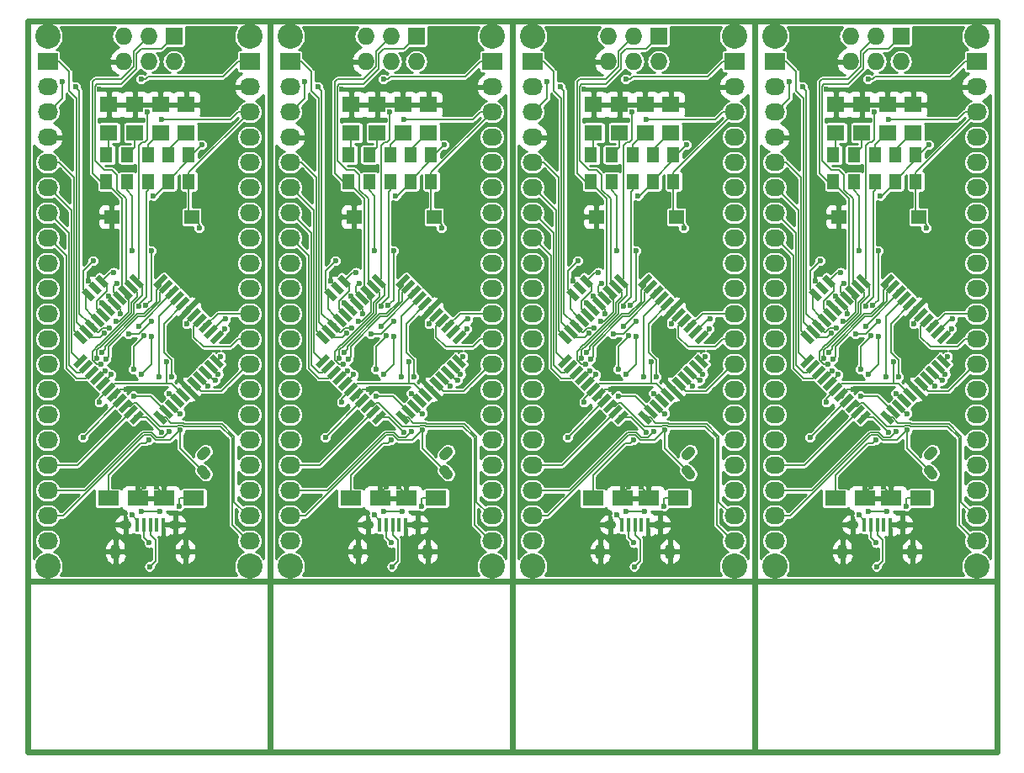
<source format=gbr>
G04 #@! TF.GenerationSoftware,KiCad,Pcbnew,6.0.0-rc1-unknown-9cac0a3~66~ubuntu16.04.1*
G04 #@! TF.CreationDate,2019-01-23T08:05:12+01:00
G04 #@! TF.ProjectId,nano324,6e616e6f-3332-4342-9e6b-696361645f70,rev?*
G04 #@! TF.SameCoordinates,Original*
G04 #@! TF.FileFunction,Copper,L1,Top*
G04 #@! TF.FilePolarity,Positive*
%FSLAX46Y46*%
G04 Gerber Fmt 4.6, Leading zero omitted, Abs format (unit mm)*
G04 Created by KiCad (PCBNEW 6.0.0-rc1-unknown-9cac0a3~66~ubuntu16.04.1) date St 23. január 2019, 08:05:12 CET*
%MOMM*%
%LPD*%
G04 APERTURE LIST*
%ADD10C,0.600000*%
%ADD11C,1.000760*%
%ADD12C,1.000760*%
%ADD13O,2.032000X1.727200*%
%ADD14R,2.032000X1.727200*%
%ADD15C,0.550000*%
%ADD16C,0.100000*%
%ADD17C,0.600000*%
%ADD18R,2.148840X1.501140*%
%ADD19R,1.300000X1.500000*%
%ADD20R,1.800860X1.597660*%
%ADD21C,2.540000*%
%ADD22O,1.000000X1.550000*%
%ADD23O,1.250000X0.950000*%
%ADD24R,0.400000X1.350000*%
%ADD25R,1.500000X1.400000*%
%ADD26O,1.727200X1.727200*%
%ADD27R,1.727200X1.727200*%
%ADD28C,0.150000*%
%ADD29C,0.254000*%
G04 APERTURE END LIST*
D10*
X181864000Y-114300000D02*
X181864000Y-131445000D01*
X157480000Y-114300000D02*
X157480000Y-131445000D01*
X133096000Y-114300000D02*
X133096000Y-131445000D01*
X206248000Y-131445000D02*
X206248000Y-124968000D01*
X108712000Y-131445000D02*
X206248000Y-131445000D01*
X206248000Y-114300000D02*
X206248000Y-124968000D01*
X108712000Y-114300000D02*
X108712000Y-131445000D01*
X206248000Y-114300000D02*
X181864000Y-114300000D01*
X181864000Y-114300000D02*
X181864000Y-57912000D01*
X181864000Y-57912000D02*
X206248000Y-57912000D01*
X206248000Y-57912000D02*
X206248000Y-114300000D01*
X181864000Y-114300000D02*
X157480000Y-114300000D01*
X157480000Y-114300000D02*
X157480000Y-57912000D01*
X157480000Y-57912000D02*
X181864000Y-57912000D01*
X181864000Y-57912000D02*
X181864000Y-114300000D01*
X157480000Y-114300000D02*
X133096000Y-114300000D01*
X133096000Y-114300000D02*
X133096000Y-57912000D01*
X133096000Y-57912000D02*
X157480000Y-57912000D01*
X157480000Y-57912000D02*
X157480000Y-114300000D01*
X133096000Y-57912000D02*
X133096000Y-114300000D01*
X108712000Y-57912000D02*
X133096000Y-57912000D01*
X108712000Y-114300000D02*
X108712000Y-57912000D01*
X133096000Y-114300000D02*
X108712000Y-114300000D01*
D11*
X199601934Y-101400766D03*
D12*
X199425023Y-101577677D02*
X199778845Y-101223855D01*
D11*
X199601934Y-103323234D03*
D12*
X199778845Y-103500145D02*
X199425023Y-103146323D01*
D13*
X204216000Y-110236000D03*
X204216000Y-107696000D03*
X204216000Y-105156000D03*
X204216000Y-102616000D03*
X204216000Y-100076000D03*
X204216000Y-97536000D03*
X204216000Y-94996000D03*
X204216000Y-92456000D03*
X204216000Y-89916000D03*
X204216000Y-87376000D03*
X204216000Y-84836000D03*
X204216000Y-82296000D03*
X204216000Y-79756000D03*
X204216000Y-77216000D03*
X204216000Y-74676000D03*
X204216000Y-72136000D03*
X204216000Y-69596000D03*
X204216000Y-67056000D03*
X204216000Y-64516000D03*
D14*
X204216000Y-61976000D03*
X183896000Y-61976000D03*
D13*
X183896000Y-64516000D03*
X183896000Y-67056000D03*
X183896000Y-69596000D03*
X183896000Y-72136000D03*
X183896000Y-74676000D03*
X183896000Y-77216000D03*
X183896000Y-79756000D03*
X183896000Y-82296000D03*
X183896000Y-84836000D03*
X183896000Y-87376000D03*
X183896000Y-89916000D03*
X183896000Y-92456000D03*
X183896000Y-94996000D03*
X183896000Y-97536000D03*
X183896000Y-100076000D03*
X183896000Y-102616000D03*
X183896000Y-105156000D03*
X183896000Y-107696000D03*
X183896000Y-110236000D03*
D15*
X195258082Y-84073064D03*
D16*
G36*
X194922206Y-84797848D02*
G01*
X194533298Y-84408940D01*
X195593958Y-83348280D01*
X195982866Y-83737188D01*
X194922206Y-84797848D01*
X194922206Y-84797848D01*
G37*
D15*
X195823767Y-84638750D03*
D16*
G36*
X195487891Y-85363534D02*
G01*
X195098983Y-84974626D01*
X196159643Y-83913966D01*
X196548551Y-84302874D01*
X195487891Y-85363534D01*
X195487891Y-85363534D01*
G37*
D15*
X196389452Y-85204435D03*
D16*
G36*
X196053576Y-85929219D02*
G01*
X195664668Y-85540311D01*
X196725328Y-84479651D01*
X197114236Y-84868559D01*
X196053576Y-85929219D01*
X196053576Y-85929219D01*
G37*
D15*
X196955138Y-85770120D03*
D16*
G36*
X196619262Y-86494904D02*
G01*
X196230354Y-86105996D01*
X197291014Y-85045336D01*
X197679922Y-85434244D01*
X196619262Y-86494904D01*
X196619262Y-86494904D01*
G37*
D15*
X197520823Y-86335806D03*
D16*
G36*
X197184947Y-87060590D02*
G01*
X196796039Y-86671682D01*
X197856699Y-85611022D01*
X198245607Y-85999930D01*
X197184947Y-87060590D01*
X197184947Y-87060590D01*
G37*
D15*
X198086509Y-86901491D03*
D16*
G36*
X197750633Y-87626275D02*
G01*
X197361725Y-87237367D01*
X198422385Y-86176707D01*
X198811293Y-86565615D01*
X197750633Y-87626275D01*
X197750633Y-87626275D01*
G37*
D15*
X198652194Y-87467177D03*
D16*
G36*
X198316318Y-88191961D02*
G01*
X197927410Y-87803053D01*
X198988070Y-86742393D01*
X199376978Y-87131301D01*
X198316318Y-88191961D01*
X198316318Y-88191961D01*
G37*
D15*
X199217880Y-88032862D03*
D16*
G36*
X198882004Y-88757646D02*
G01*
X198493096Y-88368738D01*
X199553756Y-87308078D01*
X199942664Y-87696986D01*
X198882004Y-88757646D01*
X198882004Y-88757646D01*
G37*
D15*
X199783565Y-88598548D03*
D16*
G36*
X199447689Y-89323332D02*
G01*
X199058781Y-88934424D01*
X200119441Y-87873764D01*
X200508349Y-88262672D01*
X199447689Y-89323332D01*
X199447689Y-89323332D01*
G37*
D15*
X200349250Y-89164233D03*
D16*
G36*
X200013374Y-89889017D02*
G01*
X199624466Y-89500109D01*
X200685126Y-88439449D01*
X201074034Y-88828357D01*
X200013374Y-89889017D01*
X200013374Y-89889017D01*
G37*
D15*
X200914936Y-89729918D03*
D16*
G36*
X200579060Y-90454702D02*
G01*
X200190152Y-90065794D01*
X201250812Y-89005134D01*
X201639720Y-89394042D01*
X200579060Y-90454702D01*
X200579060Y-90454702D01*
G37*
D15*
X200914936Y-92134082D03*
D16*
G36*
X200190152Y-91798206D02*
G01*
X200579060Y-91409298D01*
X201639720Y-92469958D01*
X201250812Y-92858866D01*
X200190152Y-91798206D01*
X200190152Y-91798206D01*
G37*
D15*
X200349250Y-92699767D03*
D16*
G36*
X199624466Y-92363891D02*
G01*
X200013374Y-91974983D01*
X201074034Y-93035643D01*
X200685126Y-93424551D01*
X199624466Y-92363891D01*
X199624466Y-92363891D01*
G37*
D15*
X199783565Y-93265452D03*
D16*
G36*
X199058781Y-92929576D02*
G01*
X199447689Y-92540668D01*
X200508349Y-93601328D01*
X200119441Y-93990236D01*
X199058781Y-92929576D01*
X199058781Y-92929576D01*
G37*
D15*
X199217880Y-93831138D03*
D16*
G36*
X198493096Y-93495262D02*
G01*
X198882004Y-93106354D01*
X199942664Y-94167014D01*
X199553756Y-94555922D01*
X198493096Y-93495262D01*
X198493096Y-93495262D01*
G37*
D15*
X198652194Y-94396823D03*
D16*
G36*
X197927410Y-94060947D02*
G01*
X198316318Y-93672039D01*
X199376978Y-94732699D01*
X198988070Y-95121607D01*
X197927410Y-94060947D01*
X197927410Y-94060947D01*
G37*
D15*
X198086509Y-94962509D03*
D16*
G36*
X197361725Y-94626633D02*
G01*
X197750633Y-94237725D01*
X198811293Y-95298385D01*
X198422385Y-95687293D01*
X197361725Y-94626633D01*
X197361725Y-94626633D01*
G37*
D15*
X197520823Y-95528194D03*
D16*
G36*
X196796039Y-95192318D02*
G01*
X197184947Y-94803410D01*
X198245607Y-95864070D01*
X197856699Y-96252978D01*
X196796039Y-95192318D01*
X196796039Y-95192318D01*
G37*
D15*
X196955138Y-96093880D03*
D16*
G36*
X196230354Y-95758004D02*
G01*
X196619262Y-95369096D01*
X197679922Y-96429756D01*
X197291014Y-96818664D01*
X196230354Y-95758004D01*
X196230354Y-95758004D01*
G37*
D15*
X196389452Y-96659565D03*
D16*
G36*
X195664668Y-96323689D02*
G01*
X196053576Y-95934781D01*
X197114236Y-96995441D01*
X196725328Y-97384349D01*
X195664668Y-96323689D01*
X195664668Y-96323689D01*
G37*
D15*
X195823767Y-97225250D03*
D16*
G36*
X195098983Y-96889374D02*
G01*
X195487891Y-96500466D01*
X196548551Y-97561126D01*
X196159643Y-97950034D01*
X195098983Y-96889374D01*
X195098983Y-96889374D01*
G37*
D15*
X195258082Y-97790936D03*
D16*
G36*
X194533298Y-97455060D02*
G01*
X194922206Y-97066152D01*
X195982866Y-98126812D01*
X195593958Y-98515720D01*
X194533298Y-97455060D01*
X194533298Y-97455060D01*
G37*
D15*
X192853918Y-97790936D03*
D16*
G36*
X192518042Y-98515720D02*
G01*
X192129134Y-98126812D01*
X193189794Y-97066152D01*
X193578702Y-97455060D01*
X192518042Y-98515720D01*
X192518042Y-98515720D01*
G37*
D15*
X192288233Y-97225250D03*
D16*
G36*
X191952357Y-97950034D02*
G01*
X191563449Y-97561126D01*
X192624109Y-96500466D01*
X193013017Y-96889374D01*
X191952357Y-97950034D01*
X191952357Y-97950034D01*
G37*
D15*
X191722548Y-96659565D03*
D16*
G36*
X191386672Y-97384349D02*
G01*
X190997764Y-96995441D01*
X192058424Y-95934781D01*
X192447332Y-96323689D01*
X191386672Y-97384349D01*
X191386672Y-97384349D01*
G37*
D15*
X191156862Y-96093880D03*
D16*
G36*
X190820986Y-96818664D02*
G01*
X190432078Y-96429756D01*
X191492738Y-95369096D01*
X191881646Y-95758004D01*
X190820986Y-96818664D01*
X190820986Y-96818664D01*
G37*
D15*
X190591177Y-95528194D03*
D16*
G36*
X190255301Y-96252978D02*
G01*
X189866393Y-95864070D01*
X190927053Y-94803410D01*
X191315961Y-95192318D01*
X190255301Y-96252978D01*
X190255301Y-96252978D01*
G37*
D15*
X190025491Y-94962509D03*
D16*
G36*
X189689615Y-95687293D02*
G01*
X189300707Y-95298385D01*
X190361367Y-94237725D01*
X190750275Y-94626633D01*
X189689615Y-95687293D01*
X189689615Y-95687293D01*
G37*
D15*
X189459806Y-94396823D03*
D16*
G36*
X189123930Y-95121607D02*
G01*
X188735022Y-94732699D01*
X189795682Y-93672039D01*
X190184590Y-94060947D01*
X189123930Y-95121607D01*
X189123930Y-95121607D01*
G37*
D15*
X188894120Y-93831138D03*
D16*
G36*
X188558244Y-94555922D02*
G01*
X188169336Y-94167014D01*
X189229996Y-93106354D01*
X189618904Y-93495262D01*
X188558244Y-94555922D01*
X188558244Y-94555922D01*
G37*
D15*
X188328435Y-93265452D03*
D16*
G36*
X187992559Y-93990236D02*
G01*
X187603651Y-93601328D01*
X188664311Y-92540668D01*
X189053219Y-92929576D01*
X187992559Y-93990236D01*
X187992559Y-93990236D01*
G37*
D15*
X187762750Y-92699767D03*
D16*
G36*
X187426874Y-93424551D02*
G01*
X187037966Y-93035643D01*
X188098626Y-91974983D01*
X188487534Y-92363891D01*
X187426874Y-93424551D01*
X187426874Y-93424551D01*
G37*
D15*
X187197064Y-92134082D03*
D16*
G36*
X186861188Y-92858866D02*
G01*
X186472280Y-92469958D01*
X187532940Y-91409298D01*
X187921848Y-91798206D01*
X186861188Y-92858866D01*
X186861188Y-92858866D01*
G37*
D15*
X187197064Y-89729918D03*
D16*
G36*
X186472280Y-89394042D02*
G01*
X186861188Y-89005134D01*
X187921848Y-90065794D01*
X187532940Y-90454702D01*
X186472280Y-89394042D01*
X186472280Y-89394042D01*
G37*
D15*
X187762750Y-89164233D03*
D16*
G36*
X187037966Y-88828357D02*
G01*
X187426874Y-88439449D01*
X188487534Y-89500109D01*
X188098626Y-89889017D01*
X187037966Y-88828357D01*
X187037966Y-88828357D01*
G37*
D15*
X188328435Y-88598548D03*
D16*
G36*
X187603651Y-88262672D02*
G01*
X187992559Y-87873764D01*
X189053219Y-88934424D01*
X188664311Y-89323332D01*
X187603651Y-88262672D01*
X187603651Y-88262672D01*
G37*
D15*
X188894120Y-88032862D03*
D16*
G36*
X188169336Y-87696986D02*
G01*
X188558244Y-87308078D01*
X189618904Y-88368738D01*
X189229996Y-88757646D01*
X188169336Y-87696986D01*
X188169336Y-87696986D01*
G37*
D15*
X189459806Y-87467177D03*
D16*
G36*
X188735022Y-87131301D02*
G01*
X189123930Y-86742393D01*
X190184590Y-87803053D01*
X189795682Y-88191961D01*
X188735022Y-87131301D01*
X188735022Y-87131301D01*
G37*
D15*
X190025491Y-86901491D03*
D16*
G36*
X189300707Y-86565615D02*
G01*
X189689615Y-86176707D01*
X190750275Y-87237367D01*
X190361367Y-87626275D01*
X189300707Y-86565615D01*
X189300707Y-86565615D01*
G37*
D15*
X190591177Y-86335806D03*
D16*
G36*
X189866393Y-85999930D02*
G01*
X190255301Y-85611022D01*
X191315961Y-86671682D01*
X190927053Y-87060590D01*
X189866393Y-85999930D01*
X189866393Y-85999930D01*
G37*
D15*
X191156862Y-85770120D03*
D16*
G36*
X190432078Y-85434244D02*
G01*
X190820986Y-85045336D01*
X191881646Y-86105996D01*
X191492738Y-86494904D01*
X190432078Y-85434244D01*
X190432078Y-85434244D01*
G37*
D15*
X191722548Y-85204435D03*
D16*
G36*
X190997764Y-84868559D02*
G01*
X191386672Y-84479651D01*
X192447332Y-85540311D01*
X192058424Y-85929219D01*
X190997764Y-84868559D01*
X190997764Y-84868559D01*
G37*
D15*
X192288233Y-84638750D03*
D16*
G36*
X191563449Y-84302874D02*
G01*
X191952357Y-83913966D01*
X193013017Y-84974626D01*
X192624109Y-85363534D01*
X191563449Y-84302874D01*
X191563449Y-84302874D01*
G37*
D15*
X192853918Y-84073064D03*
D16*
G36*
X192129134Y-83737188D02*
G01*
X192518042Y-83348280D01*
X193578702Y-84408940D01*
X193189794Y-84797848D01*
X192129134Y-83737188D01*
X192129134Y-83737188D01*
G37*
D17*
X188685249Y-84745751D03*
D16*
G36*
X188437762Y-84074000D02*
G01*
X189357000Y-84993238D01*
X188932736Y-85417502D01*
X188013498Y-84498264D01*
X188437762Y-84074000D01*
X188437762Y-84074000D01*
G37*
D17*
X188013497Y-85417503D03*
D16*
G36*
X187766010Y-84745752D02*
G01*
X188685248Y-85664990D01*
X188260984Y-86089254D01*
X187341746Y-85170016D01*
X187766010Y-84745752D01*
X187766010Y-84745752D01*
G37*
D17*
X189357000Y-84074000D03*
D16*
G36*
X189109513Y-83402249D02*
G01*
X190028751Y-84321487D01*
X189604487Y-84745751D01*
X188685249Y-83826513D01*
X189109513Y-83402249D01*
X189109513Y-83402249D01*
G37*
D18*
X198594980Y-105918000D03*
X195592700Y-105918000D03*
D19*
X198109840Y-74065120D03*
X198109840Y-71365120D03*
X196042280Y-71358760D03*
X196042280Y-74058760D03*
D20*
X192659000Y-69146420D03*
X192659000Y-66306700D03*
D21*
X204216000Y-112776000D03*
D22*
X197743100Y-111299460D03*
X190743100Y-111299460D03*
D23*
X196743100Y-108599460D03*
X191743100Y-108599460D03*
D24*
X195543100Y-108599460D03*
X194893100Y-108599460D03*
X194243100Y-108599460D03*
X193593100Y-108599460D03*
X192943100Y-108599460D03*
D21*
X183896000Y-112776000D03*
D18*
X192994280Y-105943400D03*
X189992000Y-105943400D03*
D25*
X198393600Y-77618400D03*
X190340000Y-77610000D03*
D19*
X191897000Y-74063840D03*
X191897000Y-71363840D03*
X193969640Y-71358760D03*
X193969640Y-74058760D03*
X189809120Y-74074000D03*
X189809120Y-71374000D03*
D21*
X204216000Y-59436000D03*
D26*
X191516000Y-61976000D03*
X191516000Y-59436000D03*
X194056000Y-61976000D03*
X194056000Y-59436000D03*
X196596000Y-61976000D03*
D27*
X196596000Y-59436000D03*
D21*
X183896000Y-59436000D03*
D20*
X190068200Y-66306700D03*
X190068200Y-69146420D03*
X197827900Y-69159120D03*
X197827900Y-66319400D03*
X195262500Y-66319400D03*
X195262500Y-69159120D03*
D11*
X175217934Y-101400766D03*
D12*
X175041023Y-101577677D02*
X175394845Y-101223855D01*
D11*
X175217934Y-103323234D03*
D12*
X175394845Y-103500145D02*
X175041023Y-103146323D01*
D13*
X179832000Y-110236000D03*
X179832000Y-107696000D03*
X179832000Y-105156000D03*
X179832000Y-102616000D03*
X179832000Y-100076000D03*
X179832000Y-97536000D03*
X179832000Y-94996000D03*
X179832000Y-92456000D03*
X179832000Y-89916000D03*
X179832000Y-87376000D03*
X179832000Y-84836000D03*
X179832000Y-82296000D03*
X179832000Y-79756000D03*
X179832000Y-77216000D03*
X179832000Y-74676000D03*
X179832000Y-72136000D03*
X179832000Y-69596000D03*
X179832000Y-67056000D03*
X179832000Y-64516000D03*
D14*
X179832000Y-61976000D03*
X159512000Y-61976000D03*
D13*
X159512000Y-64516000D03*
X159512000Y-67056000D03*
X159512000Y-69596000D03*
X159512000Y-72136000D03*
X159512000Y-74676000D03*
X159512000Y-77216000D03*
X159512000Y-79756000D03*
X159512000Y-82296000D03*
X159512000Y-84836000D03*
X159512000Y-87376000D03*
X159512000Y-89916000D03*
X159512000Y-92456000D03*
X159512000Y-94996000D03*
X159512000Y-97536000D03*
X159512000Y-100076000D03*
X159512000Y-102616000D03*
X159512000Y-105156000D03*
X159512000Y-107696000D03*
X159512000Y-110236000D03*
D15*
X170874082Y-84073064D03*
D16*
G36*
X170538206Y-84797848D02*
G01*
X170149298Y-84408940D01*
X171209958Y-83348280D01*
X171598866Y-83737188D01*
X170538206Y-84797848D01*
X170538206Y-84797848D01*
G37*
D15*
X171439767Y-84638750D03*
D16*
G36*
X171103891Y-85363534D02*
G01*
X170714983Y-84974626D01*
X171775643Y-83913966D01*
X172164551Y-84302874D01*
X171103891Y-85363534D01*
X171103891Y-85363534D01*
G37*
D15*
X172005452Y-85204435D03*
D16*
G36*
X171669576Y-85929219D02*
G01*
X171280668Y-85540311D01*
X172341328Y-84479651D01*
X172730236Y-84868559D01*
X171669576Y-85929219D01*
X171669576Y-85929219D01*
G37*
D15*
X172571138Y-85770120D03*
D16*
G36*
X172235262Y-86494904D02*
G01*
X171846354Y-86105996D01*
X172907014Y-85045336D01*
X173295922Y-85434244D01*
X172235262Y-86494904D01*
X172235262Y-86494904D01*
G37*
D15*
X173136823Y-86335806D03*
D16*
G36*
X172800947Y-87060590D02*
G01*
X172412039Y-86671682D01*
X173472699Y-85611022D01*
X173861607Y-85999930D01*
X172800947Y-87060590D01*
X172800947Y-87060590D01*
G37*
D15*
X173702509Y-86901491D03*
D16*
G36*
X173366633Y-87626275D02*
G01*
X172977725Y-87237367D01*
X174038385Y-86176707D01*
X174427293Y-86565615D01*
X173366633Y-87626275D01*
X173366633Y-87626275D01*
G37*
D15*
X174268194Y-87467177D03*
D16*
G36*
X173932318Y-88191961D02*
G01*
X173543410Y-87803053D01*
X174604070Y-86742393D01*
X174992978Y-87131301D01*
X173932318Y-88191961D01*
X173932318Y-88191961D01*
G37*
D15*
X174833880Y-88032862D03*
D16*
G36*
X174498004Y-88757646D02*
G01*
X174109096Y-88368738D01*
X175169756Y-87308078D01*
X175558664Y-87696986D01*
X174498004Y-88757646D01*
X174498004Y-88757646D01*
G37*
D15*
X175399565Y-88598548D03*
D16*
G36*
X175063689Y-89323332D02*
G01*
X174674781Y-88934424D01*
X175735441Y-87873764D01*
X176124349Y-88262672D01*
X175063689Y-89323332D01*
X175063689Y-89323332D01*
G37*
D15*
X175965250Y-89164233D03*
D16*
G36*
X175629374Y-89889017D02*
G01*
X175240466Y-89500109D01*
X176301126Y-88439449D01*
X176690034Y-88828357D01*
X175629374Y-89889017D01*
X175629374Y-89889017D01*
G37*
D15*
X176530936Y-89729918D03*
D16*
G36*
X176195060Y-90454702D02*
G01*
X175806152Y-90065794D01*
X176866812Y-89005134D01*
X177255720Y-89394042D01*
X176195060Y-90454702D01*
X176195060Y-90454702D01*
G37*
D15*
X176530936Y-92134082D03*
D16*
G36*
X175806152Y-91798206D02*
G01*
X176195060Y-91409298D01*
X177255720Y-92469958D01*
X176866812Y-92858866D01*
X175806152Y-91798206D01*
X175806152Y-91798206D01*
G37*
D15*
X175965250Y-92699767D03*
D16*
G36*
X175240466Y-92363891D02*
G01*
X175629374Y-91974983D01*
X176690034Y-93035643D01*
X176301126Y-93424551D01*
X175240466Y-92363891D01*
X175240466Y-92363891D01*
G37*
D15*
X175399565Y-93265452D03*
D16*
G36*
X174674781Y-92929576D02*
G01*
X175063689Y-92540668D01*
X176124349Y-93601328D01*
X175735441Y-93990236D01*
X174674781Y-92929576D01*
X174674781Y-92929576D01*
G37*
D15*
X174833880Y-93831138D03*
D16*
G36*
X174109096Y-93495262D02*
G01*
X174498004Y-93106354D01*
X175558664Y-94167014D01*
X175169756Y-94555922D01*
X174109096Y-93495262D01*
X174109096Y-93495262D01*
G37*
D15*
X174268194Y-94396823D03*
D16*
G36*
X173543410Y-94060947D02*
G01*
X173932318Y-93672039D01*
X174992978Y-94732699D01*
X174604070Y-95121607D01*
X173543410Y-94060947D01*
X173543410Y-94060947D01*
G37*
D15*
X173702509Y-94962509D03*
D16*
G36*
X172977725Y-94626633D02*
G01*
X173366633Y-94237725D01*
X174427293Y-95298385D01*
X174038385Y-95687293D01*
X172977725Y-94626633D01*
X172977725Y-94626633D01*
G37*
D15*
X173136823Y-95528194D03*
D16*
G36*
X172412039Y-95192318D02*
G01*
X172800947Y-94803410D01*
X173861607Y-95864070D01*
X173472699Y-96252978D01*
X172412039Y-95192318D01*
X172412039Y-95192318D01*
G37*
D15*
X172571138Y-96093880D03*
D16*
G36*
X171846354Y-95758004D02*
G01*
X172235262Y-95369096D01*
X173295922Y-96429756D01*
X172907014Y-96818664D01*
X171846354Y-95758004D01*
X171846354Y-95758004D01*
G37*
D15*
X172005452Y-96659565D03*
D16*
G36*
X171280668Y-96323689D02*
G01*
X171669576Y-95934781D01*
X172730236Y-96995441D01*
X172341328Y-97384349D01*
X171280668Y-96323689D01*
X171280668Y-96323689D01*
G37*
D15*
X171439767Y-97225250D03*
D16*
G36*
X170714983Y-96889374D02*
G01*
X171103891Y-96500466D01*
X172164551Y-97561126D01*
X171775643Y-97950034D01*
X170714983Y-96889374D01*
X170714983Y-96889374D01*
G37*
D15*
X170874082Y-97790936D03*
D16*
G36*
X170149298Y-97455060D02*
G01*
X170538206Y-97066152D01*
X171598866Y-98126812D01*
X171209958Y-98515720D01*
X170149298Y-97455060D01*
X170149298Y-97455060D01*
G37*
D15*
X168469918Y-97790936D03*
D16*
G36*
X168134042Y-98515720D02*
G01*
X167745134Y-98126812D01*
X168805794Y-97066152D01*
X169194702Y-97455060D01*
X168134042Y-98515720D01*
X168134042Y-98515720D01*
G37*
D15*
X167904233Y-97225250D03*
D16*
G36*
X167568357Y-97950034D02*
G01*
X167179449Y-97561126D01*
X168240109Y-96500466D01*
X168629017Y-96889374D01*
X167568357Y-97950034D01*
X167568357Y-97950034D01*
G37*
D15*
X167338548Y-96659565D03*
D16*
G36*
X167002672Y-97384349D02*
G01*
X166613764Y-96995441D01*
X167674424Y-95934781D01*
X168063332Y-96323689D01*
X167002672Y-97384349D01*
X167002672Y-97384349D01*
G37*
D15*
X166772862Y-96093880D03*
D16*
G36*
X166436986Y-96818664D02*
G01*
X166048078Y-96429756D01*
X167108738Y-95369096D01*
X167497646Y-95758004D01*
X166436986Y-96818664D01*
X166436986Y-96818664D01*
G37*
D15*
X166207177Y-95528194D03*
D16*
G36*
X165871301Y-96252978D02*
G01*
X165482393Y-95864070D01*
X166543053Y-94803410D01*
X166931961Y-95192318D01*
X165871301Y-96252978D01*
X165871301Y-96252978D01*
G37*
D15*
X165641491Y-94962509D03*
D16*
G36*
X165305615Y-95687293D02*
G01*
X164916707Y-95298385D01*
X165977367Y-94237725D01*
X166366275Y-94626633D01*
X165305615Y-95687293D01*
X165305615Y-95687293D01*
G37*
D15*
X165075806Y-94396823D03*
D16*
G36*
X164739930Y-95121607D02*
G01*
X164351022Y-94732699D01*
X165411682Y-93672039D01*
X165800590Y-94060947D01*
X164739930Y-95121607D01*
X164739930Y-95121607D01*
G37*
D15*
X164510120Y-93831138D03*
D16*
G36*
X164174244Y-94555922D02*
G01*
X163785336Y-94167014D01*
X164845996Y-93106354D01*
X165234904Y-93495262D01*
X164174244Y-94555922D01*
X164174244Y-94555922D01*
G37*
D15*
X163944435Y-93265452D03*
D16*
G36*
X163608559Y-93990236D02*
G01*
X163219651Y-93601328D01*
X164280311Y-92540668D01*
X164669219Y-92929576D01*
X163608559Y-93990236D01*
X163608559Y-93990236D01*
G37*
D15*
X163378750Y-92699767D03*
D16*
G36*
X163042874Y-93424551D02*
G01*
X162653966Y-93035643D01*
X163714626Y-91974983D01*
X164103534Y-92363891D01*
X163042874Y-93424551D01*
X163042874Y-93424551D01*
G37*
D15*
X162813064Y-92134082D03*
D16*
G36*
X162477188Y-92858866D02*
G01*
X162088280Y-92469958D01*
X163148940Y-91409298D01*
X163537848Y-91798206D01*
X162477188Y-92858866D01*
X162477188Y-92858866D01*
G37*
D15*
X162813064Y-89729918D03*
D16*
G36*
X162088280Y-89394042D02*
G01*
X162477188Y-89005134D01*
X163537848Y-90065794D01*
X163148940Y-90454702D01*
X162088280Y-89394042D01*
X162088280Y-89394042D01*
G37*
D15*
X163378750Y-89164233D03*
D16*
G36*
X162653966Y-88828357D02*
G01*
X163042874Y-88439449D01*
X164103534Y-89500109D01*
X163714626Y-89889017D01*
X162653966Y-88828357D01*
X162653966Y-88828357D01*
G37*
D15*
X163944435Y-88598548D03*
D16*
G36*
X163219651Y-88262672D02*
G01*
X163608559Y-87873764D01*
X164669219Y-88934424D01*
X164280311Y-89323332D01*
X163219651Y-88262672D01*
X163219651Y-88262672D01*
G37*
D15*
X164510120Y-88032862D03*
D16*
G36*
X163785336Y-87696986D02*
G01*
X164174244Y-87308078D01*
X165234904Y-88368738D01*
X164845996Y-88757646D01*
X163785336Y-87696986D01*
X163785336Y-87696986D01*
G37*
D15*
X165075806Y-87467177D03*
D16*
G36*
X164351022Y-87131301D02*
G01*
X164739930Y-86742393D01*
X165800590Y-87803053D01*
X165411682Y-88191961D01*
X164351022Y-87131301D01*
X164351022Y-87131301D01*
G37*
D15*
X165641491Y-86901491D03*
D16*
G36*
X164916707Y-86565615D02*
G01*
X165305615Y-86176707D01*
X166366275Y-87237367D01*
X165977367Y-87626275D01*
X164916707Y-86565615D01*
X164916707Y-86565615D01*
G37*
D15*
X166207177Y-86335806D03*
D16*
G36*
X165482393Y-85999930D02*
G01*
X165871301Y-85611022D01*
X166931961Y-86671682D01*
X166543053Y-87060590D01*
X165482393Y-85999930D01*
X165482393Y-85999930D01*
G37*
D15*
X166772862Y-85770120D03*
D16*
G36*
X166048078Y-85434244D02*
G01*
X166436986Y-85045336D01*
X167497646Y-86105996D01*
X167108738Y-86494904D01*
X166048078Y-85434244D01*
X166048078Y-85434244D01*
G37*
D15*
X167338548Y-85204435D03*
D16*
G36*
X166613764Y-84868559D02*
G01*
X167002672Y-84479651D01*
X168063332Y-85540311D01*
X167674424Y-85929219D01*
X166613764Y-84868559D01*
X166613764Y-84868559D01*
G37*
D15*
X167904233Y-84638750D03*
D16*
G36*
X167179449Y-84302874D02*
G01*
X167568357Y-83913966D01*
X168629017Y-84974626D01*
X168240109Y-85363534D01*
X167179449Y-84302874D01*
X167179449Y-84302874D01*
G37*
D15*
X168469918Y-84073064D03*
D16*
G36*
X167745134Y-83737188D02*
G01*
X168134042Y-83348280D01*
X169194702Y-84408940D01*
X168805794Y-84797848D01*
X167745134Y-83737188D01*
X167745134Y-83737188D01*
G37*
D17*
X164301249Y-84745751D03*
D16*
G36*
X164053762Y-84074000D02*
G01*
X164973000Y-84993238D01*
X164548736Y-85417502D01*
X163629498Y-84498264D01*
X164053762Y-84074000D01*
X164053762Y-84074000D01*
G37*
D17*
X163629497Y-85417503D03*
D16*
G36*
X163382010Y-84745752D02*
G01*
X164301248Y-85664990D01*
X163876984Y-86089254D01*
X162957746Y-85170016D01*
X163382010Y-84745752D01*
X163382010Y-84745752D01*
G37*
D17*
X164973000Y-84074000D03*
D16*
G36*
X164725513Y-83402249D02*
G01*
X165644751Y-84321487D01*
X165220487Y-84745751D01*
X164301249Y-83826513D01*
X164725513Y-83402249D01*
X164725513Y-83402249D01*
G37*
D18*
X174210980Y-105918000D03*
X171208700Y-105918000D03*
D19*
X173725840Y-74065120D03*
X173725840Y-71365120D03*
X171658280Y-71358760D03*
X171658280Y-74058760D03*
D20*
X168275000Y-69146420D03*
X168275000Y-66306700D03*
D21*
X179832000Y-112776000D03*
D22*
X173359100Y-111299460D03*
X166359100Y-111299460D03*
D23*
X172359100Y-108599460D03*
X167359100Y-108599460D03*
D24*
X171159100Y-108599460D03*
X170509100Y-108599460D03*
X169859100Y-108599460D03*
X169209100Y-108599460D03*
X168559100Y-108599460D03*
D21*
X159512000Y-112776000D03*
D18*
X168610280Y-105943400D03*
X165608000Y-105943400D03*
D25*
X174009600Y-77618400D03*
X165956000Y-77610000D03*
D19*
X167513000Y-74063840D03*
X167513000Y-71363840D03*
X169585640Y-71358760D03*
X169585640Y-74058760D03*
X165425120Y-74074000D03*
X165425120Y-71374000D03*
D21*
X179832000Y-59436000D03*
D26*
X167132000Y-61976000D03*
X167132000Y-59436000D03*
X169672000Y-61976000D03*
X169672000Y-59436000D03*
X172212000Y-61976000D03*
D27*
X172212000Y-59436000D03*
D21*
X159512000Y-59436000D03*
D20*
X165684200Y-66306700D03*
X165684200Y-69146420D03*
X173443900Y-69159120D03*
X173443900Y-66319400D03*
X170878500Y-66319400D03*
X170878500Y-69159120D03*
D11*
X150833934Y-101400766D03*
D12*
X150657023Y-101577677D02*
X151010845Y-101223855D01*
D11*
X150833934Y-103323234D03*
D12*
X151010845Y-103500145D02*
X150657023Y-103146323D01*
D13*
X155448000Y-110236000D03*
X155448000Y-107696000D03*
X155448000Y-105156000D03*
X155448000Y-102616000D03*
X155448000Y-100076000D03*
X155448000Y-97536000D03*
X155448000Y-94996000D03*
X155448000Y-92456000D03*
X155448000Y-89916000D03*
X155448000Y-87376000D03*
X155448000Y-84836000D03*
X155448000Y-82296000D03*
X155448000Y-79756000D03*
X155448000Y-77216000D03*
X155448000Y-74676000D03*
X155448000Y-72136000D03*
X155448000Y-69596000D03*
X155448000Y-67056000D03*
X155448000Y-64516000D03*
D14*
X155448000Y-61976000D03*
X135128000Y-61976000D03*
D13*
X135128000Y-64516000D03*
X135128000Y-67056000D03*
X135128000Y-69596000D03*
X135128000Y-72136000D03*
X135128000Y-74676000D03*
X135128000Y-77216000D03*
X135128000Y-79756000D03*
X135128000Y-82296000D03*
X135128000Y-84836000D03*
X135128000Y-87376000D03*
X135128000Y-89916000D03*
X135128000Y-92456000D03*
X135128000Y-94996000D03*
X135128000Y-97536000D03*
X135128000Y-100076000D03*
X135128000Y-102616000D03*
X135128000Y-105156000D03*
X135128000Y-107696000D03*
X135128000Y-110236000D03*
D15*
X146490082Y-84073064D03*
D16*
G36*
X146154206Y-84797848D02*
G01*
X145765298Y-84408940D01*
X146825958Y-83348280D01*
X147214866Y-83737188D01*
X146154206Y-84797848D01*
X146154206Y-84797848D01*
G37*
D15*
X147055767Y-84638750D03*
D16*
G36*
X146719891Y-85363534D02*
G01*
X146330983Y-84974626D01*
X147391643Y-83913966D01*
X147780551Y-84302874D01*
X146719891Y-85363534D01*
X146719891Y-85363534D01*
G37*
D15*
X147621452Y-85204435D03*
D16*
G36*
X147285576Y-85929219D02*
G01*
X146896668Y-85540311D01*
X147957328Y-84479651D01*
X148346236Y-84868559D01*
X147285576Y-85929219D01*
X147285576Y-85929219D01*
G37*
D15*
X148187138Y-85770120D03*
D16*
G36*
X147851262Y-86494904D02*
G01*
X147462354Y-86105996D01*
X148523014Y-85045336D01*
X148911922Y-85434244D01*
X147851262Y-86494904D01*
X147851262Y-86494904D01*
G37*
D15*
X148752823Y-86335806D03*
D16*
G36*
X148416947Y-87060590D02*
G01*
X148028039Y-86671682D01*
X149088699Y-85611022D01*
X149477607Y-85999930D01*
X148416947Y-87060590D01*
X148416947Y-87060590D01*
G37*
D15*
X149318509Y-86901491D03*
D16*
G36*
X148982633Y-87626275D02*
G01*
X148593725Y-87237367D01*
X149654385Y-86176707D01*
X150043293Y-86565615D01*
X148982633Y-87626275D01*
X148982633Y-87626275D01*
G37*
D15*
X149884194Y-87467177D03*
D16*
G36*
X149548318Y-88191961D02*
G01*
X149159410Y-87803053D01*
X150220070Y-86742393D01*
X150608978Y-87131301D01*
X149548318Y-88191961D01*
X149548318Y-88191961D01*
G37*
D15*
X150449880Y-88032862D03*
D16*
G36*
X150114004Y-88757646D02*
G01*
X149725096Y-88368738D01*
X150785756Y-87308078D01*
X151174664Y-87696986D01*
X150114004Y-88757646D01*
X150114004Y-88757646D01*
G37*
D15*
X151015565Y-88598548D03*
D16*
G36*
X150679689Y-89323332D02*
G01*
X150290781Y-88934424D01*
X151351441Y-87873764D01*
X151740349Y-88262672D01*
X150679689Y-89323332D01*
X150679689Y-89323332D01*
G37*
D15*
X151581250Y-89164233D03*
D16*
G36*
X151245374Y-89889017D02*
G01*
X150856466Y-89500109D01*
X151917126Y-88439449D01*
X152306034Y-88828357D01*
X151245374Y-89889017D01*
X151245374Y-89889017D01*
G37*
D15*
X152146936Y-89729918D03*
D16*
G36*
X151811060Y-90454702D02*
G01*
X151422152Y-90065794D01*
X152482812Y-89005134D01*
X152871720Y-89394042D01*
X151811060Y-90454702D01*
X151811060Y-90454702D01*
G37*
D15*
X152146936Y-92134082D03*
D16*
G36*
X151422152Y-91798206D02*
G01*
X151811060Y-91409298D01*
X152871720Y-92469958D01*
X152482812Y-92858866D01*
X151422152Y-91798206D01*
X151422152Y-91798206D01*
G37*
D15*
X151581250Y-92699767D03*
D16*
G36*
X150856466Y-92363891D02*
G01*
X151245374Y-91974983D01*
X152306034Y-93035643D01*
X151917126Y-93424551D01*
X150856466Y-92363891D01*
X150856466Y-92363891D01*
G37*
D15*
X151015565Y-93265452D03*
D16*
G36*
X150290781Y-92929576D02*
G01*
X150679689Y-92540668D01*
X151740349Y-93601328D01*
X151351441Y-93990236D01*
X150290781Y-92929576D01*
X150290781Y-92929576D01*
G37*
D15*
X150449880Y-93831138D03*
D16*
G36*
X149725096Y-93495262D02*
G01*
X150114004Y-93106354D01*
X151174664Y-94167014D01*
X150785756Y-94555922D01*
X149725096Y-93495262D01*
X149725096Y-93495262D01*
G37*
D15*
X149884194Y-94396823D03*
D16*
G36*
X149159410Y-94060947D02*
G01*
X149548318Y-93672039D01*
X150608978Y-94732699D01*
X150220070Y-95121607D01*
X149159410Y-94060947D01*
X149159410Y-94060947D01*
G37*
D15*
X149318509Y-94962509D03*
D16*
G36*
X148593725Y-94626633D02*
G01*
X148982633Y-94237725D01*
X150043293Y-95298385D01*
X149654385Y-95687293D01*
X148593725Y-94626633D01*
X148593725Y-94626633D01*
G37*
D15*
X148752823Y-95528194D03*
D16*
G36*
X148028039Y-95192318D02*
G01*
X148416947Y-94803410D01*
X149477607Y-95864070D01*
X149088699Y-96252978D01*
X148028039Y-95192318D01*
X148028039Y-95192318D01*
G37*
D15*
X148187138Y-96093880D03*
D16*
G36*
X147462354Y-95758004D02*
G01*
X147851262Y-95369096D01*
X148911922Y-96429756D01*
X148523014Y-96818664D01*
X147462354Y-95758004D01*
X147462354Y-95758004D01*
G37*
D15*
X147621452Y-96659565D03*
D16*
G36*
X146896668Y-96323689D02*
G01*
X147285576Y-95934781D01*
X148346236Y-96995441D01*
X147957328Y-97384349D01*
X146896668Y-96323689D01*
X146896668Y-96323689D01*
G37*
D15*
X147055767Y-97225250D03*
D16*
G36*
X146330983Y-96889374D02*
G01*
X146719891Y-96500466D01*
X147780551Y-97561126D01*
X147391643Y-97950034D01*
X146330983Y-96889374D01*
X146330983Y-96889374D01*
G37*
D15*
X146490082Y-97790936D03*
D16*
G36*
X145765298Y-97455060D02*
G01*
X146154206Y-97066152D01*
X147214866Y-98126812D01*
X146825958Y-98515720D01*
X145765298Y-97455060D01*
X145765298Y-97455060D01*
G37*
D15*
X144085918Y-97790936D03*
D16*
G36*
X143750042Y-98515720D02*
G01*
X143361134Y-98126812D01*
X144421794Y-97066152D01*
X144810702Y-97455060D01*
X143750042Y-98515720D01*
X143750042Y-98515720D01*
G37*
D15*
X143520233Y-97225250D03*
D16*
G36*
X143184357Y-97950034D02*
G01*
X142795449Y-97561126D01*
X143856109Y-96500466D01*
X144245017Y-96889374D01*
X143184357Y-97950034D01*
X143184357Y-97950034D01*
G37*
D15*
X142954548Y-96659565D03*
D16*
G36*
X142618672Y-97384349D02*
G01*
X142229764Y-96995441D01*
X143290424Y-95934781D01*
X143679332Y-96323689D01*
X142618672Y-97384349D01*
X142618672Y-97384349D01*
G37*
D15*
X142388862Y-96093880D03*
D16*
G36*
X142052986Y-96818664D02*
G01*
X141664078Y-96429756D01*
X142724738Y-95369096D01*
X143113646Y-95758004D01*
X142052986Y-96818664D01*
X142052986Y-96818664D01*
G37*
D15*
X141823177Y-95528194D03*
D16*
G36*
X141487301Y-96252978D02*
G01*
X141098393Y-95864070D01*
X142159053Y-94803410D01*
X142547961Y-95192318D01*
X141487301Y-96252978D01*
X141487301Y-96252978D01*
G37*
D15*
X141257491Y-94962509D03*
D16*
G36*
X140921615Y-95687293D02*
G01*
X140532707Y-95298385D01*
X141593367Y-94237725D01*
X141982275Y-94626633D01*
X140921615Y-95687293D01*
X140921615Y-95687293D01*
G37*
D15*
X140691806Y-94396823D03*
D16*
G36*
X140355930Y-95121607D02*
G01*
X139967022Y-94732699D01*
X141027682Y-93672039D01*
X141416590Y-94060947D01*
X140355930Y-95121607D01*
X140355930Y-95121607D01*
G37*
D15*
X140126120Y-93831138D03*
D16*
G36*
X139790244Y-94555922D02*
G01*
X139401336Y-94167014D01*
X140461996Y-93106354D01*
X140850904Y-93495262D01*
X139790244Y-94555922D01*
X139790244Y-94555922D01*
G37*
D15*
X139560435Y-93265452D03*
D16*
G36*
X139224559Y-93990236D02*
G01*
X138835651Y-93601328D01*
X139896311Y-92540668D01*
X140285219Y-92929576D01*
X139224559Y-93990236D01*
X139224559Y-93990236D01*
G37*
D15*
X138994750Y-92699767D03*
D16*
G36*
X138658874Y-93424551D02*
G01*
X138269966Y-93035643D01*
X139330626Y-91974983D01*
X139719534Y-92363891D01*
X138658874Y-93424551D01*
X138658874Y-93424551D01*
G37*
D15*
X138429064Y-92134082D03*
D16*
G36*
X138093188Y-92858866D02*
G01*
X137704280Y-92469958D01*
X138764940Y-91409298D01*
X139153848Y-91798206D01*
X138093188Y-92858866D01*
X138093188Y-92858866D01*
G37*
D15*
X138429064Y-89729918D03*
D16*
G36*
X137704280Y-89394042D02*
G01*
X138093188Y-89005134D01*
X139153848Y-90065794D01*
X138764940Y-90454702D01*
X137704280Y-89394042D01*
X137704280Y-89394042D01*
G37*
D15*
X138994750Y-89164233D03*
D16*
G36*
X138269966Y-88828357D02*
G01*
X138658874Y-88439449D01*
X139719534Y-89500109D01*
X139330626Y-89889017D01*
X138269966Y-88828357D01*
X138269966Y-88828357D01*
G37*
D15*
X139560435Y-88598548D03*
D16*
G36*
X138835651Y-88262672D02*
G01*
X139224559Y-87873764D01*
X140285219Y-88934424D01*
X139896311Y-89323332D01*
X138835651Y-88262672D01*
X138835651Y-88262672D01*
G37*
D15*
X140126120Y-88032862D03*
D16*
G36*
X139401336Y-87696986D02*
G01*
X139790244Y-87308078D01*
X140850904Y-88368738D01*
X140461996Y-88757646D01*
X139401336Y-87696986D01*
X139401336Y-87696986D01*
G37*
D15*
X140691806Y-87467177D03*
D16*
G36*
X139967022Y-87131301D02*
G01*
X140355930Y-86742393D01*
X141416590Y-87803053D01*
X141027682Y-88191961D01*
X139967022Y-87131301D01*
X139967022Y-87131301D01*
G37*
D15*
X141257491Y-86901491D03*
D16*
G36*
X140532707Y-86565615D02*
G01*
X140921615Y-86176707D01*
X141982275Y-87237367D01*
X141593367Y-87626275D01*
X140532707Y-86565615D01*
X140532707Y-86565615D01*
G37*
D15*
X141823177Y-86335806D03*
D16*
G36*
X141098393Y-85999930D02*
G01*
X141487301Y-85611022D01*
X142547961Y-86671682D01*
X142159053Y-87060590D01*
X141098393Y-85999930D01*
X141098393Y-85999930D01*
G37*
D15*
X142388862Y-85770120D03*
D16*
G36*
X141664078Y-85434244D02*
G01*
X142052986Y-85045336D01*
X143113646Y-86105996D01*
X142724738Y-86494904D01*
X141664078Y-85434244D01*
X141664078Y-85434244D01*
G37*
D15*
X142954548Y-85204435D03*
D16*
G36*
X142229764Y-84868559D02*
G01*
X142618672Y-84479651D01*
X143679332Y-85540311D01*
X143290424Y-85929219D01*
X142229764Y-84868559D01*
X142229764Y-84868559D01*
G37*
D15*
X143520233Y-84638750D03*
D16*
G36*
X142795449Y-84302874D02*
G01*
X143184357Y-83913966D01*
X144245017Y-84974626D01*
X143856109Y-85363534D01*
X142795449Y-84302874D01*
X142795449Y-84302874D01*
G37*
D15*
X144085918Y-84073064D03*
D16*
G36*
X143361134Y-83737188D02*
G01*
X143750042Y-83348280D01*
X144810702Y-84408940D01*
X144421794Y-84797848D01*
X143361134Y-83737188D01*
X143361134Y-83737188D01*
G37*
D17*
X139917249Y-84745751D03*
D16*
G36*
X139669762Y-84074000D02*
G01*
X140589000Y-84993238D01*
X140164736Y-85417502D01*
X139245498Y-84498264D01*
X139669762Y-84074000D01*
X139669762Y-84074000D01*
G37*
D17*
X139245497Y-85417503D03*
D16*
G36*
X138998010Y-84745752D02*
G01*
X139917248Y-85664990D01*
X139492984Y-86089254D01*
X138573746Y-85170016D01*
X138998010Y-84745752D01*
X138998010Y-84745752D01*
G37*
D17*
X140589000Y-84074000D03*
D16*
G36*
X140341513Y-83402249D02*
G01*
X141260751Y-84321487D01*
X140836487Y-84745751D01*
X139917249Y-83826513D01*
X140341513Y-83402249D01*
X140341513Y-83402249D01*
G37*
D18*
X149826980Y-105918000D03*
X146824700Y-105918000D03*
D19*
X149341840Y-74065120D03*
X149341840Y-71365120D03*
X147274280Y-71358760D03*
X147274280Y-74058760D03*
D20*
X143891000Y-69146420D03*
X143891000Y-66306700D03*
D21*
X155448000Y-112776000D03*
D22*
X148975100Y-111299460D03*
X141975100Y-111299460D03*
D23*
X147975100Y-108599460D03*
X142975100Y-108599460D03*
D24*
X146775100Y-108599460D03*
X146125100Y-108599460D03*
X145475100Y-108599460D03*
X144825100Y-108599460D03*
X144175100Y-108599460D03*
D21*
X135128000Y-112776000D03*
D18*
X144226280Y-105943400D03*
X141224000Y-105943400D03*
D25*
X149625600Y-77618400D03*
X141572000Y-77610000D03*
D19*
X143129000Y-74063840D03*
X143129000Y-71363840D03*
X145201640Y-71358760D03*
X145201640Y-74058760D03*
X141041120Y-74074000D03*
X141041120Y-71374000D03*
D21*
X155448000Y-59436000D03*
D26*
X142748000Y-61976000D03*
X142748000Y-59436000D03*
X145288000Y-61976000D03*
X145288000Y-59436000D03*
X147828000Y-61976000D03*
D27*
X147828000Y-59436000D03*
D21*
X135128000Y-59436000D03*
D20*
X141300200Y-66306700D03*
X141300200Y-69146420D03*
X149059900Y-69159120D03*
X149059900Y-66319400D03*
X146494500Y-66319400D03*
X146494500Y-69159120D03*
X122110500Y-69159120D03*
X122110500Y-66319400D03*
D21*
X110744000Y-59436000D03*
X110744000Y-112776000D03*
X131064000Y-112776000D03*
X131064000Y-59436000D03*
D18*
X122440700Y-105918000D03*
X125442980Y-105918000D03*
X116840000Y-105943400D03*
X119842280Y-105943400D03*
D20*
X124675900Y-66319400D03*
X124675900Y-69159120D03*
X116916200Y-69146420D03*
X116916200Y-66306700D03*
X119507000Y-66306700D03*
X119507000Y-69146420D03*
D24*
X119791100Y-108599460D03*
X120441100Y-108599460D03*
X121091100Y-108599460D03*
X121741100Y-108599460D03*
X122391100Y-108599460D03*
D23*
X118591100Y-108599460D03*
X123591100Y-108599460D03*
D22*
X117591100Y-111299460D03*
X124591100Y-111299460D03*
D27*
X123444000Y-59436000D03*
D26*
X123444000Y-61976000D03*
X120904000Y-59436000D03*
X120904000Y-61976000D03*
X118364000Y-59436000D03*
X118364000Y-61976000D03*
D19*
X122890280Y-74058760D03*
X122890280Y-71358760D03*
X124957840Y-71365120D03*
X124957840Y-74065120D03*
X116657120Y-71374000D03*
X116657120Y-74074000D03*
X120817640Y-74058760D03*
X120817640Y-71358760D03*
X118745000Y-71363840D03*
X118745000Y-74063840D03*
D25*
X117188000Y-77610000D03*
X125241600Y-77618400D03*
D17*
X116205000Y-84074000D03*
D16*
G36*
X115957513Y-83402249D02*
G01*
X116876751Y-84321487D01*
X116452487Y-84745751D01*
X115533249Y-83826513D01*
X115957513Y-83402249D01*
X115957513Y-83402249D01*
G37*
D17*
X114861497Y-85417503D03*
D16*
G36*
X114614010Y-84745752D02*
G01*
X115533248Y-85664990D01*
X115108984Y-86089254D01*
X114189746Y-85170016D01*
X114614010Y-84745752D01*
X114614010Y-84745752D01*
G37*
D17*
X115533249Y-84745751D03*
D16*
G36*
X115285762Y-84074000D02*
G01*
X116205000Y-84993238D01*
X115780736Y-85417502D01*
X114861498Y-84498264D01*
X115285762Y-84074000D01*
X115285762Y-84074000D01*
G37*
D15*
X119701918Y-84073064D03*
D16*
G36*
X118977134Y-83737188D02*
G01*
X119366042Y-83348280D01*
X120426702Y-84408940D01*
X120037794Y-84797848D01*
X118977134Y-83737188D01*
X118977134Y-83737188D01*
G37*
D15*
X119136233Y-84638750D03*
D16*
G36*
X118411449Y-84302874D02*
G01*
X118800357Y-83913966D01*
X119861017Y-84974626D01*
X119472109Y-85363534D01*
X118411449Y-84302874D01*
X118411449Y-84302874D01*
G37*
D15*
X118570548Y-85204435D03*
D16*
G36*
X117845764Y-84868559D02*
G01*
X118234672Y-84479651D01*
X119295332Y-85540311D01*
X118906424Y-85929219D01*
X117845764Y-84868559D01*
X117845764Y-84868559D01*
G37*
D15*
X118004862Y-85770120D03*
D16*
G36*
X117280078Y-85434244D02*
G01*
X117668986Y-85045336D01*
X118729646Y-86105996D01*
X118340738Y-86494904D01*
X117280078Y-85434244D01*
X117280078Y-85434244D01*
G37*
D15*
X117439177Y-86335806D03*
D16*
G36*
X116714393Y-85999930D02*
G01*
X117103301Y-85611022D01*
X118163961Y-86671682D01*
X117775053Y-87060590D01*
X116714393Y-85999930D01*
X116714393Y-85999930D01*
G37*
D15*
X116873491Y-86901491D03*
D16*
G36*
X116148707Y-86565615D02*
G01*
X116537615Y-86176707D01*
X117598275Y-87237367D01*
X117209367Y-87626275D01*
X116148707Y-86565615D01*
X116148707Y-86565615D01*
G37*
D15*
X116307806Y-87467177D03*
D16*
G36*
X115583022Y-87131301D02*
G01*
X115971930Y-86742393D01*
X117032590Y-87803053D01*
X116643682Y-88191961D01*
X115583022Y-87131301D01*
X115583022Y-87131301D01*
G37*
D15*
X115742120Y-88032862D03*
D16*
G36*
X115017336Y-87696986D02*
G01*
X115406244Y-87308078D01*
X116466904Y-88368738D01*
X116077996Y-88757646D01*
X115017336Y-87696986D01*
X115017336Y-87696986D01*
G37*
D15*
X115176435Y-88598548D03*
D16*
G36*
X114451651Y-88262672D02*
G01*
X114840559Y-87873764D01*
X115901219Y-88934424D01*
X115512311Y-89323332D01*
X114451651Y-88262672D01*
X114451651Y-88262672D01*
G37*
D15*
X114610750Y-89164233D03*
D16*
G36*
X113885966Y-88828357D02*
G01*
X114274874Y-88439449D01*
X115335534Y-89500109D01*
X114946626Y-89889017D01*
X113885966Y-88828357D01*
X113885966Y-88828357D01*
G37*
D15*
X114045064Y-89729918D03*
D16*
G36*
X113320280Y-89394042D02*
G01*
X113709188Y-89005134D01*
X114769848Y-90065794D01*
X114380940Y-90454702D01*
X113320280Y-89394042D01*
X113320280Y-89394042D01*
G37*
D15*
X114045064Y-92134082D03*
D16*
G36*
X113709188Y-92858866D02*
G01*
X113320280Y-92469958D01*
X114380940Y-91409298D01*
X114769848Y-91798206D01*
X113709188Y-92858866D01*
X113709188Y-92858866D01*
G37*
D15*
X114610750Y-92699767D03*
D16*
G36*
X114274874Y-93424551D02*
G01*
X113885966Y-93035643D01*
X114946626Y-91974983D01*
X115335534Y-92363891D01*
X114274874Y-93424551D01*
X114274874Y-93424551D01*
G37*
D15*
X115176435Y-93265452D03*
D16*
G36*
X114840559Y-93990236D02*
G01*
X114451651Y-93601328D01*
X115512311Y-92540668D01*
X115901219Y-92929576D01*
X114840559Y-93990236D01*
X114840559Y-93990236D01*
G37*
D15*
X115742120Y-93831138D03*
D16*
G36*
X115406244Y-94555922D02*
G01*
X115017336Y-94167014D01*
X116077996Y-93106354D01*
X116466904Y-93495262D01*
X115406244Y-94555922D01*
X115406244Y-94555922D01*
G37*
D15*
X116307806Y-94396823D03*
D16*
G36*
X115971930Y-95121607D02*
G01*
X115583022Y-94732699D01*
X116643682Y-93672039D01*
X117032590Y-94060947D01*
X115971930Y-95121607D01*
X115971930Y-95121607D01*
G37*
D15*
X116873491Y-94962509D03*
D16*
G36*
X116537615Y-95687293D02*
G01*
X116148707Y-95298385D01*
X117209367Y-94237725D01*
X117598275Y-94626633D01*
X116537615Y-95687293D01*
X116537615Y-95687293D01*
G37*
D15*
X117439177Y-95528194D03*
D16*
G36*
X117103301Y-96252978D02*
G01*
X116714393Y-95864070D01*
X117775053Y-94803410D01*
X118163961Y-95192318D01*
X117103301Y-96252978D01*
X117103301Y-96252978D01*
G37*
D15*
X118004862Y-96093880D03*
D16*
G36*
X117668986Y-96818664D02*
G01*
X117280078Y-96429756D01*
X118340738Y-95369096D01*
X118729646Y-95758004D01*
X117668986Y-96818664D01*
X117668986Y-96818664D01*
G37*
D15*
X118570548Y-96659565D03*
D16*
G36*
X118234672Y-97384349D02*
G01*
X117845764Y-96995441D01*
X118906424Y-95934781D01*
X119295332Y-96323689D01*
X118234672Y-97384349D01*
X118234672Y-97384349D01*
G37*
D15*
X119136233Y-97225250D03*
D16*
G36*
X118800357Y-97950034D02*
G01*
X118411449Y-97561126D01*
X119472109Y-96500466D01*
X119861017Y-96889374D01*
X118800357Y-97950034D01*
X118800357Y-97950034D01*
G37*
D15*
X119701918Y-97790936D03*
D16*
G36*
X119366042Y-98515720D02*
G01*
X118977134Y-98126812D01*
X120037794Y-97066152D01*
X120426702Y-97455060D01*
X119366042Y-98515720D01*
X119366042Y-98515720D01*
G37*
D15*
X122106082Y-97790936D03*
D16*
G36*
X121381298Y-97455060D02*
G01*
X121770206Y-97066152D01*
X122830866Y-98126812D01*
X122441958Y-98515720D01*
X121381298Y-97455060D01*
X121381298Y-97455060D01*
G37*
D15*
X122671767Y-97225250D03*
D16*
G36*
X121946983Y-96889374D02*
G01*
X122335891Y-96500466D01*
X123396551Y-97561126D01*
X123007643Y-97950034D01*
X121946983Y-96889374D01*
X121946983Y-96889374D01*
G37*
D15*
X123237452Y-96659565D03*
D16*
G36*
X122512668Y-96323689D02*
G01*
X122901576Y-95934781D01*
X123962236Y-96995441D01*
X123573328Y-97384349D01*
X122512668Y-96323689D01*
X122512668Y-96323689D01*
G37*
D15*
X123803138Y-96093880D03*
D16*
G36*
X123078354Y-95758004D02*
G01*
X123467262Y-95369096D01*
X124527922Y-96429756D01*
X124139014Y-96818664D01*
X123078354Y-95758004D01*
X123078354Y-95758004D01*
G37*
D15*
X124368823Y-95528194D03*
D16*
G36*
X123644039Y-95192318D02*
G01*
X124032947Y-94803410D01*
X125093607Y-95864070D01*
X124704699Y-96252978D01*
X123644039Y-95192318D01*
X123644039Y-95192318D01*
G37*
D15*
X124934509Y-94962509D03*
D16*
G36*
X124209725Y-94626633D02*
G01*
X124598633Y-94237725D01*
X125659293Y-95298385D01*
X125270385Y-95687293D01*
X124209725Y-94626633D01*
X124209725Y-94626633D01*
G37*
D15*
X125500194Y-94396823D03*
D16*
G36*
X124775410Y-94060947D02*
G01*
X125164318Y-93672039D01*
X126224978Y-94732699D01*
X125836070Y-95121607D01*
X124775410Y-94060947D01*
X124775410Y-94060947D01*
G37*
D15*
X126065880Y-93831138D03*
D16*
G36*
X125341096Y-93495262D02*
G01*
X125730004Y-93106354D01*
X126790664Y-94167014D01*
X126401756Y-94555922D01*
X125341096Y-93495262D01*
X125341096Y-93495262D01*
G37*
D15*
X126631565Y-93265452D03*
D16*
G36*
X125906781Y-92929576D02*
G01*
X126295689Y-92540668D01*
X127356349Y-93601328D01*
X126967441Y-93990236D01*
X125906781Y-92929576D01*
X125906781Y-92929576D01*
G37*
D15*
X127197250Y-92699767D03*
D16*
G36*
X126472466Y-92363891D02*
G01*
X126861374Y-91974983D01*
X127922034Y-93035643D01*
X127533126Y-93424551D01*
X126472466Y-92363891D01*
X126472466Y-92363891D01*
G37*
D15*
X127762936Y-92134082D03*
D16*
G36*
X127038152Y-91798206D02*
G01*
X127427060Y-91409298D01*
X128487720Y-92469958D01*
X128098812Y-92858866D01*
X127038152Y-91798206D01*
X127038152Y-91798206D01*
G37*
D15*
X127762936Y-89729918D03*
D16*
G36*
X127427060Y-90454702D02*
G01*
X127038152Y-90065794D01*
X128098812Y-89005134D01*
X128487720Y-89394042D01*
X127427060Y-90454702D01*
X127427060Y-90454702D01*
G37*
D15*
X127197250Y-89164233D03*
D16*
G36*
X126861374Y-89889017D02*
G01*
X126472466Y-89500109D01*
X127533126Y-88439449D01*
X127922034Y-88828357D01*
X126861374Y-89889017D01*
X126861374Y-89889017D01*
G37*
D15*
X126631565Y-88598548D03*
D16*
G36*
X126295689Y-89323332D02*
G01*
X125906781Y-88934424D01*
X126967441Y-87873764D01*
X127356349Y-88262672D01*
X126295689Y-89323332D01*
X126295689Y-89323332D01*
G37*
D15*
X126065880Y-88032862D03*
D16*
G36*
X125730004Y-88757646D02*
G01*
X125341096Y-88368738D01*
X126401756Y-87308078D01*
X126790664Y-87696986D01*
X125730004Y-88757646D01*
X125730004Y-88757646D01*
G37*
D15*
X125500194Y-87467177D03*
D16*
G36*
X125164318Y-88191961D02*
G01*
X124775410Y-87803053D01*
X125836070Y-86742393D01*
X126224978Y-87131301D01*
X125164318Y-88191961D01*
X125164318Y-88191961D01*
G37*
D15*
X124934509Y-86901491D03*
D16*
G36*
X124598633Y-87626275D02*
G01*
X124209725Y-87237367D01*
X125270385Y-86176707D01*
X125659293Y-86565615D01*
X124598633Y-87626275D01*
X124598633Y-87626275D01*
G37*
D15*
X124368823Y-86335806D03*
D16*
G36*
X124032947Y-87060590D02*
G01*
X123644039Y-86671682D01*
X124704699Y-85611022D01*
X125093607Y-85999930D01*
X124032947Y-87060590D01*
X124032947Y-87060590D01*
G37*
D15*
X123803138Y-85770120D03*
D16*
G36*
X123467262Y-86494904D02*
G01*
X123078354Y-86105996D01*
X124139014Y-85045336D01*
X124527922Y-85434244D01*
X123467262Y-86494904D01*
X123467262Y-86494904D01*
G37*
D15*
X123237452Y-85204435D03*
D16*
G36*
X122901576Y-85929219D02*
G01*
X122512668Y-85540311D01*
X123573328Y-84479651D01*
X123962236Y-84868559D01*
X122901576Y-85929219D01*
X122901576Y-85929219D01*
G37*
D15*
X122671767Y-84638750D03*
D16*
G36*
X122335891Y-85363534D02*
G01*
X121946983Y-84974626D01*
X123007643Y-83913966D01*
X123396551Y-84302874D01*
X122335891Y-85363534D01*
X122335891Y-85363534D01*
G37*
D15*
X122106082Y-84073064D03*
D16*
G36*
X121770206Y-84797848D02*
G01*
X121381298Y-84408940D01*
X122441958Y-83348280D01*
X122830866Y-83737188D01*
X121770206Y-84797848D01*
X121770206Y-84797848D01*
G37*
D13*
X110744000Y-110236000D03*
X110744000Y-107696000D03*
X110744000Y-105156000D03*
X110744000Y-102616000D03*
X110744000Y-100076000D03*
X110744000Y-97536000D03*
X110744000Y-94996000D03*
X110744000Y-92456000D03*
X110744000Y-89916000D03*
X110744000Y-87376000D03*
X110744000Y-84836000D03*
X110744000Y-82296000D03*
X110744000Y-79756000D03*
X110744000Y-77216000D03*
X110744000Y-74676000D03*
X110744000Y-72136000D03*
X110744000Y-69596000D03*
X110744000Y-67056000D03*
X110744000Y-64516000D03*
D14*
X110744000Y-61976000D03*
X131064000Y-61976000D03*
D13*
X131064000Y-64516000D03*
X131064000Y-67056000D03*
X131064000Y-69596000D03*
X131064000Y-72136000D03*
X131064000Y-74676000D03*
X131064000Y-77216000D03*
X131064000Y-79756000D03*
X131064000Y-82296000D03*
X131064000Y-84836000D03*
X131064000Y-87376000D03*
X131064000Y-89916000D03*
X131064000Y-92456000D03*
X131064000Y-94996000D03*
X131064000Y-97536000D03*
X131064000Y-100076000D03*
X131064000Y-102616000D03*
X131064000Y-105156000D03*
X131064000Y-107696000D03*
X131064000Y-110236000D03*
D11*
X126449934Y-103323234D03*
D12*
X126626845Y-103500145D02*
X126273023Y-103146323D01*
D11*
X126449934Y-101400766D03*
D12*
X126273023Y-101577677D02*
X126626845Y-101223855D01*
D17*
X140881117Y-89288412D03*
X141352724Y-88771109D03*
X137922000Y-64516000D03*
X142068562Y-84328000D03*
X150368000Y-78740000D03*
X136646324Y-64013676D03*
X146558000Y-67818000D03*
X144805400Y-104838500D03*
X146105400Y-104838500D03*
X140347700Y-64731900D03*
X140607376Y-86251376D03*
X139192000Y-84074000D03*
X143002000Y-94996000D03*
X149098000Y-92710000D03*
X143002000Y-92202000D03*
X146304000Y-95250000D03*
X151892000Y-66802000D03*
X151892000Y-68834000D03*
X151892000Y-64262000D03*
X151892000Y-62484000D03*
X147574002Y-64516000D03*
X144271995Y-88646005D03*
X141519074Y-93498690D03*
X140928414Y-93123006D03*
X140970000Y-91948000D03*
X140591065Y-91267986D03*
X144526000Y-63754000D03*
X145783300Y-75476100D03*
X141242376Y-85616376D03*
X140335000Y-96266000D03*
X142466981Y-87348981D03*
X147066000Y-92202000D03*
X149098000Y-88392002D03*
X150622000Y-70358000D03*
X151257000Y-94615000D03*
X151986010Y-94080962D03*
X152284430Y-93447746D03*
X152527000Y-91694000D03*
X152908000Y-88900000D03*
X153035000Y-87884000D03*
X141986000Y-88138000D03*
X140112926Y-91826198D03*
X145194032Y-67056000D03*
X140462000Y-92456000D03*
X144556480Y-107294680D03*
X148396960Y-106735880D03*
X146466560Y-107294680D03*
X145287998Y-100076000D03*
X141755676Y-83205905D03*
X143611600Y-107640120D03*
X145338800Y-110413800D03*
X145389600Y-112814100D03*
X145542000Y-88138000D03*
X143256000Y-89408000D03*
X139700000Y-82042000D03*
X143764000Y-92964000D03*
X144272000Y-86614000D03*
X144861880Y-89580114D03*
X143666010Y-81026000D03*
X144526000Y-93472000D03*
X145542000Y-81026000D03*
X144979549Y-86559549D03*
X145556873Y-89663790D03*
X143764000Y-95631000D03*
X147574000Y-93726000D03*
X138684000Y-99822000D03*
X146582952Y-99289048D03*
X148463000Y-97409000D03*
X148463000Y-99092990D03*
X147320000Y-95377000D03*
X147333587Y-99249120D03*
X146304000Y-93726000D03*
X165265117Y-89288412D03*
X165736724Y-88771109D03*
X162306000Y-64516000D03*
X166452562Y-84328000D03*
X174752000Y-78740000D03*
X161030324Y-64013676D03*
X170942000Y-67818000D03*
X169189400Y-104838500D03*
X170489400Y-104838500D03*
X164731700Y-64731900D03*
X164991376Y-86251376D03*
X163576000Y-84074000D03*
X167386000Y-94996000D03*
X173482000Y-92710000D03*
X167386000Y-92202000D03*
X170688000Y-95250000D03*
X176276000Y-66802000D03*
X176276000Y-68834000D03*
X176276000Y-64262000D03*
X176276000Y-62484000D03*
X171958002Y-64516000D03*
X168655995Y-88646005D03*
X165903074Y-93498690D03*
X165312414Y-93123006D03*
X165354000Y-91948000D03*
X164975065Y-91267986D03*
X168910000Y-63754000D03*
X170167300Y-75476100D03*
X165626376Y-85616376D03*
X164719000Y-96266000D03*
X166850981Y-87348981D03*
X171450000Y-92202000D03*
X173482000Y-88392002D03*
X175006000Y-70358000D03*
X175641000Y-94615000D03*
X176370010Y-94080962D03*
X176668430Y-93447746D03*
X176911000Y-91694000D03*
X177292000Y-88900000D03*
X177419000Y-87884000D03*
X166370000Y-88138000D03*
X164496926Y-91826198D03*
X169578032Y-67056000D03*
X164846000Y-92456000D03*
X168940480Y-107294680D03*
X172780960Y-106735880D03*
X170850560Y-107294680D03*
X169671998Y-100076000D03*
X166139676Y-83205905D03*
X167995600Y-107640120D03*
X169722800Y-110413800D03*
X169773600Y-112814100D03*
X169926000Y-88138000D03*
X167640000Y-89408000D03*
X164084000Y-82042000D03*
X168148000Y-92964000D03*
X168656000Y-86614000D03*
X169245880Y-89580114D03*
X168050010Y-81026000D03*
X168910000Y-93472000D03*
X169926000Y-81026000D03*
X169363549Y-86559549D03*
X169940873Y-89663790D03*
X168148000Y-95631000D03*
X171958000Y-93726000D03*
X163068000Y-99822000D03*
X170966952Y-99289048D03*
X172847000Y-97409000D03*
X172847000Y-99092990D03*
X171704000Y-95377000D03*
X171717587Y-99249120D03*
X170688000Y-93726000D03*
X189649117Y-89288412D03*
X190120724Y-88771109D03*
X186690000Y-64516000D03*
X190836562Y-84328000D03*
X199136000Y-78740000D03*
X185414324Y-64013676D03*
X195326000Y-67818000D03*
X193573400Y-104838500D03*
X194873400Y-104838500D03*
X189115700Y-64731900D03*
X189375376Y-86251376D03*
X187960000Y-84074000D03*
X191770000Y-94996000D03*
X197866000Y-92710000D03*
X191770000Y-92202000D03*
X195072000Y-95250000D03*
X200660000Y-66802000D03*
X200660000Y-68834000D03*
X200660000Y-64262000D03*
X200660000Y-62484000D03*
X196342002Y-64516000D03*
X193039995Y-88646005D03*
X190287074Y-93498690D03*
X189696414Y-93123006D03*
X189738000Y-91948000D03*
X189359065Y-91267986D03*
X193294000Y-63754000D03*
X194551300Y-75476100D03*
X190010376Y-85616376D03*
X189103000Y-96266000D03*
X191234981Y-87348981D03*
X195834000Y-92202000D03*
X197866000Y-88392002D03*
X199390000Y-70358000D03*
X200025000Y-94615000D03*
X200754010Y-94080962D03*
X201052430Y-93447746D03*
X201295000Y-91694000D03*
X201676000Y-88900000D03*
X201803000Y-87884000D03*
X190754000Y-88138000D03*
X188880926Y-91826198D03*
X193962032Y-67056000D03*
X189230000Y-92456000D03*
X193324480Y-107294680D03*
X197164960Y-106735880D03*
X195234560Y-107294680D03*
X194055998Y-100076000D03*
X190523676Y-83205905D03*
X192379600Y-107640120D03*
X194106800Y-110413800D03*
X194157600Y-112814100D03*
X194310000Y-88138000D03*
X192024000Y-89408000D03*
X188468000Y-82042000D03*
X192532000Y-92964000D03*
X193040000Y-86614000D03*
X193629880Y-89580114D03*
X192434010Y-81026000D03*
X193294000Y-93472000D03*
X194310000Y-81026000D03*
X193747549Y-86559549D03*
X194324873Y-89663790D03*
X192532000Y-95631000D03*
X196342000Y-93726000D03*
X187452000Y-99822000D03*
X195350952Y-99289048D03*
X197231000Y-97409000D03*
X197231000Y-99092990D03*
X196088000Y-95377000D03*
X196101587Y-99249120D03*
X195072000Y-93726000D03*
X116497117Y-89288412D03*
X116968724Y-88771109D03*
X113538000Y-64516000D03*
X117684562Y-84328000D03*
X125984000Y-78740000D03*
X112262324Y-64013676D03*
X122174000Y-67818000D03*
X120421400Y-104838500D03*
X121721400Y-104838500D03*
X115963700Y-64731900D03*
X116223376Y-86251376D03*
X114808000Y-84074000D03*
X118618000Y-94996000D03*
X124714000Y-92710000D03*
X118618000Y-92202000D03*
X121920000Y-95250000D03*
X127508000Y-66802000D03*
X127508000Y-68834000D03*
X127508000Y-64262000D03*
X127508000Y-62484000D03*
X123190002Y-64516000D03*
X119887995Y-88646005D03*
X117135074Y-93498690D03*
X116544414Y-93123006D03*
X116586000Y-91948000D03*
X116207065Y-91267986D03*
X120142000Y-63754000D03*
X121399300Y-75476100D03*
X116858376Y-85616376D03*
X115951000Y-96266000D03*
X118082981Y-87348981D03*
X122682000Y-92202000D03*
X124714000Y-88392002D03*
X126238000Y-70358000D03*
X126873000Y-94615000D03*
X127602010Y-94080962D03*
X127900430Y-93447746D03*
X128143000Y-91694000D03*
X128524000Y-88900000D03*
X128651000Y-87884000D03*
X117602000Y-88138000D03*
X115728926Y-91826198D03*
X120810032Y-67056000D03*
X116078000Y-92456000D03*
X120172480Y-107294680D03*
X124012960Y-106735880D03*
X122082560Y-107294680D03*
X120903998Y-100076000D03*
X117371676Y-83205905D03*
X119227600Y-107640120D03*
X120954800Y-110413800D03*
X121005600Y-112814100D03*
X121158000Y-88138000D03*
X118872000Y-89408000D03*
X115316000Y-82042000D03*
X119380000Y-92964000D03*
X119888000Y-86614000D03*
X120477880Y-89580114D03*
X119282010Y-81026000D03*
X120142000Y-93472000D03*
X121158000Y-81026000D03*
X120595549Y-86559549D03*
X121172873Y-89663790D03*
X119380000Y-95631000D03*
X123190000Y-93726000D03*
X114300000Y-99822000D03*
X122198952Y-99289048D03*
X124079000Y-97409000D03*
X124079000Y-99092990D03*
X122936000Y-95377000D03*
X122949587Y-99249120D03*
X121920000Y-93726000D03*
D28*
X138049000Y-88218483D02*
X138684000Y-88853483D01*
X138049000Y-65659000D02*
X138049000Y-88218483D01*
X135128000Y-61976000D02*
X136294000Y-61976000D01*
X139595790Y-89765273D02*
X140404256Y-89765273D01*
X140581118Y-89588411D02*
X140881117Y-89288412D01*
X138994750Y-89164233D02*
X139595790Y-89765273D01*
X140404256Y-89765273D02*
X140581118Y-89588411D01*
X136294000Y-61976000D02*
X137310000Y-62992000D01*
X137310000Y-62992000D02*
X137310000Y-64920000D01*
X137310000Y-64920000D02*
X138049000Y-65659000D01*
X140696037Y-88771109D02*
X140928460Y-88771109D01*
X140267558Y-89199588D02*
X140696037Y-88771109D01*
X139560435Y-88598548D02*
X140161475Y-89199588D01*
X140928460Y-88771109D02*
X141352724Y-88771109D01*
X140161475Y-89199588D02*
X140267558Y-89199588D01*
X138303000Y-87341113D02*
X138303000Y-64897000D01*
X139192000Y-88230113D02*
X138303000Y-87341113D01*
X138221999Y-64815999D02*
X137922000Y-64516000D01*
X138303000Y-64897000D02*
X138221999Y-64815999D01*
X149341840Y-77334640D02*
X149625600Y-77618400D01*
X149341840Y-74065120D02*
X149341840Y-77334640D01*
X141787822Y-84608740D02*
X142068562Y-84328000D01*
X141787822Y-85169080D02*
X141787822Y-84608740D01*
X142388862Y-85770120D02*
X141787822Y-85169080D01*
X149341840Y-73162160D02*
X155448000Y-67056000D01*
X149341840Y-74065120D02*
X149341840Y-73162160D01*
X150368000Y-78360800D02*
X149625600Y-77618400D01*
X150368000Y-78740000D02*
X150368000Y-78360800D01*
X136646324Y-65537676D02*
X136646324Y-64013676D01*
X136646324Y-65690076D02*
X136646324Y-65537676D01*
X135128000Y-67056000D02*
X135280400Y-67056000D01*
X135280400Y-67056000D02*
X136646324Y-65690076D01*
X154282000Y-67056000D02*
X153520000Y-67818000D01*
X153520000Y-67818000D02*
X146558000Y-67818000D01*
X155448000Y-67056000D02*
X154282000Y-67056000D01*
X144226280Y-105417620D02*
X144805400Y-104838500D01*
X144226280Y-105943400D02*
X144226280Y-105417620D01*
X146824700Y-105557800D02*
X146105400Y-104838500D01*
X146824700Y-105918000D02*
X146824700Y-105557800D01*
X142350630Y-66306700D02*
X143891000Y-66306700D01*
X141300200Y-66306700D02*
X142350630Y-66306700D01*
X146481800Y-66306700D02*
X146494500Y-66319400D01*
X143891000Y-66306700D02*
X146481800Y-66306700D01*
X146494500Y-66319400D02*
X149059900Y-66319400D01*
X141084300Y-64731900D02*
X140347700Y-64731900D01*
X141300200Y-64947800D02*
X141084300Y-64731900D01*
X141300200Y-66306700D02*
X141300200Y-64947800D01*
X142975100Y-111049460D02*
X142725100Y-111299460D01*
X142975100Y-108599460D02*
X142975100Y-111049460D01*
X147975100Y-111049460D02*
X148225100Y-111299460D01*
X147975100Y-108599460D02*
X147975100Y-111049460D01*
X147975100Y-108599460D02*
X146775100Y-108599460D01*
X148225100Y-111299460D02*
X148975100Y-111299460D01*
X146085459Y-113439101D02*
X148225100Y-111299460D01*
X142725100Y-111299460D02*
X144864741Y-113439101D01*
X144864741Y-113439101D02*
X146085459Y-113439101D01*
X141975100Y-111299460D02*
X142725100Y-111299460D01*
X141257491Y-86901491D02*
X140607376Y-86251376D01*
X139245498Y-84074000D02*
X139917249Y-84745751D01*
X139192000Y-84074000D02*
X139245498Y-84074000D01*
X142355371Y-94996000D02*
X143002000Y-94996000D01*
X141823177Y-95528194D02*
X142355371Y-94996000D01*
X148717469Y-94361469D02*
X148717469Y-93090531D01*
X148717469Y-93090531D02*
X149098000Y-92710000D01*
X149318509Y-94962509D02*
X148717469Y-94361469D01*
X148798001Y-92410001D02*
X149098000Y-92710000D01*
X148622999Y-92234999D02*
X148798001Y-92410001D01*
X148622999Y-87597001D02*
X148622999Y-92234999D01*
X149318509Y-86901491D02*
X148622999Y-87597001D01*
X146050000Y-94996000D02*
X146304000Y-95250000D01*
X143002000Y-94996000D02*
X146050000Y-94996000D01*
X155448000Y-64516000D02*
X154282000Y-64516000D01*
X154282000Y-64516000D02*
X152654000Y-64516000D01*
X151892000Y-65278000D02*
X151892000Y-66802000D01*
X152654000Y-64516000D02*
X151892000Y-65278000D01*
X151892000Y-66802000D02*
X151892000Y-64262000D01*
X149059900Y-64516000D02*
X147574002Y-64516000D01*
X149059900Y-66319400D02*
X149059900Y-64516000D01*
X137795000Y-89095854D02*
X138429064Y-89729918D01*
X137795000Y-73637000D02*
X137795000Y-89095854D01*
X136294000Y-72136000D02*
X137795000Y-73637000D01*
X135128000Y-72136000D02*
X136294000Y-72136000D01*
X137529270Y-91234288D02*
X138163900Y-91868918D01*
X137529270Y-76924870D02*
X137529270Y-91234288D01*
X138163900Y-91868918D02*
X138429064Y-92134082D01*
X135280400Y-74676000D02*
X137529270Y-76924870D01*
X135128000Y-74676000D02*
X135280400Y-74676000D01*
X137279260Y-79214860D02*
X137279260Y-92575260D01*
X135280400Y-77216000D02*
X137279260Y-79214860D01*
X135128000Y-77216000D02*
X135280400Y-77216000D01*
X138393710Y-93300807D02*
X138994750Y-92699767D01*
X138004807Y-93300807D02*
X138393710Y-93300807D01*
X137279260Y-92575260D02*
X138004807Y-93300807D01*
X138062492Y-93866492D02*
X138959395Y-93866492D01*
X135128000Y-79756000D02*
X135280400Y-79756000D01*
X138959395Y-93866492D02*
X139560435Y-93265452D01*
X135280400Y-79756000D02*
X137029250Y-81504850D01*
X137029250Y-81504850D02*
X137029250Y-92833250D01*
X137029250Y-92833250D02*
X138062492Y-93866492D01*
X147621452Y-85296548D02*
X144271995Y-88646005D01*
X147621452Y-85204435D02*
X147621452Y-85296548D01*
X141519074Y-93569555D02*
X141519074Y-93498690D01*
X140691806Y-94396823D02*
X141519074Y-93569555D01*
X140834252Y-93123006D02*
X140928414Y-93123006D01*
X140126120Y-93831138D02*
X140834252Y-93123006D01*
X146454727Y-86109705D02*
X144914978Y-87649454D01*
X141269999Y-90632002D02*
X141269999Y-91648001D01*
X144252547Y-87649454D02*
X141269999Y-90632002D01*
X144914978Y-87649454D02*
X144252547Y-87649454D01*
X146454727Y-85239790D02*
X146454727Y-86109705D01*
X147055767Y-84638750D02*
X146454727Y-85239790D01*
X141269999Y-91648001D02*
X140970000Y-91948000D01*
X140891064Y-90657368D02*
X144172433Y-87376000D01*
X140591065Y-91267986D02*
X140891064Y-90967987D01*
X146490082Y-84561972D02*
X146490082Y-84073064D01*
X146050000Y-85002054D02*
X146490082Y-84561972D01*
X140891064Y-90967987D02*
X140891064Y-90657368D01*
X144834864Y-87376000D02*
X146050000Y-86160864D01*
X146050000Y-86160864D02*
X146050000Y-85002054D01*
X144172433Y-87376000D02*
X144834864Y-87376000D01*
X152758000Y-63500000D02*
X145204264Y-63500000D01*
X154282000Y-61976000D02*
X152758000Y-63500000D01*
X144950264Y-63754000D02*
X144526000Y-63754000D01*
X145204264Y-63500000D02*
X144950264Y-63754000D01*
X155448000Y-61976000D02*
X154282000Y-61976000D01*
X147274280Y-74058760D02*
X147274280Y-73958760D01*
X147274280Y-73958760D02*
X149341840Y-71891200D01*
X149341840Y-71891200D02*
X149341840Y-71365120D01*
X147274280Y-74058760D02*
X147274280Y-74158760D01*
X147274280Y-74158760D02*
X145956940Y-75476100D01*
X145956940Y-75476100D02*
X145783300Y-75476100D01*
X141242376Y-85755005D02*
X141823177Y-86335806D01*
X141242376Y-85616376D02*
X141242376Y-85755005D01*
X140335000Y-95885000D02*
X140335000Y-96266000D01*
X141257491Y-94962509D02*
X140335000Y-95885000D01*
X141823177Y-86335806D02*
X142466981Y-86979610D01*
X142466981Y-86979610D02*
X142466981Y-87348981D01*
X149884194Y-87467177D02*
X149098000Y-88253371D01*
X149098000Y-88253371D02*
X149098000Y-88392002D01*
X141858531Y-94361469D02*
X141257491Y-94962509D01*
X148752823Y-95528194D02*
X147586098Y-94361469D01*
X147066000Y-92202000D02*
X147066000Y-94361469D01*
X147066000Y-94361469D02*
X141858531Y-94361469D01*
X147586098Y-94361469D02*
X147066000Y-94361469D01*
X149614880Y-71365120D02*
X149341840Y-71365120D01*
X150622000Y-70358000D02*
X149614880Y-71365120D01*
X150473138Y-93831138D02*
X151257000Y-94615000D01*
X150449880Y-93831138D02*
X150473138Y-93831138D01*
X151015565Y-93265452D02*
X151831075Y-94080962D01*
X151831075Y-94080962D02*
X151986010Y-94080962D01*
X151581250Y-92699767D02*
X152284430Y-93402947D01*
X152284430Y-93402947D02*
X152284430Y-93447746D01*
X152146936Y-92074064D02*
X152527000Y-91694000D01*
X152146936Y-92134082D02*
X152146936Y-92074064D01*
X152908000Y-88968854D02*
X152908000Y-88900000D01*
X152146936Y-89729918D02*
X152908000Y-88968854D01*
X151581250Y-89164233D02*
X152861483Y-87884000D01*
X152861483Y-87884000D02*
X153035000Y-87884000D01*
X152238113Y-87376000D02*
X155448000Y-87376000D01*
X151015565Y-88598548D02*
X152238113Y-87376000D01*
X154282000Y-89916000D02*
X155448000Y-89916000D01*
X153520000Y-90678000D02*
X154282000Y-89916000D01*
X150449880Y-88032862D02*
X149848840Y-88633902D01*
X149848840Y-89718842D02*
X150807998Y-90678000D01*
X149848840Y-88633902D02*
X149848840Y-89718842D01*
X150807998Y-90678000D02*
X153520000Y-90678000D01*
X152628600Y-95123000D02*
X155295600Y-92456000D01*
X155295600Y-92456000D02*
X155448000Y-92456000D01*
X150610371Y-95123000D02*
X152628600Y-95123000D01*
X149884194Y-94396823D02*
X150610371Y-95123000D01*
X142349728Y-88138000D02*
X141986000Y-88138000D01*
X142954548Y-85204435D02*
X142954548Y-85693343D01*
X142954548Y-85693343D02*
X143296977Y-86035772D01*
X143296977Y-86035772D02*
X143296977Y-87190751D01*
X143296977Y-87190751D02*
X142349728Y-88138000D01*
X141041120Y-74174000D02*
X141041120Y-74074000D01*
X142620439Y-84870326D02*
X142620439Y-75753319D01*
X142620439Y-75753319D02*
X141041120Y-74174000D01*
X142954548Y-85204435D02*
X142620439Y-84870326D01*
X140495000Y-74074000D02*
X141041120Y-74074000D01*
X139622689Y-73201689D02*
X140495000Y-74074000D01*
X139622689Y-64008000D02*
X139622689Y-73201689D01*
X139876689Y-63754000D02*
X139622689Y-64008000D01*
X142507130Y-63754000D02*
X139876689Y-63754000D01*
X145288000Y-59436000D02*
X143786601Y-60937399D01*
X143786601Y-60937399D02*
X143786601Y-62474529D01*
X143786601Y-62474529D02*
X142507130Y-63754000D01*
X140401880Y-90792984D02*
X140363063Y-90792984D01*
X143796999Y-86385999D02*
X143796999Y-87397865D01*
X140363063Y-90792984D02*
X140112926Y-91043121D01*
X144085918Y-84073064D02*
X144686958Y-84674104D01*
X140112926Y-91401934D02*
X140112926Y-91826198D01*
X144686958Y-84674104D02*
X144686958Y-85496040D01*
X144686958Y-85496040D02*
X143796999Y-86385999D01*
X143796999Y-87397865D02*
X140401880Y-90792984D01*
X140112926Y-91043121D02*
X140112926Y-91401934D01*
X144351082Y-83807900D02*
X144351082Y-70422169D01*
X144085918Y-84073064D02*
X144351082Y-83807900D01*
X144653000Y-70120251D02*
X144931431Y-70120251D01*
X144351082Y-70422169D02*
X144653000Y-70120251D01*
X145194032Y-69857650D02*
X145194032Y-67480264D01*
X144931431Y-70120251D02*
X145194032Y-69857650D01*
X145194032Y-67480264D02*
X145194032Y-67056000D01*
X139637925Y-91164554D02*
X139637925Y-92034778D01*
X140059147Y-92456000D02*
X140462000Y-92456000D01*
X143546988Y-87294308D02*
X140298323Y-90542973D01*
X144121273Y-85239790D02*
X144121273Y-85708157D01*
X143520233Y-84638750D02*
X144121273Y-85239790D01*
X144121273Y-85708157D02*
X143546988Y-86282442D01*
X143546988Y-86282442D02*
X143546988Y-87294308D01*
X140298323Y-90542973D02*
X140259506Y-90542973D01*
X140259506Y-90542973D02*
X139637925Y-91164554D01*
X139637925Y-92034778D02*
X140059147Y-92456000D01*
X143002000Y-84120517D02*
X143520233Y-84638750D01*
X143002000Y-75781313D02*
X143002000Y-84120517D01*
X144526000Y-60706000D02*
X144036611Y-61195389D01*
X144036611Y-62719389D02*
X142499101Y-64256899D01*
X144036611Y-61195389D02*
X144036611Y-62719389D01*
X146558000Y-60706000D02*
X144526000Y-60706000D01*
X139872699Y-71927699D02*
X140843000Y-72898000D01*
X147828000Y-59436000D02*
X146558000Y-60706000D01*
X142499101Y-64256899D02*
X140119699Y-64256899D01*
X142113000Y-74892313D02*
X143002000Y-75781313D01*
X141605000Y-72898000D02*
X142113000Y-73406000D01*
X139872699Y-64503899D02*
X139872699Y-71927699D01*
X142113000Y-73406000D02*
X142113000Y-74892313D01*
X140119699Y-64256899D02*
X139872699Y-64503899D01*
X140843000Y-72898000D02*
X141605000Y-72898000D01*
X148396960Y-106023600D02*
X148396960Y-106311616D01*
X149826980Y-105918000D02*
X148502560Y-105918000D01*
X148502560Y-105918000D02*
X148396960Y-106023600D01*
X144556480Y-107294680D02*
X146466560Y-107294680D01*
X148396960Y-106311616D02*
X148396960Y-106735880D01*
X144987999Y-100375999D02*
X145287998Y-100076000D01*
X141224000Y-103632000D02*
X144480001Y-100375999D01*
X144480001Y-100375999D02*
X144987999Y-100375999D01*
X141224000Y-105943400D02*
X141224000Y-103632000D01*
X141119329Y-84604329D02*
X140589000Y-84074000D01*
X140691806Y-87467177D02*
X140081000Y-86856371D01*
X140081000Y-86856371D02*
X140081000Y-86106000D01*
X140081000Y-86106000D02*
X141119329Y-85067671D01*
X141119329Y-85067671D02*
X141119329Y-84604329D01*
X141457095Y-83205905D02*
X141755676Y-83205905D01*
X140589000Y-84074000D02*
X141457095Y-83205905D01*
X148958300Y-69159120D02*
X149059900Y-69159120D01*
X147274280Y-70843140D02*
X148958300Y-69159120D01*
X147274280Y-71358760D02*
X147274280Y-70843140D01*
X141300200Y-71114920D02*
X141041120Y-71374000D01*
X141300200Y-69146420D02*
X141300200Y-71114920D01*
X145201640Y-70358760D02*
X145201640Y-71358760D01*
X146392900Y-69159120D02*
X145201640Y-70350380D01*
X146494500Y-69159120D02*
X146392900Y-69159120D01*
X145201640Y-70350380D02*
X145201640Y-70358760D01*
X143891000Y-70601840D02*
X143129000Y-71363840D01*
X143891000Y-69146420D02*
X143891000Y-70601840D01*
X144175100Y-108203620D02*
X144175100Y-108599460D01*
X143611600Y-107640120D02*
X144175100Y-108203620D01*
X144825100Y-109900100D02*
X144825100Y-108599460D01*
X145338800Y-110413800D02*
X144825100Y-109900100D01*
X145475100Y-108599460D02*
X145475100Y-109625098D01*
X145475100Y-109625098D02*
X145963801Y-110113799D01*
X145963801Y-110113799D02*
X145963801Y-112239899D01*
X145963801Y-112239899D02*
X145389600Y-112814100D01*
X143680264Y-89408000D02*
X143256000Y-89408000D01*
X145542000Y-88138000D02*
X144272000Y-89408000D01*
X144272000Y-89408000D02*
X143680264Y-89408000D01*
X139525080Y-87431822D02*
X140126120Y-88032862D01*
X138962655Y-86869397D02*
X139525080Y-87431822D01*
X138962655Y-85700345D02*
X138962655Y-86869397D01*
X139245497Y-85417503D02*
X138962655Y-85700345D01*
X138715168Y-84887174D02*
X138715168Y-83026832D01*
X139245497Y-85417503D02*
X138715168Y-84887174D01*
X139400001Y-82341999D02*
X139700000Y-82042000D01*
X138715168Y-83026832D02*
X139400001Y-82341999D01*
X144272000Y-86418996D02*
X144272000Y-86614000D01*
X145201640Y-74958760D02*
X145034000Y-75126400D01*
X145034000Y-85656996D02*
X144272000Y-86418996D01*
X145201640Y-74058760D02*
X145201640Y-74958760D01*
X145034000Y-75126400D02*
X145034000Y-85656996D01*
X143764000Y-92964000D02*
X143764000Y-90677994D01*
X143764000Y-90677994D02*
X144561881Y-89880113D01*
X144561881Y-89880113D02*
X144861880Y-89580114D01*
X143666010Y-75500850D02*
X143666010Y-81026000D01*
X143129000Y-74963840D02*
X143666010Y-75500850D01*
X143129000Y-74063840D02*
X143129000Y-74963840D01*
X145279548Y-86259550D02*
X144979549Y-86559549D01*
X145542000Y-85997098D02*
X145279548Y-86259550D01*
X145542000Y-81026000D02*
X145542000Y-85997098D01*
X145556873Y-92441127D02*
X145556873Y-90088054D01*
X144526000Y-93472000D02*
X145556873Y-92441127D01*
X145556873Y-90088054D02*
X145556873Y-89663790D01*
X144188264Y-95631000D02*
X143764000Y-95631000D01*
X147055767Y-97225250D02*
X145461517Y-95631000D01*
X145461517Y-95631000D02*
X144188264Y-95631000D01*
X147515002Y-91948000D02*
X147574000Y-91948000D01*
X148752823Y-86335806D02*
X148752823Y-86451177D01*
X147574000Y-91948000D02*
X147574000Y-93301736D01*
X148752823Y-86451177D02*
X146812000Y-88392000D01*
X146812000Y-88392000D02*
X146812000Y-91244998D01*
X147574000Y-93301736D02*
X147574000Y-93726000D01*
X146812000Y-91244998D02*
X147515002Y-91948000D01*
X138684000Y-99798742D02*
X138684000Y-99822000D01*
X142388862Y-96093880D02*
X138684000Y-99798742D01*
X142954548Y-96659565D02*
X143443456Y-96659565D01*
X144077456Y-96325456D02*
X146463987Y-98711987D01*
X155295600Y-110236000D02*
X155448000Y-110236000D01*
X152559987Y-98711987D02*
X153670000Y-99822000D01*
X153670000Y-108610400D02*
X155295600Y-110236000D01*
X148141001Y-98711987D02*
X148234999Y-98617989D01*
X148691001Y-98617989D02*
X148784999Y-98711987D01*
X148784999Y-98711987D02*
X152559987Y-98711987D01*
X153670000Y-99822000D02*
X153670000Y-108610400D01*
X148234999Y-98617989D02*
X148691001Y-98617989D01*
X146463987Y-98711987D02*
X148141001Y-98711987D01*
X143777565Y-96325456D02*
X144077456Y-96325456D01*
X143443456Y-96659565D02*
X143777565Y-96325456D01*
X138129483Y-102616000D02*
X143520233Y-97225250D01*
X135128000Y-102616000D02*
X138129483Y-102616000D01*
X145084840Y-97790936D02*
X146282953Y-98989049D01*
X146282953Y-98989049D02*
X146582952Y-99289048D01*
X144085918Y-97790936D02*
X145084840Y-97790936D01*
X153920011Y-99718443D02*
X152663544Y-98461976D01*
X152663544Y-98461976D02*
X148888556Y-98461976D01*
X155448000Y-107696000D02*
X155295600Y-107696000D01*
X153920011Y-106320411D02*
X153920011Y-99718443D01*
X146978990Y-97790936D02*
X146490082Y-97790936D01*
X148794558Y-98367978D02*
X147556032Y-98367978D01*
X148888556Y-98461976D02*
X148794558Y-98367978D01*
X147556032Y-98367978D02*
X146978990Y-97790936D01*
X155295600Y-107696000D02*
X153920011Y-106320411D01*
X148370887Y-97409000D02*
X147621452Y-96659565D01*
X148463000Y-97409000D02*
X148370887Y-97409000D01*
X145516002Y-99600998D02*
X145991004Y-100076000D01*
X135128000Y-107696000D02*
X136710996Y-107696000D01*
X136710996Y-107696000D02*
X144805998Y-99600998D01*
X144805998Y-99600998D02*
X145516002Y-99600998D01*
X148463000Y-100952300D02*
X150622000Y-103111300D01*
X148163001Y-99392989D02*
X148463000Y-99092990D01*
X147479990Y-100076000D02*
X148163001Y-99392989D01*
X145991004Y-100076000D02*
X147479990Y-100076000D01*
X148463000Y-99092990D02*
X148463000Y-100952300D01*
X147470258Y-95377000D02*
X148187138Y-96093880D01*
X147320000Y-95377000D02*
X147470258Y-95377000D01*
X146756718Y-99825989D02*
X147033588Y-99549119D01*
X138897428Y-105156000D02*
X144702441Y-99350987D01*
X146094561Y-99825989D02*
X146756718Y-99825989D01*
X135128000Y-105156000D02*
X138897428Y-105156000D01*
X145619559Y-99350987D02*
X146094561Y-99825989D01*
X147033588Y-99549119D02*
X147333587Y-99249120D01*
X144702441Y-99350987D02*
X145619559Y-99350987D01*
X146304000Y-87653258D02*
X146304000Y-93301736D01*
X148187138Y-85770120D02*
X146304000Y-87653258D01*
X146304000Y-93301736D02*
X146304000Y-93726000D01*
X162433000Y-88218483D02*
X163068000Y-88853483D01*
X162433000Y-65659000D02*
X162433000Y-88218483D01*
X159512000Y-61976000D02*
X160678000Y-61976000D01*
X163979790Y-89765273D02*
X164788256Y-89765273D01*
X164965118Y-89588411D02*
X165265117Y-89288412D01*
X163378750Y-89164233D02*
X163979790Y-89765273D01*
X164788256Y-89765273D02*
X164965118Y-89588411D01*
X160678000Y-61976000D02*
X161694000Y-62992000D01*
X161694000Y-62992000D02*
X161694000Y-64920000D01*
X161694000Y-64920000D02*
X162433000Y-65659000D01*
X165080037Y-88771109D02*
X165312460Y-88771109D01*
X164651558Y-89199588D02*
X165080037Y-88771109D01*
X163944435Y-88598548D02*
X164545475Y-89199588D01*
X165312460Y-88771109D02*
X165736724Y-88771109D01*
X164545475Y-89199588D02*
X164651558Y-89199588D01*
X162687000Y-87341113D02*
X162687000Y-64897000D01*
X163576000Y-88230113D02*
X162687000Y-87341113D01*
X162605999Y-64815999D02*
X162306000Y-64516000D01*
X162687000Y-64897000D02*
X162605999Y-64815999D01*
X173725840Y-77334640D02*
X174009600Y-77618400D01*
X173725840Y-74065120D02*
X173725840Y-77334640D01*
X166171822Y-84608740D02*
X166452562Y-84328000D01*
X166171822Y-85169080D02*
X166171822Y-84608740D01*
X166772862Y-85770120D02*
X166171822Y-85169080D01*
X173725840Y-73162160D02*
X179832000Y-67056000D01*
X173725840Y-74065120D02*
X173725840Y-73162160D01*
X174752000Y-78360800D02*
X174009600Y-77618400D01*
X174752000Y-78740000D02*
X174752000Y-78360800D01*
X161030324Y-65537676D02*
X161030324Y-64013676D01*
X161030324Y-65690076D02*
X161030324Y-65537676D01*
X159512000Y-67056000D02*
X159664400Y-67056000D01*
X159664400Y-67056000D02*
X161030324Y-65690076D01*
X178666000Y-67056000D02*
X177904000Y-67818000D01*
X177904000Y-67818000D02*
X170942000Y-67818000D01*
X179832000Y-67056000D02*
X178666000Y-67056000D01*
X168610280Y-105417620D02*
X169189400Y-104838500D01*
X168610280Y-105943400D02*
X168610280Y-105417620D01*
X171208700Y-105557800D02*
X170489400Y-104838500D01*
X171208700Y-105918000D02*
X171208700Y-105557800D01*
X166734630Y-66306700D02*
X168275000Y-66306700D01*
X165684200Y-66306700D02*
X166734630Y-66306700D01*
X170865800Y-66306700D02*
X170878500Y-66319400D01*
X168275000Y-66306700D02*
X170865800Y-66306700D01*
X170878500Y-66319400D02*
X173443900Y-66319400D01*
X165468300Y-64731900D02*
X164731700Y-64731900D01*
X165684200Y-64947800D02*
X165468300Y-64731900D01*
X165684200Y-66306700D02*
X165684200Y-64947800D01*
X167359100Y-111049460D02*
X167109100Y-111299460D01*
X167359100Y-108599460D02*
X167359100Y-111049460D01*
X172359100Y-111049460D02*
X172609100Y-111299460D01*
X172359100Y-108599460D02*
X172359100Y-111049460D01*
X172359100Y-108599460D02*
X171159100Y-108599460D01*
X172609100Y-111299460D02*
X173359100Y-111299460D01*
X170469459Y-113439101D02*
X172609100Y-111299460D01*
X167109100Y-111299460D02*
X169248741Y-113439101D01*
X169248741Y-113439101D02*
X170469459Y-113439101D01*
X166359100Y-111299460D02*
X167109100Y-111299460D01*
X165641491Y-86901491D02*
X164991376Y-86251376D01*
X163629498Y-84074000D02*
X164301249Y-84745751D01*
X163576000Y-84074000D02*
X163629498Y-84074000D01*
X166739371Y-94996000D02*
X167386000Y-94996000D01*
X166207177Y-95528194D02*
X166739371Y-94996000D01*
X173101469Y-94361469D02*
X173101469Y-93090531D01*
X173101469Y-93090531D02*
X173482000Y-92710000D01*
X173702509Y-94962509D02*
X173101469Y-94361469D01*
X173182001Y-92410001D02*
X173482000Y-92710000D01*
X173006999Y-92234999D02*
X173182001Y-92410001D01*
X173006999Y-87597001D02*
X173006999Y-92234999D01*
X173702509Y-86901491D02*
X173006999Y-87597001D01*
X170434000Y-94996000D02*
X170688000Y-95250000D01*
X167386000Y-94996000D02*
X170434000Y-94996000D01*
X179832000Y-64516000D02*
X178666000Y-64516000D01*
X178666000Y-64516000D02*
X177038000Y-64516000D01*
X176276000Y-65278000D02*
X176276000Y-66802000D01*
X177038000Y-64516000D02*
X176276000Y-65278000D01*
X176276000Y-66802000D02*
X176276000Y-64262000D01*
X173443900Y-64516000D02*
X171958002Y-64516000D01*
X173443900Y-66319400D02*
X173443900Y-64516000D01*
X162179000Y-89095854D02*
X162813064Y-89729918D01*
X162179000Y-73637000D02*
X162179000Y-89095854D01*
X160678000Y-72136000D02*
X162179000Y-73637000D01*
X159512000Y-72136000D02*
X160678000Y-72136000D01*
X161913270Y-91234288D02*
X162547900Y-91868918D01*
X161913270Y-76924870D02*
X161913270Y-91234288D01*
X162547900Y-91868918D02*
X162813064Y-92134082D01*
X159664400Y-74676000D02*
X161913270Y-76924870D01*
X159512000Y-74676000D02*
X159664400Y-74676000D01*
X161663260Y-79214860D02*
X161663260Y-92575260D01*
X159664400Y-77216000D02*
X161663260Y-79214860D01*
X159512000Y-77216000D02*
X159664400Y-77216000D01*
X162777710Y-93300807D02*
X163378750Y-92699767D01*
X162388807Y-93300807D02*
X162777710Y-93300807D01*
X161663260Y-92575260D02*
X162388807Y-93300807D01*
X162446492Y-93866492D02*
X163343395Y-93866492D01*
X159512000Y-79756000D02*
X159664400Y-79756000D01*
X163343395Y-93866492D02*
X163944435Y-93265452D01*
X159664400Y-79756000D02*
X161413250Y-81504850D01*
X161413250Y-81504850D02*
X161413250Y-92833250D01*
X161413250Y-92833250D02*
X162446492Y-93866492D01*
X172005452Y-85296548D02*
X168655995Y-88646005D01*
X172005452Y-85204435D02*
X172005452Y-85296548D01*
X165903074Y-93569555D02*
X165903074Y-93498690D01*
X165075806Y-94396823D02*
X165903074Y-93569555D01*
X165218252Y-93123006D02*
X165312414Y-93123006D01*
X164510120Y-93831138D02*
X165218252Y-93123006D01*
X170838727Y-86109705D02*
X169298978Y-87649454D01*
X165653999Y-90632002D02*
X165653999Y-91648001D01*
X168636547Y-87649454D02*
X165653999Y-90632002D01*
X169298978Y-87649454D02*
X168636547Y-87649454D01*
X170838727Y-85239790D02*
X170838727Y-86109705D01*
X171439767Y-84638750D02*
X170838727Y-85239790D01*
X165653999Y-91648001D02*
X165354000Y-91948000D01*
X165275064Y-90657368D02*
X168556433Y-87376000D01*
X164975065Y-91267986D02*
X165275064Y-90967987D01*
X170874082Y-84561972D02*
X170874082Y-84073064D01*
X170434000Y-85002054D02*
X170874082Y-84561972D01*
X165275064Y-90967987D02*
X165275064Y-90657368D01*
X169218864Y-87376000D02*
X170434000Y-86160864D01*
X170434000Y-86160864D02*
X170434000Y-85002054D01*
X168556433Y-87376000D02*
X169218864Y-87376000D01*
X177142000Y-63500000D02*
X169588264Y-63500000D01*
X178666000Y-61976000D02*
X177142000Y-63500000D01*
X169334264Y-63754000D02*
X168910000Y-63754000D01*
X169588264Y-63500000D02*
X169334264Y-63754000D01*
X179832000Y-61976000D02*
X178666000Y-61976000D01*
X171658280Y-74058760D02*
X171658280Y-73958760D01*
X171658280Y-73958760D02*
X173725840Y-71891200D01*
X173725840Y-71891200D02*
X173725840Y-71365120D01*
X171658280Y-74058760D02*
X171658280Y-74158760D01*
X171658280Y-74158760D02*
X170340940Y-75476100D01*
X170340940Y-75476100D02*
X170167300Y-75476100D01*
X165626376Y-85755005D02*
X166207177Y-86335806D01*
X165626376Y-85616376D02*
X165626376Y-85755005D01*
X164719000Y-95885000D02*
X164719000Y-96266000D01*
X165641491Y-94962509D02*
X164719000Y-95885000D01*
X166207177Y-86335806D02*
X166850981Y-86979610D01*
X166850981Y-86979610D02*
X166850981Y-87348981D01*
X174268194Y-87467177D02*
X173482000Y-88253371D01*
X173482000Y-88253371D02*
X173482000Y-88392002D01*
X166242531Y-94361469D02*
X165641491Y-94962509D01*
X173136823Y-95528194D02*
X171970098Y-94361469D01*
X171450000Y-92202000D02*
X171450000Y-94361469D01*
X171450000Y-94361469D02*
X166242531Y-94361469D01*
X171970098Y-94361469D02*
X171450000Y-94361469D01*
X173998880Y-71365120D02*
X173725840Y-71365120D01*
X175006000Y-70358000D02*
X173998880Y-71365120D01*
X174857138Y-93831138D02*
X175641000Y-94615000D01*
X174833880Y-93831138D02*
X174857138Y-93831138D01*
X175399565Y-93265452D02*
X176215075Y-94080962D01*
X176215075Y-94080962D02*
X176370010Y-94080962D01*
X175965250Y-92699767D02*
X176668430Y-93402947D01*
X176668430Y-93402947D02*
X176668430Y-93447746D01*
X176530936Y-92074064D02*
X176911000Y-91694000D01*
X176530936Y-92134082D02*
X176530936Y-92074064D01*
X177292000Y-88968854D02*
X177292000Y-88900000D01*
X176530936Y-89729918D02*
X177292000Y-88968854D01*
X175965250Y-89164233D02*
X177245483Y-87884000D01*
X177245483Y-87884000D02*
X177419000Y-87884000D01*
X176622113Y-87376000D02*
X179832000Y-87376000D01*
X175399565Y-88598548D02*
X176622113Y-87376000D01*
X178666000Y-89916000D02*
X179832000Y-89916000D01*
X177904000Y-90678000D02*
X178666000Y-89916000D01*
X174833880Y-88032862D02*
X174232840Y-88633902D01*
X174232840Y-89718842D02*
X175191998Y-90678000D01*
X174232840Y-88633902D02*
X174232840Y-89718842D01*
X175191998Y-90678000D02*
X177904000Y-90678000D01*
X177012600Y-95123000D02*
X179679600Y-92456000D01*
X179679600Y-92456000D02*
X179832000Y-92456000D01*
X174994371Y-95123000D02*
X177012600Y-95123000D01*
X174268194Y-94396823D02*
X174994371Y-95123000D01*
X166733728Y-88138000D02*
X166370000Y-88138000D01*
X167338548Y-85204435D02*
X167338548Y-85693343D01*
X167338548Y-85693343D02*
X167680977Y-86035772D01*
X167680977Y-86035772D02*
X167680977Y-87190751D01*
X167680977Y-87190751D02*
X166733728Y-88138000D01*
X165425120Y-74174000D02*
X165425120Y-74074000D01*
X167004439Y-84870326D02*
X167004439Y-75753319D01*
X167004439Y-75753319D02*
X165425120Y-74174000D01*
X167338548Y-85204435D02*
X167004439Y-84870326D01*
X164879000Y-74074000D02*
X165425120Y-74074000D01*
X164006689Y-73201689D02*
X164879000Y-74074000D01*
X164006689Y-64008000D02*
X164006689Y-73201689D01*
X164260689Y-63754000D02*
X164006689Y-64008000D01*
X166891130Y-63754000D02*
X164260689Y-63754000D01*
X169672000Y-59436000D02*
X168170601Y-60937399D01*
X168170601Y-60937399D02*
X168170601Y-62474529D01*
X168170601Y-62474529D02*
X166891130Y-63754000D01*
X164785880Y-90792984D02*
X164747063Y-90792984D01*
X168180999Y-86385999D02*
X168180999Y-87397865D01*
X164747063Y-90792984D02*
X164496926Y-91043121D01*
X168469918Y-84073064D02*
X169070958Y-84674104D01*
X164496926Y-91401934D02*
X164496926Y-91826198D01*
X169070958Y-84674104D02*
X169070958Y-85496040D01*
X169070958Y-85496040D02*
X168180999Y-86385999D01*
X168180999Y-87397865D02*
X164785880Y-90792984D01*
X164496926Y-91043121D02*
X164496926Y-91401934D01*
X168735082Y-83807900D02*
X168735082Y-70422169D01*
X168469918Y-84073064D02*
X168735082Y-83807900D01*
X169037000Y-70120251D02*
X169315431Y-70120251D01*
X168735082Y-70422169D02*
X169037000Y-70120251D01*
X169578032Y-69857650D02*
X169578032Y-67480264D01*
X169315431Y-70120251D02*
X169578032Y-69857650D01*
X169578032Y-67480264D02*
X169578032Y-67056000D01*
X164021925Y-91164554D02*
X164021925Y-92034778D01*
X164443147Y-92456000D02*
X164846000Y-92456000D01*
X167930988Y-87294308D02*
X164682323Y-90542973D01*
X168505273Y-85239790D02*
X168505273Y-85708157D01*
X167904233Y-84638750D02*
X168505273Y-85239790D01*
X168505273Y-85708157D02*
X167930988Y-86282442D01*
X167930988Y-86282442D02*
X167930988Y-87294308D01*
X164682323Y-90542973D02*
X164643506Y-90542973D01*
X164643506Y-90542973D02*
X164021925Y-91164554D01*
X164021925Y-92034778D02*
X164443147Y-92456000D01*
X167386000Y-84120517D02*
X167904233Y-84638750D01*
X167386000Y-75781313D02*
X167386000Y-84120517D01*
X168910000Y-60706000D02*
X168420611Y-61195389D01*
X168420611Y-62719389D02*
X166883101Y-64256899D01*
X168420611Y-61195389D02*
X168420611Y-62719389D01*
X170942000Y-60706000D02*
X168910000Y-60706000D01*
X164256699Y-71927699D02*
X165227000Y-72898000D01*
X172212000Y-59436000D02*
X170942000Y-60706000D01*
X166883101Y-64256899D02*
X164503699Y-64256899D01*
X166497000Y-74892313D02*
X167386000Y-75781313D01*
X165989000Y-72898000D02*
X166497000Y-73406000D01*
X164256699Y-64503899D02*
X164256699Y-71927699D01*
X166497000Y-73406000D02*
X166497000Y-74892313D01*
X164503699Y-64256899D02*
X164256699Y-64503899D01*
X165227000Y-72898000D02*
X165989000Y-72898000D01*
X172780960Y-106023600D02*
X172780960Y-106311616D01*
X174210980Y-105918000D02*
X172886560Y-105918000D01*
X172886560Y-105918000D02*
X172780960Y-106023600D01*
X168940480Y-107294680D02*
X170850560Y-107294680D01*
X172780960Y-106311616D02*
X172780960Y-106735880D01*
X169371999Y-100375999D02*
X169671998Y-100076000D01*
X165608000Y-103632000D02*
X168864001Y-100375999D01*
X168864001Y-100375999D02*
X169371999Y-100375999D01*
X165608000Y-105943400D02*
X165608000Y-103632000D01*
X165503329Y-84604329D02*
X164973000Y-84074000D01*
X165075806Y-87467177D02*
X164465000Y-86856371D01*
X164465000Y-86856371D02*
X164465000Y-86106000D01*
X164465000Y-86106000D02*
X165503329Y-85067671D01*
X165503329Y-85067671D02*
X165503329Y-84604329D01*
X165841095Y-83205905D02*
X166139676Y-83205905D01*
X164973000Y-84074000D02*
X165841095Y-83205905D01*
X173342300Y-69159120D02*
X173443900Y-69159120D01*
X171658280Y-70843140D02*
X173342300Y-69159120D01*
X171658280Y-71358760D02*
X171658280Y-70843140D01*
X165684200Y-71114920D02*
X165425120Y-71374000D01*
X165684200Y-69146420D02*
X165684200Y-71114920D01*
X169585640Y-70358760D02*
X169585640Y-71358760D01*
X170776900Y-69159120D02*
X169585640Y-70350380D01*
X170878500Y-69159120D02*
X170776900Y-69159120D01*
X169585640Y-70350380D02*
X169585640Y-70358760D01*
X168275000Y-70601840D02*
X167513000Y-71363840D01*
X168275000Y-69146420D02*
X168275000Y-70601840D01*
X168559100Y-108203620D02*
X168559100Y-108599460D01*
X167995600Y-107640120D02*
X168559100Y-108203620D01*
X169209100Y-109900100D02*
X169209100Y-108599460D01*
X169722800Y-110413800D02*
X169209100Y-109900100D01*
X169859100Y-108599460D02*
X169859100Y-109625098D01*
X169859100Y-109625098D02*
X170347801Y-110113799D01*
X170347801Y-110113799D02*
X170347801Y-112239899D01*
X170347801Y-112239899D02*
X169773600Y-112814100D01*
X168064264Y-89408000D02*
X167640000Y-89408000D01*
X169926000Y-88138000D02*
X168656000Y-89408000D01*
X168656000Y-89408000D02*
X168064264Y-89408000D01*
X163909080Y-87431822D02*
X164510120Y-88032862D01*
X163346655Y-86869397D02*
X163909080Y-87431822D01*
X163346655Y-85700345D02*
X163346655Y-86869397D01*
X163629497Y-85417503D02*
X163346655Y-85700345D01*
X163099168Y-84887174D02*
X163099168Y-83026832D01*
X163629497Y-85417503D02*
X163099168Y-84887174D01*
X163784001Y-82341999D02*
X164084000Y-82042000D01*
X163099168Y-83026832D02*
X163784001Y-82341999D01*
X168656000Y-86418996D02*
X168656000Y-86614000D01*
X169585640Y-74958760D02*
X169418000Y-75126400D01*
X169418000Y-85656996D02*
X168656000Y-86418996D01*
X169585640Y-74058760D02*
X169585640Y-74958760D01*
X169418000Y-75126400D02*
X169418000Y-85656996D01*
X168148000Y-92964000D02*
X168148000Y-90677994D01*
X168148000Y-90677994D02*
X168945881Y-89880113D01*
X168945881Y-89880113D02*
X169245880Y-89580114D01*
X168050010Y-75500850D02*
X168050010Y-81026000D01*
X167513000Y-74963840D02*
X168050010Y-75500850D01*
X167513000Y-74063840D02*
X167513000Y-74963840D01*
X169663548Y-86259550D02*
X169363549Y-86559549D01*
X169926000Y-85997098D02*
X169663548Y-86259550D01*
X169926000Y-81026000D02*
X169926000Y-85997098D01*
X169940873Y-92441127D02*
X169940873Y-90088054D01*
X168910000Y-93472000D02*
X169940873Y-92441127D01*
X169940873Y-90088054D02*
X169940873Y-89663790D01*
X168572264Y-95631000D02*
X168148000Y-95631000D01*
X171439767Y-97225250D02*
X169845517Y-95631000D01*
X169845517Y-95631000D02*
X168572264Y-95631000D01*
X171899002Y-91948000D02*
X171958000Y-91948000D01*
X173136823Y-86335806D02*
X173136823Y-86451177D01*
X171958000Y-91948000D02*
X171958000Y-93301736D01*
X173136823Y-86451177D02*
X171196000Y-88392000D01*
X171196000Y-88392000D02*
X171196000Y-91244998D01*
X171958000Y-93301736D02*
X171958000Y-93726000D01*
X171196000Y-91244998D02*
X171899002Y-91948000D01*
X163068000Y-99798742D02*
X163068000Y-99822000D01*
X166772862Y-96093880D02*
X163068000Y-99798742D01*
X167338548Y-96659565D02*
X167827456Y-96659565D01*
X168461456Y-96325456D02*
X170847987Y-98711987D01*
X179679600Y-110236000D02*
X179832000Y-110236000D01*
X176943987Y-98711987D02*
X178054000Y-99822000D01*
X178054000Y-108610400D02*
X179679600Y-110236000D01*
X172525001Y-98711987D02*
X172618999Y-98617989D01*
X173075001Y-98617989D02*
X173168999Y-98711987D01*
X173168999Y-98711987D02*
X176943987Y-98711987D01*
X178054000Y-99822000D02*
X178054000Y-108610400D01*
X172618999Y-98617989D02*
X173075001Y-98617989D01*
X170847987Y-98711987D02*
X172525001Y-98711987D01*
X168161565Y-96325456D02*
X168461456Y-96325456D01*
X167827456Y-96659565D02*
X168161565Y-96325456D01*
X162513483Y-102616000D02*
X167904233Y-97225250D01*
X159512000Y-102616000D02*
X162513483Y-102616000D01*
X169468840Y-97790936D02*
X170666953Y-98989049D01*
X170666953Y-98989049D02*
X170966952Y-99289048D01*
X168469918Y-97790936D02*
X169468840Y-97790936D01*
X178304011Y-99718443D02*
X177047544Y-98461976D01*
X177047544Y-98461976D02*
X173272556Y-98461976D01*
X179832000Y-107696000D02*
X179679600Y-107696000D01*
X178304011Y-106320411D02*
X178304011Y-99718443D01*
X171362990Y-97790936D02*
X170874082Y-97790936D01*
X173178558Y-98367978D02*
X171940032Y-98367978D01*
X173272556Y-98461976D02*
X173178558Y-98367978D01*
X171940032Y-98367978D02*
X171362990Y-97790936D01*
X179679600Y-107696000D02*
X178304011Y-106320411D01*
X172754887Y-97409000D02*
X172005452Y-96659565D01*
X172847000Y-97409000D02*
X172754887Y-97409000D01*
X169900002Y-99600998D02*
X170375004Y-100076000D01*
X159512000Y-107696000D02*
X161094996Y-107696000D01*
X161094996Y-107696000D02*
X169189998Y-99600998D01*
X169189998Y-99600998D02*
X169900002Y-99600998D01*
X172847000Y-100952300D02*
X175006000Y-103111300D01*
X172547001Y-99392989D02*
X172847000Y-99092990D01*
X171863990Y-100076000D02*
X172547001Y-99392989D01*
X170375004Y-100076000D02*
X171863990Y-100076000D01*
X172847000Y-99092990D02*
X172847000Y-100952300D01*
X171854258Y-95377000D02*
X172571138Y-96093880D01*
X171704000Y-95377000D02*
X171854258Y-95377000D01*
X171140718Y-99825989D02*
X171417588Y-99549119D01*
X163281428Y-105156000D02*
X169086441Y-99350987D01*
X170478561Y-99825989D02*
X171140718Y-99825989D01*
X159512000Y-105156000D02*
X163281428Y-105156000D01*
X170003559Y-99350987D02*
X170478561Y-99825989D01*
X171417588Y-99549119D02*
X171717587Y-99249120D01*
X169086441Y-99350987D02*
X170003559Y-99350987D01*
X170688000Y-87653258D02*
X170688000Y-93301736D01*
X172571138Y-85770120D02*
X170688000Y-87653258D01*
X170688000Y-93301736D02*
X170688000Y-93726000D01*
X186817000Y-88218483D02*
X187452000Y-88853483D01*
X186817000Y-65659000D02*
X186817000Y-88218483D01*
X183896000Y-61976000D02*
X185062000Y-61976000D01*
X188363790Y-89765273D02*
X189172256Y-89765273D01*
X189349118Y-89588411D02*
X189649117Y-89288412D01*
X187762750Y-89164233D02*
X188363790Y-89765273D01*
X189172256Y-89765273D02*
X189349118Y-89588411D01*
X185062000Y-61976000D02*
X186078000Y-62992000D01*
X186078000Y-62992000D02*
X186078000Y-64920000D01*
X186078000Y-64920000D02*
X186817000Y-65659000D01*
X189464037Y-88771109D02*
X189696460Y-88771109D01*
X189035558Y-89199588D02*
X189464037Y-88771109D01*
X188328435Y-88598548D02*
X188929475Y-89199588D01*
X189696460Y-88771109D02*
X190120724Y-88771109D01*
X188929475Y-89199588D02*
X189035558Y-89199588D01*
X187071000Y-87341113D02*
X187071000Y-64897000D01*
X187960000Y-88230113D02*
X187071000Y-87341113D01*
X186989999Y-64815999D02*
X186690000Y-64516000D01*
X187071000Y-64897000D02*
X186989999Y-64815999D01*
X198109840Y-77334640D02*
X198393600Y-77618400D01*
X198109840Y-74065120D02*
X198109840Y-77334640D01*
X190555822Y-84608740D02*
X190836562Y-84328000D01*
X190555822Y-85169080D02*
X190555822Y-84608740D01*
X191156862Y-85770120D02*
X190555822Y-85169080D01*
X198109840Y-73162160D02*
X204216000Y-67056000D01*
X198109840Y-74065120D02*
X198109840Y-73162160D01*
X199136000Y-78360800D02*
X198393600Y-77618400D01*
X199136000Y-78740000D02*
X199136000Y-78360800D01*
X185414324Y-65537676D02*
X185414324Y-64013676D01*
X185414324Y-65690076D02*
X185414324Y-65537676D01*
X183896000Y-67056000D02*
X184048400Y-67056000D01*
X184048400Y-67056000D02*
X185414324Y-65690076D01*
X203050000Y-67056000D02*
X202288000Y-67818000D01*
X202288000Y-67818000D02*
X195326000Y-67818000D01*
X204216000Y-67056000D02*
X203050000Y-67056000D01*
X192994280Y-105417620D02*
X193573400Y-104838500D01*
X192994280Y-105943400D02*
X192994280Y-105417620D01*
X195592700Y-105557800D02*
X194873400Y-104838500D01*
X195592700Y-105918000D02*
X195592700Y-105557800D01*
X191118630Y-66306700D02*
X192659000Y-66306700D01*
X190068200Y-66306700D02*
X191118630Y-66306700D01*
X195249800Y-66306700D02*
X195262500Y-66319400D01*
X192659000Y-66306700D02*
X195249800Y-66306700D01*
X195262500Y-66319400D02*
X197827900Y-66319400D01*
X189852300Y-64731900D02*
X189115700Y-64731900D01*
X190068200Y-64947800D02*
X189852300Y-64731900D01*
X190068200Y-66306700D02*
X190068200Y-64947800D01*
X191743100Y-111049460D02*
X191493100Y-111299460D01*
X191743100Y-108599460D02*
X191743100Y-111049460D01*
X196743100Y-111049460D02*
X196993100Y-111299460D01*
X196743100Y-108599460D02*
X196743100Y-111049460D01*
X196743100Y-108599460D02*
X195543100Y-108599460D01*
X196993100Y-111299460D02*
X197743100Y-111299460D01*
X194853459Y-113439101D02*
X196993100Y-111299460D01*
X191493100Y-111299460D02*
X193632741Y-113439101D01*
X193632741Y-113439101D02*
X194853459Y-113439101D01*
X190743100Y-111299460D02*
X191493100Y-111299460D01*
X190025491Y-86901491D02*
X189375376Y-86251376D01*
X188013498Y-84074000D02*
X188685249Y-84745751D01*
X187960000Y-84074000D02*
X188013498Y-84074000D01*
X191123371Y-94996000D02*
X191770000Y-94996000D01*
X190591177Y-95528194D02*
X191123371Y-94996000D01*
X197485469Y-94361469D02*
X197485469Y-93090531D01*
X197485469Y-93090531D02*
X197866000Y-92710000D01*
X198086509Y-94962509D02*
X197485469Y-94361469D01*
X197566001Y-92410001D02*
X197866000Y-92710000D01*
X197390999Y-92234999D02*
X197566001Y-92410001D01*
X197390999Y-87597001D02*
X197390999Y-92234999D01*
X198086509Y-86901491D02*
X197390999Y-87597001D01*
X194818000Y-94996000D02*
X195072000Y-95250000D01*
X191770000Y-94996000D02*
X194818000Y-94996000D01*
X204216000Y-64516000D02*
X203050000Y-64516000D01*
X203050000Y-64516000D02*
X201422000Y-64516000D01*
X200660000Y-65278000D02*
X200660000Y-66802000D01*
X201422000Y-64516000D02*
X200660000Y-65278000D01*
X200660000Y-66802000D02*
X200660000Y-64262000D01*
X197827900Y-64516000D02*
X196342002Y-64516000D01*
X197827900Y-66319400D02*
X197827900Y-64516000D01*
X186563000Y-89095854D02*
X187197064Y-89729918D01*
X186563000Y-73637000D02*
X186563000Y-89095854D01*
X185062000Y-72136000D02*
X186563000Y-73637000D01*
X183896000Y-72136000D02*
X185062000Y-72136000D01*
X186297270Y-91234288D02*
X186931900Y-91868918D01*
X186297270Y-76924870D02*
X186297270Y-91234288D01*
X186931900Y-91868918D02*
X187197064Y-92134082D01*
X184048400Y-74676000D02*
X186297270Y-76924870D01*
X183896000Y-74676000D02*
X184048400Y-74676000D01*
X186047260Y-79214860D02*
X186047260Y-92575260D01*
X184048400Y-77216000D02*
X186047260Y-79214860D01*
X183896000Y-77216000D02*
X184048400Y-77216000D01*
X187161710Y-93300807D02*
X187762750Y-92699767D01*
X186772807Y-93300807D02*
X187161710Y-93300807D01*
X186047260Y-92575260D02*
X186772807Y-93300807D01*
X186830492Y-93866492D02*
X187727395Y-93866492D01*
X183896000Y-79756000D02*
X184048400Y-79756000D01*
X187727395Y-93866492D02*
X188328435Y-93265452D01*
X184048400Y-79756000D02*
X185797250Y-81504850D01*
X185797250Y-81504850D02*
X185797250Y-92833250D01*
X185797250Y-92833250D02*
X186830492Y-93866492D01*
X196389452Y-85296548D02*
X193039995Y-88646005D01*
X196389452Y-85204435D02*
X196389452Y-85296548D01*
X190287074Y-93569555D02*
X190287074Y-93498690D01*
X189459806Y-94396823D02*
X190287074Y-93569555D01*
X189602252Y-93123006D02*
X189696414Y-93123006D01*
X188894120Y-93831138D02*
X189602252Y-93123006D01*
X195222727Y-86109705D02*
X193682978Y-87649454D01*
X190037999Y-90632002D02*
X190037999Y-91648001D01*
X193020547Y-87649454D02*
X190037999Y-90632002D01*
X193682978Y-87649454D02*
X193020547Y-87649454D01*
X195222727Y-85239790D02*
X195222727Y-86109705D01*
X195823767Y-84638750D02*
X195222727Y-85239790D01*
X190037999Y-91648001D02*
X189738000Y-91948000D01*
X189659064Y-90657368D02*
X192940433Y-87376000D01*
X189359065Y-91267986D02*
X189659064Y-90967987D01*
X195258082Y-84561972D02*
X195258082Y-84073064D01*
X194818000Y-85002054D02*
X195258082Y-84561972D01*
X189659064Y-90967987D02*
X189659064Y-90657368D01*
X193602864Y-87376000D02*
X194818000Y-86160864D01*
X194818000Y-86160864D02*
X194818000Y-85002054D01*
X192940433Y-87376000D02*
X193602864Y-87376000D01*
X201526000Y-63500000D02*
X193972264Y-63500000D01*
X203050000Y-61976000D02*
X201526000Y-63500000D01*
X193718264Y-63754000D02*
X193294000Y-63754000D01*
X193972264Y-63500000D02*
X193718264Y-63754000D01*
X204216000Y-61976000D02*
X203050000Y-61976000D01*
X196042280Y-74058760D02*
X196042280Y-73958760D01*
X196042280Y-73958760D02*
X198109840Y-71891200D01*
X198109840Y-71891200D02*
X198109840Y-71365120D01*
X196042280Y-74058760D02*
X196042280Y-74158760D01*
X196042280Y-74158760D02*
X194724940Y-75476100D01*
X194724940Y-75476100D02*
X194551300Y-75476100D01*
X190010376Y-85755005D02*
X190591177Y-86335806D01*
X190010376Y-85616376D02*
X190010376Y-85755005D01*
X189103000Y-95885000D02*
X189103000Y-96266000D01*
X190025491Y-94962509D02*
X189103000Y-95885000D01*
X190591177Y-86335806D02*
X191234981Y-86979610D01*
X191234981Y-86979610D02*
X191234981Y-87348981D01*
X198652194Y-87467177D02*
X197866000Y-88253371D01*
X197866000Y-88253371D02*
X197866000Y-88392002D01*
X190626531Y-94361469D02*
X190025491Y-94962509D01*
X197520823Y-95528194D02*
X196354098Y-94361469D01*
X195834000Y-92202000D02*
X195834000Y-94361469D01*
X195834000Y-94361469D02*
X190626531Y-94361469D01*
X196354098Y-94361469D02*
X195834000Y-94361469D01*
X198382880Y-71365120D02*
X198109840Y-71365120D01*
X199390000Y-70358000D02*
X198382880Y-71365120D01*
X199241138Y-93831138D02*
X200025000Y-94615000D01*
X199217880Y-93831138D02*
X199241138Y-93831138D01*
X199783565Y-93265452D02*
X200599075Y-94080962D01*
X200599075Y-94080962D02*
X200754010Y-94080962D01*
X200349250Y-92699767D02*
X201052430Y-93402947D01*
X201052430Y-93402947D02*
X201052430Y-93447746D01*
X200914936Y-92074064D02*
X201295000Y-91694000D01*
X200914936Y-92134082D02*
X200914936Y-92074064D01*
X201676000Y-88968854D02*
X201676000Y-88900000D01*
X200914936Y-89729918D02*
X201676000Y-88968854D01*
X200349250Y-89164233D02*
X201629483Y-87884000D01*
X201629483Y-87884000D02*
X201803000Y-87884000D01*
X201006113Y-87376000D02*
X204216000Y-87376000D01*
X199783565Y-88598548D02*
X201006113Y-87376000D01*
X203050000Y-89916000D02*
X204216000Y-89916000D01*
X202288000Y-90678000D02*
X203050000Y-89916000D01*
X199217880Y-88032862D02*
X198616840Y-88633902D01*
X198616840Y-89718842D02*
X199575998Y-90678000D01*
X198616840Y-88633902D02*
X198616840Y-89718842D01*
X199575998Y-90678000D02*
X202288000Y-90678000D01*
X201396600Y-95123000D02*
X204063600Y-92456000D01*
X204063600Y-92456000D02*
X204216000Y-92456000D01*
X199378371Y-95123000D02*
X201396600Y-95123000D01*
X198652194Y-94396823D02*
X199378371Y-95123000D01*
X191117728Y-88138000D02*
X190754000Y-88138000D01*
X191722548Y-85204435D02*
X191722548Y-85693343D01*
X191722548Y-85693343D02*
X192064977Y-86035772D01*
X192064977Y-86035772D02*
X192064977Y-87190751D01*
X192064977Y-87190751D02*
X191117728Y-88138000D01*
X189809120Y-74174000D02*
X189809120Y-74074000D01*
X191388439Y-84870326D02*
X191388439Y-75753319D01*
X191388439Y-75753319D02*
X189809120Y-74174000D01*
X191722548Y-85204435D02*
X191388439Y-84870326D01*
X189263000Y-74074000D02*
X189809120Y-74074000D01*
X188390689Y-73201689D02*
X189263000Y-74074000D01*
X188390689Y-64008000D02*
X188390689Y-73201689D01*
X188644689Y-63754000D02*
X188390689Y-64008000D01*
X191275130Y-63754000D02*
X188644689Y-63754000D01*
X194056000Y-59436000D02*
X192554601Y-60937399D01*
X192554601Y-60937399D02*
X192554601Y-62474529D01*
X192554601Y-62474529D02*
X191275130Y-63754000D01*
X189169880Y-90792984D02*
X189131063Y-90792984D01*
X192564999Y-86385999D02*
X192564999Y-87397865D01*
X189131063Y-90792984D02*
X188880926Y-91043121D01*
X192853918Y-84073064D02*
X193454958Y-84674104D01*
X188880926Y-91401934D02*
X188880926Y-91826198D01*
X193454958Y-84674104D02*
X193454958Y-85496040D01*
X193454958Y-85496040D02*
X192564999Y-86385999D01*
X192564999Y-87397865D02*
X189169880Y-90792984D01*
X188880926Y-91043121D02*
X188880926Y-91401934D01*
X193119082Y-83807900D02*
X193119082Y-70422169D01*
X192853918Y-84073064D02*
X193119082Y-83807900D01*
X193421000Y-70120251D02*
X193699431Y-70120251D01*
X193119082Y-70422169D02*
X193421000Y-70120251D01*
X193962032Y-69857650D02*
X193962032Y-67480264D01*
X193699431Y-70120251D02*
X193962032Y-69857650D01*
X193962032Y-67480264D02*
X193962032Y-67056000D01*
X188405925Y-91164554D02*
X188405925Y-92034778D01*
X188827147Y-92456000D02*
X189230000Y-92456000D01*
X192314988Y-87294308D02*
X189066323Y-90542973D01*
X192889273Y-85239790D02*
X192889273Y-85708157D01*
X192288233Y-84638750D02*
X192889273Y-85239790D01*
X192889273Y-85708157D02*
X192314988Y-86282442D01*
X192314988Y-86282442D02*
X192314988Y-87294308D01*
X189066323Y-90542973D02*
X189027506Y-90542973D01*
X189027506Y-90542973D02*
X188405925Y-91164554D01*
X188405925Y-92034778D02*
X188827147Y-92456000D01*
X191770000Y-84120517D02*
X192288233Y-84638750D01*
X191770000Y-75781313D02*
X191770000Y-84120517D01*
X193294000Y-60706000D02*
X192804611Y-61195389D01*
X192804611Y-62719389D02*
X191267101Y-64256899D01*
X192804611Y-61195389D02*
X192804611Y-62719389D01*
X195326000Y-60706000D02*
X193294000Y-60706000D01*
X188640699Y-71927699D02*
X189611000Y-72898000D01*
X196596000Y-59436000D02*
X195326000Y-60706000D01*
X191267101Y-64256899D02*
X188887699Y-64256899D01*
X190881000Y-74892313D02*
X191770000Y-75781313D01*
X190373000Y-72898000D02*
X190881000Y-73406000D01*
X188640699Y-64503899D02*
X188640699Y-71927699D01*
X190881000Y-73406000D02*
X190881000Y-74892313D01*
X188887699Y-64256899D02*
X188640699Y-64503899D01*
X189611000Y-72898000D02*
X190373000Y-72898000D01*
X197164960Y-106023600D02*
X197164960Y-106311616D01*
X198594980Y-105918000D02*
X197270560Y-105918000D01*
X197270560Y-105918000D02*
X197164960Y-106023600D01*
X193324480Y-107294680D02*
X195234560Y-107294680D01*
X197164960Y-106311616D02*
X197164960Y-106735880D01*
X193755999Y-100375999D02*
X194055998Y-100076000D01*
X189992000Y-103632000D02*
X193248001Y-100375999D01*
X193248001Y-100375999D02*
X193755999Y-100375999D01*
X189992000Y-105943400D02*
X189992000Y-103632000D01*
X189887329Y-84604329D02*
X189357000Y-84074000D01*
X189459806Y-87467177D02*
X188849000Y-86856371D01*
X188849000Y-86856371D02*
X188849000Y-86106000D01*
X188849000Y-86106000D02*
X189887329Y-85067671D01*
X189887329Y-85067671D02*
X189887329Y-84604329D01*
X190225095Y-83205905D02*
X190523676Y-83205905D01*
X189357000Y-84074000D02*
X190225095Y-83205905D01*
X197726300Y-69159120D02*
X197827900Y-69159120D01*
X196042280Y-70843140D02*
X197726300Y-69159120D01*
X196042280Y-71358760D02*
X196042280Y-70843140D01*
X190068200Y-71114920D02*
X189809120Y-71374000D01*
X190068200Y-69146420D02*
X190068200Y-71114920D01*
X193969640Y-70358760D02*
X193969640Y-71358760D01*
X195160900Y-69159120D02*
X193969640Y-70350380D01*
X195262500Y-69159120D02*
X195160900Y-69159120D01*
X193969640Y-70350380D02*
X193969640Y-70358760D01*
X192659000Y-70601840D02*
X191897000Y-71363840D01*
X192659000Y-69146420D02*
X192659000Y-70601840D01*
X192943100Y-108203620D02*
X192943100Y-108599460D01*
X192379600Y-107640120D02*
X192943100Y-108203620D01*
X193593100Y-109900100D02*
X193593100Y-108599460D01*
X194106800Y-110413800D02*
X193593100Y-109900100D01*
X194243100Y-108599460D02*
X194243100Y-109625098D01*
X194243100Y-109625098D02*
X194731801Y-110113799D01*
X194731801Y-110113799D02*
X194731801Y-112239899D01*
X194731801Y-112239899D02*
X194157600Y-112814100D01*
X192448264Y-89408000D02*
X192024000Y-89408000D01*
X194310000Y-88138000D02*
X193040000Y-89408000D01*
X193040000Y-89408000D02*
X192448264Y-89408000D01*
X188293080Y-87431822D02*
X188894120Y-88032862D01*
X187730655Y-86869397D02*
X188293080Y-87431822D01*
X187730655Y-85700345D02*
X187730655Y-86869397D01*
X188013497Y-85417503D02*
X187730655Y-85700345D01*
X187483168Y-84887174D02*
X187483168Y-83026832D01*
X188013497Y-85417503D02*
X187483168Y-84887174D01*
X188168001Y-82341999D02*
X188468000Y-82042000D01*
X187483168Y-83026832D02*
X188168001Y-82341999D01*
X193040000Y-86418996D02*
X193040000Y-86614000D01*
X193969640Y-74958760D02*
X193802000Y-75126400D01*
X193802000Y-85656996D02*
X193040000Y-86418996D01*
X193969640Y-74058760D02*
X193969640Y-74958760D01*
X193802000Y-75126400D02*
X193802000Y-85656996D01*
X192532000Y-92964000D02*
X192532000Y-90677994D01*
X192532000Y-90677994D02*
X193329881Y-89880113D01*
X193329881Y-89880113D02*
X193629880Y-89580114D01*
X192434010Y-75500850D02*
X192434010Y-81026000D01*
X191897000Y-74963840D02*
X192434010Y-75500850D01*
X191897000Y-74063840D02*
X191897000Y-74963840D01*
X194047548Y-86259550D02*
X193747549Y-86559549D01*
X194310000Y-85997098D02*
X194047548Y-86259550D01*
X194310000Y-81026000D02*
X194310000Y-85997098D01*
X194324873Y-92441127D02*
X194324873Y-90088054D01*
X193294000Y-93472000D02*
X194324873Y-92441127D01*
X194324873Y-90088054D02*
X194324873Y-89663790D01*
X192956264Y-95631000D02*
X192532000Y-95631000D01*
X195823767Y-97225250D02*
X194229517Y-95631000D01*
X194229517Y-95631000D02*
X192956264Y-95631000D01*
X196283002Y-91948000D02*
X196342000Y-91948000D01*
X197520823Y-86335806D02*
X197520823Y-86451177D01*
X196342000Y-91948000D02*
X196342000Y-93301736D01*
X197520823Y-86451177D02*
X195580000Y-88392000D01*
X195580000Y-88392000D02*
X195580000Y-91244998D01*
X196342000Y-93301736D02*
X196342000Y-93726000D01*
X195580000Y-91244998D02*
X196283002Y-91948000D01*
X187452000Y-99798742D02*
X187452000Y-99822000D01*
X191156862Y-96093880D02*
X187452000Y-99798742D01*
X191722548Y-96659565D02*
X192211456Y-96659565D01*
X192845456Y-96325456D02*
X195231987Y-98711987D01*
X204063600Y-110236000D02*
X204216000Y-110236000D01*
X201327987Y-98711987D02*
X202438000Y-99822000D01*
X202438000Y-108610400D02*
X204063600Y-110236000D01*
X196909001Y-98711987D02*
X197002999Y-98617989D01*
X197459001Y-98617989D02*
X197552999Y-98711987D01*
X197552999Y-98711987D02*
X201327987Y-98711987D01*
X202438000Y-99822000D02*
X202438000Y-108610400D01*
X197002999Y-98617989D02*
X197459001Y-98617989D01*
X195231987Y-98711987D02*
X196909001Y-98711987D01*
X192545565Y-96325456D02*
X192845456Y-96325456D01*
X192211456Y-96659565D02*
X192545565Y-96325456D01*
X186897483Y-102616000D02*
X192288233Y-97225250D01*
X183896000Y-102616000D02*
X186897483Y-102616000D01*
X193852840Y-97790936D02*
X195050953Y-98989049D01*
X195050953Y-98989049D02*
X195350952Y-99289048D01*
X192853918Y-97790936D02*
X193852840Y-97790936D01*
X202688011Y-99718443D02*
X201431544Y-98461976D01*
X201431544Y-98461976D02*
X197656556Y-98461976D01*
X204216000Y-107696000D02*
X204063600Y-107696000D01*
X202688011Y-106320411D02*
X202688011Y-99718443D01*
X195746990Y-97790936D02*
X195258082Y-97790936D01*
X197562558Y-98367978D02*
X196324032Y-98367978D01*
X197656556Y-98461976D02*
X197562558Y-98367978D01*
X196324032Y-98367978D02*
X195746990Y-97790936D01*
X204063600Y-107696000D02*
X202688011Y-106320411D01*
X197138887Y-97409000D02*
X196389452Y-96659565D01*
X197231000Y-97409000D02*
X197138887Y-97409000D01*
X194284002Y-99600998D02*
X194759004Y-100076000D01*
X183896000Y-107696000D02*
X185478996Y-107696000D01*
X185478996Y-107696000D02*
X193573998Y-99600998D01*
X193573998Y-99600998D02*
X194284002Y-99600998D01*
X197231000Y-100952300D02*
X199390000Y-103111300D01*
X196931001Y-99392989D02*
X197231000Y-99092990D01*
X196247990Y-100076000D02*
X196931001Y-99392989D01*
X194759004Y-100076000D02*
X196247990Y-100076000D01*
X197231000Y-99092990D02*
X197231000Y-100952300D01*
X196238258Y-95377000D02*
X196955138Y-96093880D01*
X196088000Y-95377000D02*
X196238258Y-95377000D01*
X195524718Y-99825989D02*
X195801588Y-99549119D01*
X187665428Y-105156000D02*
X193470441Y-99350987D01*
X194862561Y-99825989D02*
X195524718Y-99825989D01*
X183896000Y-105156000D02*
X187665428Y-105156000D01*
X194387559Y-99350987D02*
X194862561Y-99825989D01*
X195801588Y-99549119D02*
X196101587Y-99249120D01*
X193470441Y-99350987D02*
X194387559Y-99350987D01*
X195072000Y-87653258D02*
X195072000Y-93301736D01*
X196955138Y-85770120D02*
X195072000Y-87653258D01*
X195072000Y-93301736D02*
X195072000Y-93726000D01*
X115211790Y-89765273D02*
X116020256Y-89765273D01*
X116197118Y-89588411D02*
X116497117Y-89288412D01*
X114610750Y-89164233D02*
X115211790Y-89765273D01*
X116020256Y-89765273D02*
X116197118Y-89588411D01*
X113665000Y-88218483D02*
X114300000Y-88853483D01*
X113665000Y-65659000D02*
X113665000Y-88218483D01*
X110744000Y-61976000D02*
X111910000Y-61976000D01*
X111910000Y-61976000D02*
X112926000Y-62992000D01*
X112926000Y-62992000D02*
X112926000Y-64920000D01*
X112926000Y-64920000D02*
X113665000Y-65659000D01*
X116312037Y-88771109D02*
X116544460Y-88771109D01*
X115883558Y-89199588D02*
X116312037Y-88771109D01*
X115176435Y-88598548D02*
X115777475Y-89199588D01*
X116544460Y-88771109D02*
X116968724Y-88771109D01*
X115777475Y-89199588D02*
X115883558Y-89199588D01*
X113919000Y-87341113D02*
X113919000Y-64897000D01*
X114808000Y-88230113D02*
X113919000Y-87341113D01*
X113837999Y-64815999D02*
X113538000Y-64516000D01*
X113919000Y-64897000D02*
X113837999Y-64815999D01*
X124957840Y-77334640D02*
X125241600Y-77618400D01*
X124957840Y-74065120D02*
X124957840Y-77334640D01*
X117403822Y-84608740D02*
X117684562Y-84328000D01*
X117403822Y-85169080D02*
X117403822Y-84608740D01*
X118004862Y-85770120D02*
X117403822Y-85169080D01*
X124957840Y-73162160D02*
X131064000Y-67056000D01*
X124957840Y-74065120D02*
X124957840Y-73162160D01*
X125984000Y-78360800D02*
X125241600Y-77618400D01*
X125984000Y-78740000D02*
X125984000Y-78360800D01*
X112262324Y-65537676D02*
X112262324Y-64013676D01*
X112262324Y-65690076D02*
X112262324Y-65537676D01*
X110744000Y-67056000D02*
X110896400Y-67056000D01*
X110896400Y-67056000D02*
X112262324Y-65690076D01*
X129898000Y-67056000D02*
X129136000Y-67818000D01*
X129136000Y-67818000D02*
X122174000Y-67818000D01*
X131064000Y-67056000D02*
X129898000Y-67056000D01*
X119842280Y-105417620D02*
X120421400Y-104838500D01*
X119842280Y-105943400D02*
X119842280Y-105417620D01*
X122440700Y-105557800D02*
X121721400Y-104838500D01*
X122440700Y-105918000D02*
X122440700Y-105557800D01*
X117966630Y-66306700D02*
X119507000Y-66306700D01*
X116916200Y-66306700D02*
X117966630Y-66306700D01*
X122097800Y-66306700D02*
X122110500Y-66319400D01*
X119507000Y-66306700D02*
X122097800Y-66306700D01*
X122110500Y-66319400D02*
X124675900Y-66319400D01*
X116700300Y-64731900D02*
X115963700Y-64731900D01*
X116916200Y-64947800D02*
X116700300Y-64731900D01*
X116916200Y-66306700D02*
X116916200Y-64947800D01*
X118591100Y-111049460D02*
X118341100Y-111299460D01*
X118591100Y-108599460D02*
X118591100Y-111049460D01*
X123591100Y-111049460D02*
X123841100Y-111299460D01*
X123591100Y-108599460D02*
X123591100Y-111049460D01*
X123591100Y-108599460D02*
X122391100Y-108599460D01*
X123841100Y-111299460D02*
X124591100Y-111299460D01*
X121701459Y-113439101D02*
X123841100Y-111299460D01*
X118341100Y-111299460D02*
X120480741Y-113439101D01*
X120480741Y-113439101D02*
X121701459Y-113439101D01*
X117591100Y-111299460D02*
X118341100Y-111299460D01*
X116873491Y-86901491D02*
X116223376Y-86251376D01*
X114861498Y-84074000D02*
X115533249Y-84745751D01*
X114808000Y-84074000D02*
X114861498Y-84074000D01*
X117971371Y-94996000D02*
X118618000Y-94996000D01*
X117439177Y-95528194D02*
X117971371Y-94996000D01*
X124333469Y-94361469D02*
X124333469Y-93090531D01*
X124333469Y-93090531D02*
X124714000Y-92710000D01*
X124934509Y-94962509D02*
X124333469Y-94361469D01*
X124414001Y-92410001D02*
X124714000Y-92710000D01*
X124238999Y-92234999D02*
X124414001Y-92410001D01*
X124238999Y-87597001D02*
X124238999Y-92234999D01*
X124934509Y-86901491D02*
X124238999Y-87597001D01*
X121666000Y-94996000D02*
X121920000Y-95250000D01*
X118618000Y-94996000D02*
X121666000Y-94996000D01*
X131064000Y-64516000D02*
X129898000Y-64516000D01*
X129898000Y-64516000D02*
X128270000Y-64516000D01*
X127508000Y-65278000D02*
X127508000Y-66802000D01*
X128270000Y-64516000D02*
X127508000Y-65278000D01*
X127508000Y-66802000D02*
X127508000Y-64262000D01*
X124675900Y-64516000D02*
X123190002Y-64516000D01*
X124675900Y-66319400D02*
X124675900Y-64516000D01*
X113411000Y-89095854D02*
X114045064Y-89729918D01*
X113411000Y-73637000D02*
X113411000Y-89095854D01*
X111910000Y-72136000D02*
X113411000Y-73637000D01*
X110744000Y-72136000D02*
X111910000Y-72136000D01*
X113145270Y-91234288D02*
X113779900Y-91868918D01*
X113145270Y-76924870D02*
X113145270Y-91234288D01*
X113779900Y-91868918D02*
X114045064Y-92134082D01*
X110896400Y-74676000D02*
X113145270Y-76924870D01*
X110744000Y-74676000D02*
X110896400Y-74676000D01*
X112895260Y-79214860D02*
X112895260Y-92575260D01*
X110896400Y-77216000D02*
X112895260Y-79214860D01*
X110744000Y-77216000D02*
X110896400Y-77216000D01*
X114009710Y-93300807D02*
X114610750Y-92699767D01*
X113620807Y-93300807D02*
X114009710Y-93300807D01*
X112895260Y-92575260D02*
X113620807Y-93300807D01*
X113678492Y-93866492D02*
X114575395Y-93866492D01*
X110744000Y-79756000D02*
X110896400Y-79756000D01*
X114575395Y-93866492D02*
X115176435Y-93265452D01*
X110896400Y-79756000D02*
X112645250Y-81504850D01*
X112645250Y-81504850D02*
X112645250Y-92833250D01*
X112645250Y-92833250D02*
X113678492Y-93866492D01*
X123237452Y-85296548D02*
X119887995Y-88646005D01*
X123237452Y-85204435D02*
X123237452Y-85296548D01*
X117135074Y-93569555D02*
X117135074Y-93498690D01*
X116307806Y-94396823D02*
X117135074Y-93569555D01*
X116450252Y-93123006D02*
X116544414Y-93123006D01*
X115742120Y-93831138D02*
X116450252Y-93123006D01*
X122070727Y-86109705D02*
X120530978Y-87649454D01*
X116885999Y-90632002D02*
X116885999Y-91648001D01*
X119868547Y-87649454D02*
X116885999Y-90632002D01*
X120530978Y-87649454D02*
X119868547Y-87649454D01*
X122070727Y-85239790D02*
X122070727Y-86109705D01*
X122671767Y-84638750D02*
X122070727Y-85239790D01*
X116885999Y-91648001D02*
X116586000Y-91948000D01*
X116507064Y-90967987D02*
X116507064Y-90657368D01*
X120450864Y-87376000D02*
X121666000Y-86160864D01*
X121666000Y-86160864D02*
X121666000Y-85002054D01*
X116507064Y-90657368D02*
X119788433Y-87376000D01*
X116207065Y-91267986D02*
X116507064Y-90967987D01*
X122106082Y-84561972D02*
X122106082Y-84073064D01*
X121666000Y-85002054D02*
X122106082Y-84561972D01*
X119788433Y-87376000D02*
X120450864Y-87376000D01*
X128374000Y-63500000D02*
X120820264Y-63500000D01*
X129898000Y-61976000D02*
X128374000Y-63500000D01*
X120566264Y-63754000D02*
X120142000Y-63754000D01*
X120820264Y-63500000D02*
X120566264Y-63754000D01*
X131064000Y-61976000D02*
X129898000Y-61976000D01*
X122890280Y-74058760D02*
X122890280Y-73958760D01*
X122890280Y-73958760D02*
X124957840Y-71891200D01*
X124957840Y-71891200D02*
X124957840Y-71365120D01*
X122890280Y-74058760D02*
X122890280Y-74158760D01*
X122890280Y-74158760D02*
X121572940Y-75476100D01*
X121572940Y-75476100D02*
X121399300Y-75476100D01*
X116858376Y-85755005D02*
X117439177Y-86335806D01*
X116858376Y-85616376D02*
X116858376Y-85755005D01*
X115951000Y-95885000D02*
X115951000Y-96266000D01*
X116873491Y-94962509D02*
X115951000Y-95885000D01*
X117439177Y-86335806D02*
X118082981Y-86979610D01*
X118082981Y-86979610D02*
X118082981Y-87348981D01*
X125500194Y-87467177D02*
X124714000Y-88253371D01*
X124714000Y-88253371D02*
X124714000Y-88392002D01*
X117474531Y-94361469D02*
X116873491Y-94962509D01*
X124368823Y-95528194D02*
X123202098Y-94361469D01*
X122682000Y-92202000D02*
X122682000Y-94361469D01*
X122682000Y-94361469D02*
X117474531Y-94361469D01*
X123202098Y-94361469D02*
X122682000Y-94361469D01*
X125230880Y-71365120D02*
X124957840Y-71365120D01*
X126238000Y-70358000D02*
X125230880Y-71365120D01*
X126089138Y-93831138D02*
X126873000Y-94615000D01*
X126065880Y-93831138D02*
X126089138Y-93831138D01*
X126631565Y-93265452D02*
X127447075Y-94080962D01*
X127447075Y-94080962D02*
X127602010Y-94080962D01*
X127197250Y-92699767D02*
X127900430Y-93402947D01*
X127900430Y-93402947D02*
X127900430Y-93447746D01*
X127762936Y-92074064D02*
X128143000Y-91694000D01*
X127762936Y-92134082D02*
X127762936Y-92074064D01*
X128524000Y-88968854D02*
X128524000Y-88900000D01*
X127762936Y-89729918D02*
X128524000Y-88968854D01*
X127197250Y-89164233D02*
X128477483Y-87884000D01*
X128477483Y-87884000D02*
X128651000Y-87884000D01*
X127854113Y-87376000D02*
X131064000Y-87376000D01*
X126631565Y-88598548D02*
X127854113Y-87376000D01*
X129898000Y-89916000D02*
X131064000Y-89916000D01*
X129136000Y-90678000D02*
X129898000Y-89916000D01*
X126065880Y-88032862D02*
X125464840Y-88633902D01*
X125464840Y-89718842D02*
X126423998Y-90678000D01*
X125464840Y-88633902D02*
X125464840Y-89718842D01*
X126423998Y-90678000D02*
X129136000Y-90678000D01*
X128244600Y-95123000D02*
X130911600Y-92456000D01*
X130911600Y-92456000D02*
X131064000Y-92456000D01*
X126226371Y-95123000D02*
X128244600Y-95123000D01*
X125500194Y-94396823D02*
X126226371Y-95123000D01*
X117965728Y-88138000D02*
X117602000Y-88138000D01*
X118570548Y-85204435D02*
X118570548Y-85693343D01*
X118570548Y-85693343D02*
X118912977Y-86035772D01*
X118912977Y-86035772D02*
X118912977Y-87190751D01*
X118912977Y-87190751D02*
X117965728Y-88138000D01*
X116657120Y-74174000D02*
X116657120Y-74074000D01*
X118236439Y-84870326D02*
X118236439Y-75753319D01*
X118236439Y-75753319D02*
X116657120Y-74174000D01*
X118570548Y-85204435D02*
X118236439Y-84870326D01*
X116111000Y-74074000D02*
X116657120Y-74074000D01*
X115238689Y-73201689D02*
X116111000Y-74074000D01*
X115238689Y-64008000D02*
X115238689Y-73201689D01*
X115492689Y-63754000D02*
X115238689Y-64008000D01*
X118123130Y-63754000D02*
X115492689Y-63754000D01*
X120904000Y-59436000D02*
X119402601Y-60937399D01*
X119402601Y-60937399D02*
X119402601Y-62474529D01*
X119402601Y-62474529D02*
X118123130Y-63754000D01*
X116017880Y-90792984D02*
X115979063Y-90792984D01*
X119412999Y-86385999D02*
X119412999Y-87397865D01*
X115979063Y-90792984D02*
X115728926Y-91043121D01*
X119701918Y-84073064D02*
X120302958Y-84674104D01*
X115728926Y-91401934D02*
X115728926Y-91826198D01*
X120302958Y-84674104D02*
X120302958Y-85496040D01*
X120302958Y-85496040D02*
X119412999Y-86385999D01*
X119412999Y-87397865D02*
X116017880Y-90792984D01*
X115728926Y-91043121D02*
X115728926Y-91401934D01*
X119967082Y-83807900D02*
X119967082Y-70422169D01*
X119701918Y-84073064D02*
X119967082Y-83807900D01*
X120269000Y-70120251D02*
X120547431Y-70120251D01*
X119967082Y-70422169D02*
X120269000Y-70120251D01*
X120810032Y-69857650D02*
X120810032Y-67480264D01*
X120547431Y-70120251D02*
X120810032Y-69857650D01*
X120810032Y-67480264D02*
X120810032Y-67056000D01*
X115253925Y-91164554D02*
X115253925Y-92034778D01*
X115675147Y-92456000D02*
X116078000Y-92456000D01*
X119162988Y-87294308D02*
X115914323Y-90542973D01*
X119737273Y-85239790D02*
X119737273Y-85708157D01*
X119136233Y-84638750D02*
X119737273Y-85239790D01*
X119737273Y-85708157D02*
X119162988Y-86282442D01*
X119162988Y-86282442D02*
X119162988Y-87294308D01*
X115914323Y-90542973D02*
X115875506Y-90542973D01*
X115875506Y-90542973D02*
X115253925Y-91164554D01*
X115253925Y-92034778D02*
X115675147Y-92456000D01*
X118618000Y-84120517D02*
X119136233Y-84638750D01*
X118618000Y-75781313D02*
X118618000Y-84120517D01*
X120142000Y-60706000D02*
X119652611Y-61195389D01*
X119652611Y-62719389D02*
X118115101Y-64256899D01*
X119652611Y-61195389D02*
X119652611Y-62719389D01*
X122174000Y-60706000D02*
X120142000Y-60706000D01*
X115488699Y-71927699D02*
X116459000Y-72898000D01*
X123444000Y-59436000D02*
X122174000Y-60706000D01*
X118115101Y-64256899D02*
X115735699Y-64256899D01*
X117729000Y-74892313D02*
X118618000Y-75781313D01*
X117221000Y-72898000D02*
X117729000Y-73406000D01*
X115488699Y-64503899D02*
X115488699Y-71927699D01*
X117729000Y-73406000D02*
X117729000Y-74892313D01*
X115735699Y-64256899D02*
X115488699Y-64503899D01*
X116459000Y-72898000D02*
X117221000Y-72898000D01*
X124012960Y-106023600D02*
X124012960Y-106311616D01*
X125442980Y-105918000D02*
X124118560Y-105918000D01*
X124118560Y-105918000D02*
X124012960Y-106023600D01*
X120172480Y-107294680D02*
X122082560Y-107294680D01*
X124012960Y-106311616D02*
X124012960Y-106735880D01*
X120603999Y-100375999D02*
X120903998Y-100076000D01*
X116840000Y-103632000D02*
X120096001Y-100375999D01*
X120096001Y-100375999D02*
X120603999Y-100375999D01*
X116840000Y-105943400D02*
X116840000Y-103632000D01*
X116735329Y-84604329D02*
X116205000Y-84074000D01*
X116307806Y-87467177D02*
X115697000Y-86856371D01*
X115697000Y-86856371D02*
X115697000Y-86106000D01*
X115697000Y-86106000D02*
X116735329Y-85067671D01*
X116735329Y-85067671D02*
X116735329Y-84604329D01*
X117073095Y-83205905D02*
X117371676Y-83205905D01*
X116205000Y-84074000D02*
X117073095Y-83205905D01*
X124574300Y-69159120D02*
X124675900Y-69159120D01*
X122890280Y-70843140D02*
X124574300Y-69159120D01*
X122890280Y-71358760D02*
X122890280Y-70843140D01*
X116916200Y-71114920D02*
X116657120Y-71374000D01*
X116916200Y-69146420D02*
X116916200Y-71114920D01*
X120817640Y-70358760D02*
X120817640Y-71358760D01*
X122008900Y-69159120D02*
X120817640Y-70350380D01*
X122110500Y-69159120D02*
X122008900Y-69159120D01*
X120817640Y-70350380D02*
X120817640Y-70358760D01*
X119507000Y-70601840D02*
X118745000Y-71363840D01*
X119507000Y-69146420D02*
X119507000Y-70601840D01*
X119791100Y-108203620D02*
X119791100Y-108599460D01*
X119227600Y-107640120D02*
X119791100Y-108203620D01*
X120441100Y-109900100D02*
X120441100Y-108599460D01*
X120954800Y-110413800D02*
X120441100Y-109900100D01*
X121091100Y-108599460D02*
X121091100Y-109625098D01*
X121091100Y-109625098D02*
X121579801Y-110113799D01*
X121579801Y-110113799D02*
X121579801Y-112239899D01*
X121579801Y-112239899D02*
X121005600Y-112814100D01*
X119296264Y-89408000D02*
X118872000Y-89408000D01*
X121158000Y-88138000D02*
X119888000Y-89408000D01*
X119888000Y-89408000D02*
X119296264Y-89408000D01*
X115141080Y-87431822D02*
X115742120Y-88032862D01*
X114578655Y-86869397D02*
X115141080Y-87431822D01*
X114578655Y-85700345D02*
X114578655Y-86869397D01*
X114861497Y-85417503D02*
X114578655Y-85700345D01*
X114331168Y-84887174D02*
X114331168Y-83026832D01*
X114861497Y-85417503D02*
X114331168Y-84887174D01*
X115016001Y-82341999D02*
X115316000Y-82042000D01*
X114331168Y-83026832D02*
X115016001Y-82341999D01*
X119888000Y-86418996D02*
X119888000Y-86614000D01*
X120817640Y-74958760D02*
X120650000Y-75126400D01*
X120650000Y-85656996D02*
X119888000Y-86418996D01*
X120817640Y-74058760D02*
X120817640Y-74958760D01*
X120650000Y-75126400D02*
X120650000Y-85656996D01*
X119380000Y-92964000D02*
X119380000Y-90677994D01*
X119380000Y-90677994D02*
X120177881Y-89880113D01*
X120177881Y-89880113D02*
X120477880Y-89580114D01*
X119282010Y-75500850D02*
X119282010Y-81026000D01*
X118745000Y-74963840D02*
X119282010Y-75500850D01*
X118745000Y-74063840D02*
X118745000Y-74963840D01*
X120895548Y-86259550D02*
X120595549Y-86559549D01*
X121158000Y-85997098D02*
X120895548Y-86259550D01*
X121158000Y-81026000D02*
X121158000Y-85997098D01*
X121172873Y-92441127D02*
X121172873Y-90088054D01*
X120142000Y-93472000D02*
X121172873Y-92441127D01*
X121172873Y-90088054D02*
X121172873Y-89663790D01*
X119804264Y-95631000D02*
X119380000Y-95631000D01*
X122671767Y-97225250D02*
X121077517Y-95631000D01*
X121077517Y-95631000D02*
X119804264Y-95631000D01*
X123131002Y-91948000D02*
X123190000Y-91948000D01*
X124368823Y-86335806D02*
X124368823Y-86451177D01*
X123190000Y-91948000D02*
X123190000Y-93301736D01*
X124368823Y-86451177D02*
X122428000Y-88392000D01*
X122428000Y-88392000D02*
X122428000Y-91244998D01*
X123190000Y-93301736D02*
X123190000Y-93726000D01*
X122428000Y-91244998D02*
X123131002Y-91948000D01*
X114300000Y-99798742D02*
X114300000Y-99822000D01*
X118004862Y-96093880D02*
X114300000Y-99798742D01*
X118570548Y-96659565D02*
X119059456Y-96659565D01*
X119693456Y-96325456D02*
X122079987Y-98711987D01*
X130911600Y-110236000D02*
X131064000Y-110236000D01*
X128175987Y-98711987D02*
X129286000Y-99822000D01*
X129286000Y-108610400D02*
X130911600Y-110236000D01*
X123757001Y-98711987D02*
X123850999Y-98617989D01*
X124307001Y-98617989D02*
X124400999Y-98711987D01*
X124400999Y-98711987D02*
X128175987Y-98711987D01*
X129286000Y-99822000D02*
X129286000Y-108610400D01*
X123850999Y-98617989D02*
X124307001Y-98617989D01*
X122079987Y-98711987D02*
X123757001Y-98711987D01*
X119393565Y-96325456D02*
X119693456Y-96325456D01*
X119059456Y-96659565D02*
X119393565Y-96325456D01*
X113745483Y-102616000D02*
X119136233Y-97225250D01*
X110744000Y-102616000D02*
X113745483Y-102616000D01*
X120700840Y-97790936D02*
X121898953Y-98989049D01*
X121898953Y-98989049D02*
X122198952Y-99289048D01*
X119701918Y-97790936D02*
X120700840Y-97790936D01*
X129536011Y-99718443D02*
X128279544Y-98461976D01*
X128279544Y-98461976D02*
X124504556Y-98461976D01*
X131064000Y-107696000D02*
X130911600Y-107696000D01*
X129536011Y-106320411D02*
X129536011Y-99718443D01*
X122594990Y-97790936D02*
X122106082Y-97790936D01*
X124410558Y-98367978D02*
X123172032Y-98367978D01*
X124504556Y-98461976D02*
X124410558Y-98367978D01*
X123172032Y-98367978D02*
X122594990Y-97790936D01*
X130911600Y-107696000D02*
X129536011Y-106320411D01*
X123986887Y-97409000D02*
X123237452Y-96659565D01*
X124079000Y-97409000D02*
X123986887Y-97409000D01*
X121132002Y-99600998D02*
X121607004Y-100076000D01*
X110744000Y-107696000D02*
X112326996Y-107696000D01*
X112326996Y-107696000D02*
X120421998Y-99600998D01*
X120421998Y-99600998D02*
X121132002Y-99600998D01*
X124079000Y-100952300D02*
X126238000Y-103111300D01*
X123779001Y-99392989D02*
X124079000Y-99092990D01*
X123095990Y-100076000D02*
X123779001Y-99392989D01*
X121607004Y-100076000D02*
X123095990Y-100076000D01*
X124079000Y-99092990D02*
X124079000Y-100952300D01*
X123086258Y-95377000D02*
X123803138Y-96093880D01*
X122936000Y-95377000D02*
X123086258Y-95377000D01*
X122372718Y-99825989D02*
X122649588Y-99549119D01*
X114513428Y-105156000D02*
X120318441Y-99350987D01*
X121710561Y-99825989D02*
X122372718Y-99825989D01*
X110744000Y-105156000D02*
X114513428Y-105156000D01*
X121235559Y-99350987D02*
X121710561Y-99825989D01*
X122649588Y-99549119D02*
X122949587Y-99249120D01*
X120318441Y-99350987D02*
X121235559Y-99350987D01*
X121920000Y-87653258D02*
X121920000Y-93301736D01*
X123803138Y-85770120D02*
X121920000Y-87653258D01*
X121920000Y-93301736D02*
X121920000Y-93726000D01*
D29*
G36*
X109393267Y-70498035D02*
G01*
X109592271Y-70714486D01*
X109829679Y-70887954D01*
X110096367Y-71011773D01*
X110151798Y-71025239D01*
X110133773Y-71030707D01*
X109926938Y-71141263D01*
X109745646Y-71290046D01*
X109596863Y-71471338D01*
X109486307Y-71678173D01*
X109418228Y-71902602D01*
X109395240Y-72136000D01*
X109418228Y-72369398D01*
X109486307Y-72593827D01*
X109596863Y-72800662D01*
X109745646Y-72981954D01*
X109926938Y-73130737D01*
X110133773Y-73241293D01*
X110358202Y-73309372D01*
X110533119Y-73326600D01*
X110954881Y-73326600D01*
X111129798Y-73309372D01*
X111354227Y-73241293D01*
X111561062Y-73130737D01*
X111742354Y-72981954D01*
X111891137Y-72800662D01*
X111931199Y-72725712D01*
X113009000Y-73803514D01*
X113009000Y-76220086D01*
X111974192Y-75185278D01*
X112001693Y-75133827D01*
X112069772Y-74909398D01*
X112092760Y-74676000D01*
X112069772Y-74442602D01*
X112001693Y-74218173D01*
X111891137Y-74011338D01*
X111742354Y-73830046D01*
X111561062Y-73681263D01*
X111354227Y-73570707D01*
X111129798Y-73502628D01*
X110954881Y-73485400D01*
X110533119Y-73485400D01*
X110358202Y-73502628D01*
X110133773Y-73570707D01*
X109926938Y-73681263D01*
X109745646Y-73830046D01*
X109596863Y-74011338D01*
X109486307Y-74218173D01*
X109418228Y-74442602D01*
X109395240Y-74676000D01*
X109418228Y-74909398D01*
X109486307Y-75133827D01*
X109596863Y-75340662D01*
X109745646Y-75521954D01*
X109926938Y-75670737D01*
X110133773Y-75781293D01*
X110358202Y-75849372D01*
X110533119Y-75866600D01*
X110954881Y-75866600D01*
X111129798Y-75849372D01*
X111354227Y-75781293D01*
X111405678Y-75753792D01*
X112743270Y-77091384D01*
X112743270Y-78494356D01*
X111974192Y-77725278D01*
X112001693Y-77673827D01*
X112069772Y-77449398D01*
X112092760Y-77216000D01*
X112069772Y-76982602D01*
X112001693Y-76758173D01*
X111891137Y-76551338D01*
X111742354Y-76370046D01*
X111561062Y-76221263D01*
X111354227Y-76110707D01*
X111129798Y-76042628D01*
X110954881Y-76025400D01*
X110533119Y-76025400D01*
X110358202Y-76042628D01*
X110133773Y-76110707D01*
X109926938Y-76221263D01*
X109745646Y-76370046D01*
X109596863Y-76551338D01*
X109486307Y-76758173D01*
X109418228Y-76982602D01*
X109395240Y-77216000D01*
X109418228Y-77449398D01*
X109486307Y-77673827D01*
X109596863Y-77880662D01*
X109745646Y-78061954D01*
X109926938Y-78210737D01*
X110133773Y-78321293D01*
X110358202Y-78389372D01*
X110533119Y-78406600D01*
X110954881Y-78406600D01*
X111129798Y-78389372D01*
X111354227Y-78321293D01*
X111405678Y-78293792D01*
X112493260Y-79381374D01*
X112493260Y-80784347D01*
X111974192Y-80265279D01*
X112001693Y-80213827D01*
X112069772Y-79989398D01*
X112092760Y-79756000D01*
X112069772Y-79522602D01*
X112001693Y-79298173D01*
X111891137Y-79091338D01*
X111742354Y-78910046D01*
X111561062Y-78761263D01*
X111354227Y-78650707D01*
X111129798Y-78582628D01*
X110954881Y-78565400D01*
X110533119Y-78565400D01*
X110358202Y-78582628D01*
X110133773Y-78650707D01*
X109926938Y-78761263D01*
X109745646Y-78910046D01*
X109596863Y-79091338D01*
X109486307Y-79298173D01*
X109418228Y-79522602D01*
X109395240Y-79756000D01*
X109418228Y-79989398D01*
X109486307Y-80213827D01*
X109596863Y-80420662D01*
X109745646Y-80601954D01*
X109926938Y-80750737D01*
X110133773Y-80861293D01*
X110358202Y-80929372D01*
X110533119Y-80946600D01*
X110954881Y-80946600D01*
X111129798Y-80929372D01*
X111354227Y-80861293D01*
X111405679Y-80833792D01*
X112243250Y-81671363D01*
X112243251Y-92813501D01*
X112241306Y-92833250D01*
X112249067Y-92912055D01*
X112265109Y-92964939D01*
X112272054Y-92987833D01*
X112309383Y-93057670D01*
X112359619Y-93118882D01*
X112374955Y-93131468D01*
X113380273Y-94136787D01*
X113392860Y-94152124D01*
X113408196Y-94164710D01*
X113408198Y-94164712D01*
X113434978Y-94186690D01*
X113454072Y-94202360D01*
X113523909Y-94239689D01*
X113599686Y-94262675D01*
X113658745Y-94268492D01*
X113658752Y-94268492D01*
X113678492Y-94270436D01*
X113698231Y-94268492D01*
X114555656Y-94268492D01*
X114575395Y-94270436D01*
X114595134Y-94268492D01*
X114595142Y-94268492D01*
X114654201Y-94262675D01*
X114656299Y-94262039D01*
X114658009Y-94263442D01*
X114714131Y-94293440D01*
X114744130Y-94349564D01*
X114784993Y-94399357D01*
X115173901Y-94788265D01*
X115223694Y-94829128D01*
X115279818Y-94859127D01*
X115309816Y-94915249D01*
X115350679Y-94965042D01*
X115739587Y-95353950D01*
X115789380Y-95394813D01*
X115843660Y-95423827D01*
X115680710Y-95586777D01*
X115665368Y-95599368D01*
X115615132Y-95660581D01*
X115577803Y-95730418D01*
X115566063Y-95769120D01*
X115551311Y-95778977D01*
X115463977Y-95866311D01*
X115395360Y-95969004D01*
X115348095Y-96083111D01*
X115324000Y-96204246D01*
X115324000Y-96327754D01*
X115348095Y-96448889D01*
X115395360Y-96562996D01*
X115463977Y-96665689D01*
X115551311Y-96753023D01*
X115654004Y-96821640D01*
X115768111Y-96868905D01*
X115889246Y-96893000D01*
X116012754Y-96893000D01*
X116133889Y-96868905D01*
X116247996Y-96821640D01*
X116350689Y-96753023D01*
X116438023Y-96665689D01*
X116506640Y-96562996D01*
X116509174Y-96556877D01*
X116549638Y-96597341D01*
X116661890Y-96485089D01*
X116661890Y-96709593D01*
X116698512Y-96746215D01*
X116749766Y-96780462D01*
X114335229Y-99195000D01*
X114238246Y-99195000D01*
X114117111Y-99219095D01*
X114003004Y-99266360D01*
X113900311Y-99334977D01*
X113812977Y-99422311D01*
X113744360Y-99525004D01*
X113697095Y-99639111D01*
X113673000Y-99760246D01*
X113673000Y-99883754D01*
X113697095Y-100004889D01*
X113744360Y-100118996D01*
X113812977Y-100221689D01*
X113900311Y-100309023D01*
X114003004Y-100377640D01*
X114117111Y-100424905D01*
X114238246Y-100449000D01*
X114361754Y-100449000D01*
X114482889Y-100424905D01*
X114596996Y-100377640D01*
X114699689Y-100309023D01*
X114787023Y-100221689D01*
X114855640Y-100118996D01*
X114902905Y-100004889D01*
X114927000Y-99883754D01*
X114927000Y-99760246D01*
X114923683Y-99743572D01*
X117543545Y-97123711D01*
X117572558Y-97177991D01*
X117613421Y-97227784D01*
X118002329Y-97616692D01*
X118052122Y-97657555D01*
X118106401Y-97686568D01*
X113578970Y-102214000D01*
X112018628Y-102214000D01*
X112001693Y-102158173D01*
X111891137Y-101951338D01*
X111742354Y-101770046D01*
X111561062Y-101621263D01*
X111354227Y-101510707D01*
X111129798Y-101442628D01*
X110954881Y-101425400D01*
X110533119Y-101425400D01*
X110358202Y-101442628D01*
X110133773Y-101510707D01*
X109926938Y-101621263D01*
X109745646Y-101770046D01*
X109596863Y-101951338D01*
X109486307Y-102158173D01*
X109418228Y-102382602D01*
X109395240Y-102616000D01*
X109418228Y-102849398D01*
X109486307Y-103073827D01*
X109596863Y-103280662D01*
X109745646Y-103461954D01*
X109926938Y-103610737D01*
X110133773Y-103721293D01*
X110358202Y-103789372D01*
X110533119Y-103806600D01*
X110954881Y-103806600D01*
X111129798Y-103789372D01*
X111354227Y-103721293D01*
X111561062Y-103610737D01*
X111742354Y-103461954D01*
X111891137Y-103280662D01*
X112001693Y-103073827D01*
X112018628Y-103018000D01*
X113725744Y-103018000D01*
X113745483Y-103019944D01*
X113765222Y-103018000D01*
X113765230Y-103018000D01*
X113824289Y-103012183D01*
X113900066Y-102989197D01*
X113969903Y-102951868D01*
X114031115Y-102901632D01*
X114043706Y-102886290D01*
X118674915Y-98255082D01*
X118703928Y-98309362D01*
X118744791Y-98359155D01*
X119133699Y-98748063D01*
X119183492Y-98788926D01*
X119240299Y-98819290D01*
X119301939Y-98837988D01*
X119366042Y-98844302D01*
X119430145Y-98837988D01*
X119491785Y-98819290D01*
X119548592Y-98788926D01*
X119598385Y-98748063D01*
X120153512Y-98192936D01*
X120534327Y-98192936D01*
X121294209Y-98952819D01*
X121255306Y-98948987D01*
X121255298Y-98948987D01*
X121235559Y-98947043D01*
X121215820Y-98948987D01*
X120338180Y-98948987D01*
X120318440Y-98947043D01*
X120298701Y-98948987D01*
X120298694Y-98948987D01*
X120239635Y-98954804D01*
X120163858Y-98977790D01*
X120094021Y-99015119D01*
X120074383Y-99031236D01*
X120054133Y-99047855D01*
X120032809Y-99065355D01*
X120020223Y-99080691D01*
X114346915Y-104754000D01*
X112018628Y-104754000D01*
X112001693Y-104698173D01*
X111891137Y-104491338D01*
X111742354Y-104310046D01*
X111561062Y-104161263D01*
X111354227Y-104050707D01*
X111129798Y-103982628D01*
X110954881Y-103965400D01*
X110533119Y-103965400D01*
X110358202Y-103982628D01*
X110133773Y-104050707D01*
X109926938Y-104161263D01*
X109745646Y-104310046D01*
X109596863Y-104491338D01*
X109486307Y-104698173D01*
X109418228Y-104922602D01*
X109395240Y-105156000D01*
X109418228Y-105389398D01*
X109486307Y-105613827D01*
X109596863Y-105820662D01*
X109745646Y-106001954D01*
X109926938Y-106150737D01*
X110133773Y-106261293D01*
X110358202Y-106329372D01*
X110533119Y-106346600D01*
X110954881Y-106346600D01*
X111129798Y-106329372D01*
X111354227Y-106261293D01*
X111561062Y-106150737D01*
X111742354Y-106001954D01*
X111891137Y-105820662D01*
X112001693Y-105613827D01*
X112018628Y-105558000D01*
X113896483Y-105558000D01*
X112160483Y-107294000D01*
X112018628Y-107294000D01*
X112001693Y-107238173D01*
X111891137Y-107031338D01*
X111742354Y-106850046D01*
X111561062Y-106701263D01*
X111354227Y-106590707D01*
X111129798Y-106522628D01*
X110954881Y-106505400D01*
X110533119Y-106505400D01*
X110358202Y-106522628D01*
X110133773Y-106590707D01*
X109926938Y-106701263D01*
X109745646Y-106850046D01*
X109596863Y-107031338D01*
X109486307Y-107238173D01*
X109418228Y-107462602D01*
X109395240Y-107696000D01*
X109418228Y-107929398D01*
X109486307Y-108153827D01*
X109596863Y-108360662D01*
X109745646Y-108541954D01*
X109926938Y-108690737D01*
X110133773Y-108801293D01*
X110358202Y-108869372D01*
X110533119Y-108886600D01*
X110954881Y-108886600D01*
X111129798Y-108869372D01*
X111354227Y-108801293D01*
X111561062Y-108690737D01*
X111742354Y-108541954D01*
X111891137Y-108360662D01*
X111922748Y-108301522D01*
X117371832Y-108301522D01*
X117498366Y-108472460D01*
X118464100Y-108472460D01*
X118464100Y-107646896D01*
X118289969Y-107498230D01*
X118078034Y-107548874D01*
X117880051Y-107639891D01*
X117703629Y-107767784D01*
X117555547Y-107927638D01*
X117441497Y-108113310D01*
X117371832Y-108301522D01*
X111922748Y-108301522D01*
X112001693Y-108153827D01*
X112018628Y-108098000D01*
X112307257Y-108098000D01*
X112326996Y-108099944D01*
X112346735Y-108098000D01*
X112346743Y-108098000D01*
X112405802Y-108092183D01*
X112481579Y-108069197D01*
X112551416Y-108031868D01*
X112612628Y-107981632D01*
X112625219Y-107966290D01*
X115441185Y-105150325D01*
X115436998Y-105192830D01*
X115436998Y-106693970D01*
X115443312Y-106758073D01*
X115462010Y-106819713D01*
X115492374Y-106876520D01*
X115533237Y-106926313D01*
X115583030Y-106967176D01*
X115639837Y-106997540D01*
X115701477Y-107016238D01*
X115765580Y-107022552D01*
X117914420Y-107022552D01*
X117978523Y-107016238D01*
X118040163Y-106997540D01*
X118096970Y-106967176D01*
X118146763Y-106926313D01*
X118166712Y-106902005D01*
X118205130Y-106994755D01*
X118274623Y-107098759D01*
X118363071Y-107187207D01*
X118467075Y-107256700D01*
X118582637Y-107304567D01*
X118684221Y-107324774D01*
X118671960Y-107343124D01*
X118624695Y-107457231D01*
X118600600Y-107578366D01*
X118600600Y-107701874D01*
X118624695Y-107823009D01*
X118671960Y-107937116D01*
X118718100Y-108006170D01*
X118718100Y-108472460D01*
X118738100Y-108472460D01*
X118738100Y-108726460D01*
X118718100Y-108726460D01*
X118718100Y-109552024D01*
X118892231Y-109700690D01*
X119104166Y-109650046D01*
X119302149Y-109559029D01*
X119365997Y-109512744D01*
X119408550Y-109547666D01*
X119465357Y-109578030D01*
X119526997Y-109596728D01*
X119591100Y-109603042D01*
X119991100Y-109603042D01*
X120039100Y-109598314D01*
X120039100Y-109880360D01*
X120037156Y-109900100D01*
X120039100Y-109919839D01*
X120039100Y-109919846D01*
X120044917Y-109978905D01*
X120067903Y-110054682D01*
X120105232Y-110124519D01*
X120155468Y-110185732D01*
X120170810Y-110198323D01*
X120327800Y-110355313D01*
X120327800Y-110475554D01*
X120351895Y-110596689D01*
X120399160Y-110710796D01*
X120467777Y-110813489D01*
X120555111Y-110900823D01*
X120657804Y-110969440D01*
X120771911Y-111016705D01*
X120893046Y-111040800D01*
X121016554Y-111040800D01*
X121137689Y-111016705D01*
X121177801Y-111000090D01*
X121177802Y-112073384D01*
X121064086Y-112187100D01*
X120943846Y-112187100D01*
X120822711Y-112211195D01*
X120708604Y-112258460D01*
X120605911Y-112327077D01*
X120518577Y-112414411D01*
X120449960Y-112517104D01*
X120402695Y-112631211D01*
X120378600Y-112752346D01*
X120378600Y-112875854D01*
X120402695Y-112996989D01*
X120449960Y-113111096D01*
X120518577Y-113213789D01*
X120605911Y-113301123D01*
X120708604Y-113369740D01*
X120822711Y-113417005D01*
X120943846Y-113441100D01*
X121067354Y-113441100D01*
X121188489Y-113417005D01*
X121302596Y-113369740D01*
X121405289Y-113301123D01*
X121492623Y-113213789D01*
X121561240Y-113111096D01*
X121608505Y-112996989D01*
X121632600Y-112875854D01*
X121632600Y-112755614D01*
X121850096Y-112538118D01*
X121865433Y-112525531D01*
X121915669Y-112464319D01*
X121952998Y-112394482D01*
X121975984Y-112318705D01*
X121981801Y-112259646D01*
X121981801Y-112259639D01*
X121983745Y-112239899D01*
X121981801Y-112220160D01*
X121981801Y-111426460D01*
X123456100Y-111426460D01*
X123456100Y-111701460D01*
X123502685Y-111920447D01*
X123591097Y-112126138D01*
X123717939Y-112310629D01*
X123878336Y-112466829D01*
X124066124Y-112588736D01*
X124289226Y-112668579D01*
X124464100Y-112542414D01*
X124464100Y-111426460D01*
X124718100Y-111426460D01*
X124718100Y-112542414D01*
X124892974Y-112668579D01*
X125116076Y-112588736D01*
X125303864Y-112466829D01*
X125464261Y-112310629D01*
X125591103Y-112126138D01*
X125679515Y-111920447D01*
X125726100Y-111701460D01*
X125726100Y-111426460D01*
X124718100Y-111426460D01*
X124464100Y-111426460D01*
X123456100Y-111426460D01*
X121981801Y-111426460D01*
X121981801Y-110897460D01*
X123456100Y-110897460D01*
X123456100Y-111172460D01*
X124464100Y-111172460D01*
X124464100Y-110056506D01*
X124718100Y-110056506D01*
X124718100Y-111172460D01*
X125726100Y-111172460D01*
X125726100Y-110897460D01*
X125679515Y-110678473D01*
X125591103Y-110472782D01*
X125464261Y-110288291D01*
X125303864Y-110132091D01*
X125116076Y-110010184D01*
X124892974Y-109930341D01*
X124718100Y-110056506D01*
X124464100Y-110056506D01*
X124289226Y-109930341D01*
X124066124Y-110010184D01*
X123878336Y-110132091D01*
X123717939Y-110288291D01*
X123591097Y-110472782D01*
X123502685Y-110678473D01*
X123456100Y-110897460D01*
X121981801Y-110897460D01*
X121981801Y-110133538D01*
X121983745Y-110113799D01*
X121981801Y-110094059D01*
X121981801Y-110094052D01*
X121975984Y-110034993D01*
X121958971Y-109978906D01*
X121952998Y-109959215D01*
X121915669Y-109889379D01*
X121878021Y-109843505D01*
X121878019Y-109843503D01*
X121865433Y-109828167D01*
X121850097Y-109815581D01*
X121834234Y-109799718D01*
X121890315Y-109837190D01*
X122005877Y-109885057D01*
X122128558Y-109909460D01*
X122132350Y-109909460D01*
X122291100Y-109750710D01*
X122291100Y-108897398D01*
X122371832Y-108897398D01*
X122441497Y-109085610D01*
X122491100Y-109166363D01*
X122491100Y-109750710D01*
X122649850Y-109909460D01*
X122653642Y-109909460D01*
X122776323Y-109885057D01*
X122891885Y-109837190D01*
X122995889Y-109767697D01*
X123084337Y-109679249D01*
X123100295Y-109655366D01*
X123289969Y-109700690D01*
X123464100Y-109552024D01*
X123464100Y-108726460D01*
X123718100Y-108726460D01*
X123718100Y-109552024D01*
X123892231Y-109700690D01*
X124104166Y-109650046D01*
X124302149Y-109559029D01*
X124478571Y-109431136D01*
X124626653Y-109271282D01*
X124740703Y-109085610D01*
X124810368Y-108897398D01*
X124683834Y-108726460D01*
X123718100Y-108726460D01*
X123464100Y-108726460D01*
X122491100Y-108726460D01*
X122491100Y-108736276D01*
X122371832Y-108897398D01*
X122291100Y-108897398D01*
X122291100Y-108726460D01*
X122269682Y-108726460D01*
X122269682Y-108472460D01*
X122291100Y-108472460D01*
X122291100Y-108452460D01*
X122483561Y-108452460D01*
X122491100Y-108462644D01*
X122491100Y-108472460D01*
X123464100Y-108472460D01*
X123464100Y-107646896D01*
X123718100Y-107646896D01*
X123718100Y-108472460D01*
X124683834Y-108472460D01*
X124810368Y-108301522D01*
X124740703Y-108113310D01*
X124626653Y-107927638D01*
X124478571Y-107767784D01*
X124302149Y-107639891D01*
X124104166Y-107548874D01*
X123892231Y-107498230D01*
X123718100Y-107646896D01*
X123464100Y-107646896D01*
X123289969Y-107498230D01*
X123100295Y-107543554D01*
X123084337Y-107519671D01*
X122995889Y-107431223D01*
X122891885Y-107361730D01*
X122776323Y-107313863D01*
X122709560Y-107300583D01*
X122709560Y-107286680D01*
X122726450Y-107303570D01*
X123577662Y-107303570D01*
X123698134Y-107279606D01*
X123715964Y-107291520D01*
X123830071Y-107338785D01*
X123951206Y-107362880D01*
X124074714Y-107362880D01*
X124195849Y-107338785D01*
X124309956Y-107291520D01*
X124412649Y-107222903D01*
X124499983Y-107135569D01*
X124568600Y-107032876D01*
X124583397Y-106997152D01*
X126517400Y-106997152D01*
X126581503Y-106990838D01*
X126643143Y-106972140D01*
X126699950Y-106941776D01*
X126749743Y-106900913D01*
X126790606Y-106851120D01*
X126820970Y-106794313D01*
X126839668Y-106732673D01*
X126845982Y-106668570D01*
X126845982Y-105167430D01*
X126839668Y-105103327D01*
X126820970Y-105041687D01*
X126790606Y-104984880D01*
X126749743Y-104935087D01*
X126699950Y-104894224D01*
X126643143Y-104863860D01*
X126581503Y-104845162D01*
X126517400Y-104838848D01*
X124368560Y-104838848D01*
X124304457Y-104845162D01*
X124242817Y-104863860D01*
X124186010Y-104894224D01*
X124136217Y-104935087D01*
X124116268Y-104959395D01*
X124077850Y-104866645D01*
X124008357Y-104762641D01*
X123919909Y-104674193D01*
X123815905Y-104604700D01*
X123700343Y-104556833D01*
X123577662Y-104532430D01*
X122726450Y-104532430D01*
X122567700Y-104691180D01*
X122567700Y-105791000D01*
X122587700Y-105791000D01*
X122587700Y-106045000D01*
X122567700Y-106045000D01*
X122567700Y-106065000D01*
X122313700Y-106065000D01*
X122313700Y-106045000D01*
X120890030Y-106045000D01*
X120864630Y-106070400D01*
X119969280Y-106070400D01*
X119969280Y-106090400D01*
X119715280Y-106090400D01*
X119715280Y-106070400D01*
X119695280Y-106070400D01*
X119695280Y-105816400D01*
X119715280Y-105816400D01*
X119715280Y-104716580D01*
X119969280Y-104716580D01*
X119969280Y-105816400D01*
X121392950Y-105816400D01*
X121418350Y-105791000D01*
X122313700Y-105791000D01*
X122313700Y-104691180D01*
X122154950Y-104532430D01*
X121303738Y-104532430D01*
X121181057Y-104556833D01*
X121110829Y-104585922D01*
X121101923Y-104582233D01*
X120979242Y-104557830D01*
X120128030Y-104557830D01*
X119969280Y-104716580D01*
X119715280Y-104716580D01*
X119556530Y-104557830D01*
X118705318Y-104557830D01*
X118582637Y-104582233D01*
X118467075Y-104630100D01*
X118363071Y-104699593D01*
X118274623Y-104788041D01*
X118205130Y-104892045D01*
X118166712Y-104984795D01*
X118146763Y-104960487D01*
X118096970Y-104919624D01*
X118040163Y-104889260D01*
X117978523Y-104870562D01*
X117914420Y-104864248D01*
X117242000Y-104864248D01*
X117242000Y-103798513D01*
X120262515Y-100777999D01*
X120584260Y-100777999D01*
X120603999Y-100779943D01*
X120623738Y-100777999D01*
X120623746Y-100777999D01*
X120682805Y-100772182D01*
X120758582Y-100749196D01*
X120828419Y-100711867D01*
X120839813Y-100702516D01*
X120842244Y-100703000D01*
X120965752Y-100703000D01*
X121086887Y-100678905D01*
X121200994Y-100631640D01*
X121303687Y-100563023D01*
X121391021Y-100475689D01*
X121420222Y-100431986D01*
X121452421Y-100449197D01*
X121528198Y-100472183D01*
X121587257Y-100478000D01*
X121587264Y-100478000D01*
X121607003Y-100479944D01*
X121626743Y-100478000D01*
X123076251Y-100478000D01*
X123095990Y-100479944D01*
X123115729Y-100478000D01*
X123115737Y-100478000D01*
X123174796Y-100472183D01*
X123250573Y-100449197D01*
X123320410Y-100411868D01*
X123381622Y-100361632D01*
X123394213Y-100346290D01*
X123677001Y-100063502D01*
X123677001Y-100932551D01*
X123675056Y-100952300D01*
X123682817Y-101031105D01*
X123705804Y-101106883D01*
X123743133Y-101176720D01*
X123793369Y-101237932D01*
X123808705Y-101250518D01*
X125477328Y-102919142D01*
X125457615Y-102984129D01*
X125441640Y-103146323D01*
X125457615Y-103308517D01*
X125504925Y-103464479D01*
X125581754Y-103608214D01*
X125659239Y-103702630D01*
X126070539Y-104113930D01*
X126164954Y-104191414D01*
X126308688Y-104268243D01*
X126464650Y-104315553D01*
X126626845Y-104331528D01*
X126789039Y-104315553D01*
X126945001Y-104268243D01*
X127088736Y-104191414D01*
X127214721Y-104088021D01*
X127318114Y-103962036D01*
X127394943Y-103818301D01*
X127442253Y-103662339D01*
X127458228Y-103500145D01*
X127442253Y-103337950D01*
X127394943Y-103181988D01*
X127318114Y-103038254D01*
X127240630Y-102943839D01*
X126829330Y-102532539D01*
X126734914Y-102455054D01*
X126591179Y-102378225D01*
X126537692Y-102362000D01*
X126591179Y-102345775D01*
X126734914Y-102268946D01*
X126829330Y-102191461D01*
X127240630Y-101780161D01*
X127318114Y-101685746D01*
X127394943Y-101542012D01*
X127442253Y-101386050D01*
X127458228Y-101223855D01*
X127442253Y-101061661D01*
X127394943Y-100905699D01*
X127318114Y-100761964D01*
X127214721Y-100635979D01*
X127088736Y-100532586D01*
X126945001Y-100455757D01*
X126789039Y-100408447D01*
X126626845Y-100392472D01*
X126464650Y-100408447D01*
X126308688Y-100455757D01*
X126164954Y-100532586D01*
X126070539Y-100610070D01*
X125659239Y-101021370D01*
X125581754Y-101115786D01*
X125504925Y-101259521D01*
X125457615Y-101415483D01*
X125441640Y-101577677D01*
X125457615Y-101739871D01*
X125467425Y-101772212D01*
X124481000Y-100785787D01*
X124481000Y-99577702D01*
X124566023Y-99492679D01*
X124634640Y-99389986D01*
X124681905Y-99275879D01*
X124706000Y-99154744D01*
X124706000Y-99113987D01*
X128009474Y-99113987D01*
X128884000Y-99988513D01*
X128884001Y-108590651D01*
X128882056Y-108610400D01*
X128889817Y-108689205D01*
X128909485Y-108754043D01*
X128912804Y-108764983D01*
X128950133Y-108834820D01*
X129000369Y-108896032D01*
X129015705Y-108908618D01*
X129833808Y-109726722D01*
X129806307Y-109778173D01*
X129738228Y-110002602D01*
X129715240Y-110236000D01*
X129738228Y-110469398D01*
X129806307Y-110693827D01*
X129916863Y-110900662D01*
X130065646Y-111081954D01*
X130246938Y-111230737D01*
X130410442Y-111318132D01*
X130307537Y-111360757D01*
X130045972Y-111535529D01*
X129823529Y-111757972D01*
X129648757Y-112019537D01*
X129528372Y-112310172D01*
X129467000Y-112618709D01*
X129467000Y-112933291D01*
X129528372Y-113241828D01*
X129648757Y-113532463D01*
X129742661Y-113673000D01*
X112065339Y-113673000D01*
X112159243Y-113532463D01*
X112279628Y-113241828D01*
X112341000Y-112933291D01*
X112341000Y-112618709D01*
X112279628Y-112310172D01*
X112159243Y-112019537D01*
X111984471Y-111757972D01*
X111762028Y-111535529D01*
X111598795Y-111426460D01*
X116456100Y-111426460D01*
X116456100Y-111701460D01*
X116502685Y-111920447D01*
X116591097Y-112126138D01*
X116717939Y-112310629D01*
X116878336Y-112466829D01*
X117066124Y-112588736D01*
X117289226Y-112668579D01*
X117464100Y-112542414D01*
X117464100Y-111426460D01*
X117718100Y-111426460D01*
X117718100Y-112542414D01*
X117892974Y-112668579D01*
X118116076Y-112588736D01*
X118303864Y-112466829D01*
X118464261Y-112310629D01*
X118591103Y-112126138D01*
X118679515Y-111920447D01*
X118726100Y-111701460D01*
X118726100Y-111426460D01*
X117718100Y-111426460D01*
X117464100Y-111426460D01*
X116456100Y-111426460D01*
X111598795Y-111426460D01*
X111500463Y-111360757D01*
X111397558Y-111318132D01*
X111561062Y-111230737D01*
X111742354Y-111081954D01*
X111891137Y-110900662D01*
X111892848Y-110897460D01*
X116456100Y-110897460D01*
X116456100Y-111172460D01*
X117464100Y-111172460D01*
X117464100Y-110056506D01*
X117718100Y-110056506D01*
X117718100Y-111172460D01*
X118726100Y-111172460D01*
X118726100Y-110897460D01*
X118679515Y-110678473D01*
X118591103Y-110472782D01*
X118464261Y-110288291D01*
X118303864Y-110132091D01*
X118116076Y-110010184D01*
X117892974Y-109930341D01*
X117718100Y-110056506D01*
X117464100Y-110056506D01*
X117289226Y-109930341D01*
X117066124Y-110010184D01*
X116878336Y-110132091D01*
X116717939Y-110288291D01*
X116591097Y-110472782D01*
X116502685Y-110678473D01*
X116456100Y-110897460D01*
X111892848Y-110897460D01*
X112001693Y-110693827D01*
X112069772Y-110469398D01*
X112092760Y-110236000D01*
X112069772Y-110002602D01*
X112001693Y-109778173D01*
X111891137Y-109571338D01*
X111742354Y-109390046D01*
X111561062Y-109241263D01*
X111354227Y-109130707D01*
X111129798Y-109062628D01*
X110954881Y-109045400D01*
X110533119Y-109045400D01*
X110358202Y-109062628D01*
X110133773Y-109130707D01*
X109926938Y-109241263D01*
X109745646Y-109390046D01*
X109596863Y-109571338D01*
X109486307Y-109778173D01*
X109418228Y-110002602D01*
X109395240Y-110236000D01*
X109418228Y-110469398D01*
X109486307Y-110693827D01*
X109596863Y-110900662D01*
X109745646Y-111081954D01*
X109926938Y-111230737D01*
X110090442Y-111318132D01*
X109987537Y-111360757D01*
X109725972Y-111535529D01*
X109503529Y-111757972D01*
X109339000Y-112004207D01*
X109339000Y-108897398D01*
X117371832Y-108897398D01*
X117441497Y-109085610D01*
X117555547Y-109271282D01*
X117703629Y-109431136D01*
X117880051Y-109559029D01*
X118078034Y-109650046D01*
X118289969Y-109700690D01*
X118464100Y-109552024D01*
X118464100Y-108726460D01*
X117498366Y-108726460D01*
X117371832Y-108897398D01*
X109339000Y-108897398D01*
X109339000Y-100076000D01*
X109395240Y-100076000D01*
X109418228Y-100309398D01*
X109486307Y-100533827D01*
X109596863Y-100740662D01*
X109745646Y-100921954D01*
X109926938Y-101070737D01*
X110133773Y-101181293D01*
X110358202Y-101249372D01*
X110533119Y-101266600D01*
X110954881Y-101266600D01*
X111129798Y-101249372D01*
X111354227Y-101181293D01*
X111561062Y-101070737D01*
X111742354Y-100921954D01*
X111891137Y-100740662D01*
X112001693Y-100533827D01*
X112069772Y-100309398D01*
X112092760Y-100076000D01*
X112069772Y-99842602D01*
X112001693Y-99618173D01*
X111891137Y-99411338D01*
X111742354Y-99230046D01*
X111561062Y-99081263D01*
X111354227Y-98970707D01*
X111129798Y-98902628D01*
X110954881Y-98885400D01*
X110533119Y-98885400D01*
X110358202Y-98902628D01*
X110133773Y-98970707D01*
X109926938Y-99081263D01*
X109745646Y-99230046D01*
X109596863Y-99411338D01*
X109486307Y-99618173D01*
X109418228Y-99842602D01*
X109395240Y-100076000D01*
X109339000Y-100076000D01*
X109339000Y-97536000D01*
X109395240Y-97536000D01*
X109418228Y-97769398D01*
X109486307Y-97993827D01*
X109596863Y-98200662D01*
X109745646Y-98381954D01*
X109926938Y-98530737D01*
X110133773Y-98641293D01*
X110358202Y-98709372D01*
X110533119Y-98726600D01*
X110954881Y-98726600D01*
X111129798Y-98709372D01*
X111354227Y-98641293D01*
X111561062Y-98530737D01*
X111742354Y-98381954D01*
X111891137Y-98200662D01*
X112001693Y-97993827D01*
X112069772Y-97769398D01*
X112092760Y-97536000D01*
X112069772Y-97302602D01*
X112001693Y-97078173D01*
X111891137Y-96871338D01*
X111742354Y-96690046D01*
X111561062Y-96541263D01*
X111354227Y-96430707D01*
X111129798Y-96362628D01*
X110954881Y-96345400D01*
X110533119Y-96345400D01*
X110358202Y-96362628D01*
X110133773Y-96430707D01*
X109926938Y-96541263D01*
X109745646Y-96690046D01*
X109596863Y-96871338D01*
X109486307Y-97078173D01*
X109418228Y-97302602D01*
X109395240Y-97536000D01*
X109339000Y-97536000D01*
X109339000Y-94996000D01*
X109395240Y-94996000D01*
X109418228Y-95229398D01*
X109486307Y-95453827D01*
X109596863Y-95660662D01*
X109745646Y-95841954D01*
X109926938Y-95990737D01*
X110133773Y-96101293D01*
X110358202Y-96169372D01*
X110533119Y-96186600D01*
X110954881Y-96186600D01*
X111129798Y-96169372D01*
X111354227Y-96101293D01*
X111561062Y-95990737D01*
X111742354Y-95841954D01*
X111891137Y-95660662D01*
X112001693Y-95453827D01*
X112069772Y-95229398D01*
X112092760Y-94996000D01*
X112069772Y-94762602D01*
X112001693Y-94538173D01*
X111891137Y-94331338D01*
X111742354Y-94150046D01*
X111561062Y-94001263D01*
X111354227Y-93890707D01*
X111129798Y-93822628D01*
X110954881Y-93805400D01*
X110533119Y-93805400D01*
X110358202Y-93822628D01*
X110133773Y-93890707D01*
X109926938Y-94001263D01*
X109745646Y-94150046D01*
X109596863Y-94331338D01*
X109486307Y-94538173D01*
X109418228Y-94762602D01*
X109395240Y-94996000D01*
X109339000Y-94996000D01*
X109339000Y-92456000D01*
X109395240Y-92456000D01*
X109418228Y-92689398D01*
X109486307Y-92913827D01*
X109596863Y-93120662D01*
X109745646Y-93301954D01*
X109926938Y-93450737D01*
X110133773Y-93561293D01*
X110358202Y-93629372D01*
X110533119Y-93646600D01*
X110954881Y-93646600D01*
X111129798Y-93629372D01*
X111354227Y-93561293D01*
X111561062Y-93450737D01*
X111742354Y-93301954D01*
X111891137Y-93120662D01*
X112001693Y-92913827D01*
X112069772Y-92689398D01*
X112092760Y-92456000D01*
X112069772Y-92222602D01*
X112001693Y-91998173D01*
X111891137Y-91791338D01*
X111742354Y-91610046D01*
X111561062Y-91461263D01*
X111354227Y-91350707D01*
X111129798Y-91282628D01*
X110954881Y-91265400D01*
X110533119Y-91265400D01*
X110358202Y-91282628D01*
X110133773Y-91350707D01*
X109926938Y-91461263D01*
X109745646Y-91610046D01*
X109596863Y-91791338D01*
X109486307Y-91998173D01*
X109418228Y-92222602D01*
X109395240Y-92456000D01*
X109339000Y-92456000D01*
X109339000Y-89916000D01*
X109395240Y-89916000D01*
X109418228Y-90149398D01*
X109486307Y-90373827D01*
X109596863Y-90580662D01*
X109745646Y-90761954D01*
X109926938Y-90910737D01*
X110133773Y-91021293D01*
X110358202Y-91089372D01*
X110533119Y-91106600D01*
X110954881Y-91106600D01*
X111129798Y-91089372D01*
X111354227Y-91021293D01*
X111561062Y-90910737D01*
X111742354Y-90761954D01*
X111891137Y-90580662D01*
X112001693Y-90373827D01*
X112069772Y-90149398D01*
X112092760Y-89916000D01*
X112069772Y-89682602D01*
X112001693Y-89458173D01*
X111891137Y-89251338D01*
X111742354Y-89070046D01*
X111561062Y-88921263D01*
X111354227Y-88810707D01*
X111129798Y-88742628D01*
X110954881Y-88725400D01*
X110533119Y-88725400D01*
X110358202Y-88742628D01*
X110133773Y-88810707D01*
X109926938Y-88921263D01*
X109745646Y-89070046D01*
X109596863Y-89251338D01*
X109486307Y-89458173D01*
X109418228Y-89682602D01*
X109395240Y-89916000D01*
X109339000Y-89916000D01*
X109339000Y-87376000D01*
X109395240Y-87376000D01*
X109418228Y-87609398D01*
X109486307Y-87833827D01*
X109596863Y-88040662D01*
X109745646Y-88221954D01*
X109926938Y-88370737D01*
X110133773Y-88481293D01*
X110358202Y-88549372D01*
X110533119Y-88566600D01*
X110954881Y-88566600D01*
X111129798Y-88549372D01*
X111354227Y-88481293D01*
X111561062Y-88370737D01*
X111742354Y-88221954D01*
X111891137Y-88040662D01*
X112001693Y-87833827D01*
X112069772Y-87609398D01*
X112092760Y-87376000D01*
X112069772Y-87142602D01*
X112001693Y-86918173D01*
X111891137Y-86711338D01*
X111742354Y-86530046D01*
X111561062Y-86381263D01*
X111354227Y-86270707D01*
X111129798Y-86202628D01*
X110954881Y-86185400D01*
X110533119Y-86185400D01*
X110358202Y-86202628D01*
X110133773Y-86270707D01*
X109926938Y-86381263D01*
X109745646Y-86530046D01*
X109596863Y-86711338D01*
X109486307Y-86918173D01*
X109418228Y-87142602D01*
X109395240Y-87376000D01*
X109339000Y-87376000D01*
X109339000Y-84836000D01*
X109395240Y-84836000D01*
X109418228Y-85069398D01*
X109486307Y-85293827D01*
X109596863Y-85500662D01*
X109745646Y-85681954D01*
X109926938Y-85830737D01*
X110133773Y-85941293D01*
X110358202Y-86009372D01*
X110533119Y-86026600D01*
X110954881Y-86026600D01*
X111129798Y-86009372D01*
X111354227Y-85941293D01*
X111561062Y-85830737D01*
X111742354Y-85681954D01*
X111891137Y-85500662D01*
X112001693Y-85293827D01*
X112069772Y-85069398D01*
X112092760Y-84836000D01*
X112069772Y-84602602D01*
X112001693Y-84378173D01*
X111891137Y-84171338D01*
X111742354Y-83990046D01*
X111561062Y-83841263D01*
X111354227Y-83730707D01*
X111129798Y-83662628D01*
X110954881Y-83645400D01*
X110533119Y-83645400D01*
X110358202Y-83662628D01*
X110133773Y-83730707D01*
X109926938Y-83841263D01*
X109745646Y-83990046D01*
X109596863Y-84171338D01*
X109486307Y-84378173D01*
X109418228Y-84602602D01*
X109395240Y-84836000D01*
X109339000Y-84836000D01*
X109339000Y-82296000D01*
X109395240Y-82296000D01*
X109418228Y-82529398D01*
X109486307Y-82753827D01*
X109596863Y-82960662D01*
X109745646Y-83141954D01*
X109926938Y-83290737D01*
X110133773Y-83401293D01*
X110358202Y-83469372D01*
X110533119Y-83486600D01*
X110954881Y-83486600D01*
X111129798Y-83469372D01*
X111354227Y-83401293D01*
X111561062Y-83290737D01*
X111742354Y-83141954D01*
X111891137Y-82960662D01*
X112001693Y-82753827D01*
X112069772Y-82529398D01*
X112092760Y-82296000D01*
X112069772Y-82062602D01*
X112001693Y-81838173D01*
X111891137Y-81631338D01*
X111742354Y-81450046D01*
X111561062Y-81301263D01*
X111354227Y-81190707D01*
X111129798Y-81122628D01*
X110954881Y-81105400D01*
X110533119Y-81105400D01*
X110358202Y-81122628D01*
X110133773Y-81190707D01*
X109926938Y-81301263D01*
X109745646Y-81450046D01*
X109596863Y-81631338D01*
X109486307Y-81838173D01*
X109418228Y-82062602D01*
X109395240Y-82296000D01*
X109339000Y-82296000D01*
X109339000Y-70408940D01*
X109393267Y-70498035D01*
X109393267Y-70498035D01*
G37*
X109393267Y-70498035D02*
X109592271Y-70714486D01*
X109829679Y-70887954D01*
X110096367Y-71011773D01*
X110151798Y-71025239D01*
X110133773Y-71030707D01*
X109926938Y-71141263D01*
X109745646Y-71290046D01*
X109596863Y-71471338D01*
X109486307Y-71678173D01*
X109418228Y-71902602D01*
X109395240Y-72136000D01*
X109418228Y-72369398D01*
X109486307Y-72593827D01*
X109596863Y-72800662D01*
X109745646Y-72981954D01*
X109926938Y-73130737D01*
X110133773Y-73241293D01*
X110358202Y-73309372D01*
X110533119Y-73326600D01*
X110954881Y-73326600D01*
X111129798Y-73309372D01*
X111354227Y-73241293D01*
X111561062Y-73130737D01*
X111742354Y-72981954D01*
X111891137Y-72800662D01*
X111931199Y-72725712D01*
X113009000Y-73803514D01*
X113009000Y-76220086D01*
X111974192Y-75185278D01*
X112001693Y-75133827D01*
X112069772Y-74909398D01*
X112092760Y-74676000D01*
X112069772Y-74442602D01*
X112001693Y-74218173D01*
X111891137Y-74011338D01*
X111742354Y-73830046D01*
X111561062Y-73681263D01*
X111354227Y-73570707D01*
X111129798Y-73502628D01*
X110954881Y-73485400D01*
X110533119Y-73485400D01*
X110358202Y-73502628D01*
X110133773Y-73570707D01*
X109926938Y-73681263D01*
X109745646Y-73830046D01*
X109596863Y-74011338D01*
X109486307Y-74218173D01*
X109418228Y-74442602D01*
X109395240Y-74676000D01*
X109418228Y-74909398D01*
X109486307Y-75133827D01*
X109596863Y-75340662D01*
X109745646Y-75521954D01*
X109926938Y-75670737D01*
X110133773Y-75781293D01*
X110358202Y-75849372D01*
X110533119Y-75866600D01*
X110954881Y-75866600D01*
X111129798Y-75849372D01*
X111354227Y-75781293D01*
X111405678Y-75753792D01*
X112743270Y-77091384D01*
X112743270Y-78494356D01*
X111974192Y-77725278D01*
X112001693Y-77673827D01*
X112069772Y-77449398D01*
X112092760Y-77216000D01*
X112069772Y-76982602D01*
X112001693Y-76758173D01*
X111891137Y-76551338D01*
X111742354Y-76370046D01*
X111561062Y-76221263D01*
X111354227Y-76110707D01*
X111129798Y-76042628D01*
X110954881Y-76025400D01*
X110533119Y-76025400D01*
X110358202Y-76042628D01*
X110133773Y-76110707D01*
X109926938Y-76221263D01*
X109745646Y-76370046D01*
X109596863Y-76551338D01*
X109486307Y-76758173D01*
X109418228Y-76982602D01*
X109395240Y-77216000D01*
X109418228Y-77449398D01*
X109486307Y-77673827D01*
X109596863Y-77880662D01*
X109745646Y-78061954D01*
X109926938Y-78210737D01*
X110133773Y-78321293D01*
X110358202Y-78389372D01*
X110533119Y-78406600D01*
X110954881Y-78406600D01*
X111129798Y-78389372D01*
X111354227Y-78321293D01*
X111405678Y-78293792D01*
X112493260Y-79381374D01*
X112493260Y-80784347D01*
X111974192Y-80265279D01*
X112001693Y-80213827D01*
X112069772Y-79989398D01*
X112092760Y-79756000D01*
X112069772Y-79522602D01*
X112001693Y-79298173D01*
X111891137Y-79091338D01*
X111742354Y-78910046D01*
X111561062Y-78761263D01*
X111354227Y-78650707D01*
X111129798Y-78582628D01*
X110954881Y-78565400D01*
X110533119Y-78565400D01*
X110358202Y-78582628D01*
X110133773Y-78650707D01*
X109926938Y-78761263D01*
X109745646Y-78910046D01*
X109596863Y-79091338D01*
X109486307Y-79298173D01*
X109418228Y-79522602D01*
X109395240Y-79756000D01*
X109418228Y-79989398D01*
X109486307Y-80213827D01*
X109596863Y-80420662D01*
X109745646Y-80601954D01*
X109926938Y-80750737D01*
X110133773Y-80861293D01*
X110358202Y-80929372D01*
X110533119Y-80946600D01*
X110954881Y-80946600D01*
X111129798Y-80929372D01*
X111354227Y-80861293D01*
X111405679Y-80833792D01*
X112243250Y-81671363D01*
X112243251Y-92813501D01*
X112241306Y-92833250D01*
X112249067Y-92912055D01*
X112265109Y-92964939D01*
X112272054Y-92987833D01*
X112309383Y-93057670D01*
X112359619Y-93118882D01*
X112374955Y-93131468D01*
X113380273Y-94136787D01*
X113392860Y-94152124D01*
X113408196Y-94164710D01*
X113408198Y-94164712D01*
X113434978Y-94186690D01*
X113454072Y-94202360D01*
X113523909Y-94239689D01*
X113599686Y-94262675D01*
X113658745Y-94268492D01*
X113658752Y-94268492D01*
X113678492Y-94270436D01*
X113698231Y-94268492D01*
X114555656Y-94268492D01*
X114575395Y-94270436D01*
X114595134Y-94268492D01*
X114595142Y-94268492D01*
X114654201Y-94262675D01*
X114656299Y-94262039D01*
X114658009Y-94263442D01*
X114714131Y-94293440D01*
X114744130Y-94349564D01*
X114784993Y-94399357D01*
X115173901Y-94788265D01*
X115223694Y-94829128D01*
X115279818Y-94859127D01*
X115309816Y-94915249D01*
X115350679Y-94965042D01*
X115739587Y-95353950D01*
X115789380Y-95394813D01*
X115843660Y-95423827D01*
X115680710Y-95586777D01*
X115665368Y-95599368D01*
X115615132Y-95660581D01*
X115577803Y-95730418D01*
X115566063Y-95769120D01*
X115551311Y-95778977D01*
X115463977Y-95866311D01*
X115395360Y-95969004D01*
X115348095Y-96083111D01*
X115324000Y-96204246D01*
X115324000Y-96327754D01*
X115348095Y-96448889D01*
X115395360Y-96562996D01*
X115463977Y-96665689D01*
X115551311Y-96753023D01*
X115654004Y-96821640D01*
X115768111Y-96868905D01*
X115889246Y-96893000D01*
X116012754Y-96893000D01*
X116133889Y-96868905D01*
X116247996Y-96821640D01*
X116350689Y-96753023D01*
X116438023Y-96665689D01*
X116506640Y-96562996D01*
X116509174Y-96556877D01*
X116549638Y-96597341D01*
X116661890Y-96485089D01*
X116661890Y-96709593D01*
X116698512Y-96746215D01*
X116749766Y-96780462D01*
X114335229Y-99195000D01*
X114238246Y-99195000D01*
X114117111Y-99219095D01*
X114003004Y-99266360D01*
X113900311Y-99334977D01*
X113812977Y-99422311D01*
X113744360Y-99525004D01*
X113697095Y-99639111D01*
X113673000Y-99760246D01*
X113673000Y-99883754D01*
X113697095Y-100004889D01*
X113744360Y-100118996D01*
X113812977Y-100221689D01*
X113900311Y-100309023D01*
X114003004Y-100377640D01*
X114117111Y-100424905D01*
X114238246Y-100449000D01*
X114361754Y-100449000D01*
X114482889Y-100424905D01*
X114596996Y-100377640D01*
X114699689Y-100309023D01*
X114787023Y-100221689D01*
X114855640Y-100118996D01*
X114902905Y-100004889D01*
X114927000Y-99883754D01*
X114927000Y-99760246D01*
X114923683Y-99743572D01*
X117543545Y-97123711D01*
X117572558Y-97177991D01*
X117613421Y-97227784D01*
X118002329Y-97616692D01*
X118052122Y-97657555D01*
X118106401Y-97686568D01*
X113578970Y-102214000D01*
X112018628Y-102214000D01*
X112001693Y-102158173D01*
X111891137Y-101951338D01*
X111742354Y-101770046D01*
X111561062Y-101621263D01*
X111354227Y-101510707D01*
X111129798Y-101442628D01*
X110954881Y-101425400D01*
X110533119Y-101425400D01*
X110358202Y-101442628D01*
X110133773Y-101510707D01*
X109926938Y-101621263D01*
X109745646Y-101770046D01*
X109596863Y-101951338D01*
X109486307Y-102158173D01*
X109418228Y-102382602D01*
X109395240Y-102616000D01*
X109418228Y-102849398D01*
X109486307Y-103073827D01*
X109596863Y-103280662D01*
X109745646Y-103461954D01*
X109926938Y-103610737D01*
X110133773Y-103721293D01*
X110358202Y-103789372D01*
X110533119Y-103806600D01*
X110954881Y-103806600D01*
X111129798Y-103789372D01*
X111354227Y-103721293D01*
X111561062Y-103610737D01*
X111742354Y-103461954D01*
X111891137Y-103280662D01*
X112001693Y-103073827D01*
X112018628Y-103018000D01*
X113725744Y-103018000D01*
X113745483Y-103019944D01*
X113765222Y-103018000D01*
X113765230Y-103018000D01*
X113824289Y-103012183D01*
X113900066Y-102989197D01*
X113969903Y-102951868D01*
X114031115Y-102901632D01*
X114043706Y-102886290D01*
X118674915Y-98255082D01*
X118703928Y-98309362D01*
X118744791Y-98359155D01*
X119133699Y-98748063D01*
X119183492Y-98788926D01*
X119240299Y-98819290D01*
X119301939Y-98837988D01*
X119366042Y-98844302D01*
X119430145Y-98837988D01*
X119491785Y-98819290D01*
X119548592Y-98788926D01*
X119598385Y-98748063D01*
X120153512Y-98192936D01*
X120534327Y-98192936D01*
X121294209Y-98952819D01*
X121255306Y-98948987D01*
X121255298Y-98948987D01*
X121235559Y-98947043D01*
X121215820Y-98948987D01*
X120338180Y-98948987D01*
X120318440Y-98947043D01*
X120298701Y-98948987D01*
X120298694Y-98948987D01*
X120239635Y-98954804D01*
X120163858Y-98977790D01*
X120094021Y-99015119D01*
X120074383Y-99031236D01*
X120054133Y-99047855D01*
X120032809Y-99065355D01*
X120020223Y-99080691D01*
X114346915Y-104754000D01*
X112018628Y-104754000D01*
X112001693Y-104698173D01*
X111891137Y-104491338D01*
X111742354Y-104310046D01*
X111561062Y-104161263D01*
X111354227Y-104050707D01*
X111129798Y-103982628D01*
X110954881Y-103965400D01*
X110533119Y-103965400D01*
X110358202Y-103982628D01*
X110133773Y-104050707D01*
X109926938Y-104161263D01*
X109745646Y-104310046D01*
X109596863Y-104491338D01*
X109486307Y-104698173D01*
X109418228Y-104922602D01*
X109395240Y-105156000D01*
X109418228Y-105389398D01*
X109486307Y-105613827D01*
X109596863Y-105820662D01*
X109745646Y-106001954D01*
X109926938Y-106150737D01*
X110133773Y-106261293D01*
X110358202Y-106329372D01*
X110533119Y-106346600D01*
X110954881Y-106346600D01*
X111129798Y-106329372D01*
X111354227Y-106261293D01*
X111561062Y-106150737D01*
X111742354Y-106001954D01*
X111891137Y-105820662D01*
X112001693Y-105613827D01*
X112018628Y-105558000D01*
X113896483Y-105558000D01*
X112160483Y-107294000D01*
X112018628Y-107294000D01*
X112001693Y-107238173D01*
X111891137Y-107031338D01*
X111742354Y-106850046D01*
X111561062Y-106701263D01*
X111354227Y-106590707D01*
X111129798Y-106522628D01*
X110954881Y-106505400D01*
X110533119Y-106505400D01*
X110358202Y-106522628D01*
X110133773Y-106590707D01*
X109926938Y-106701263D01*
X109745646Y-106850046D01*
X109596863Y-107031338D01*
X109486307Y-107238173D01*
X109418228Y-107462602D01*
X109395240Y-107696000D01*
X109418228Y-107929398D01*
X109486307Y-108153827D01*
X109596863Y-108360662D01*
X109745646Y-108541954D01*
X109926938Y-108690737D01*
X110133773Y-108801293D01*
X110358202Y-108869372D01*
X110533119Y-108886600D01*
X110954881Y-108886600D01*
X111129798Y-108869372D01*
X111354227Y-108801293D01*
X111561062Y-108690737D01*
X111742354Y-108541954D01*
X111891137Y-108360662D01*
X111922748Y-108301522D01*
X117371832Y-108301522D01*
X117498366Y-108472460D01*
X118464100Y-108472460D01*
X118464100Y-107646896D01*
X118289969Y-107498230D01*
X118078034Y-107548874D01*
X117880051Y-107639891D01*
X117703629Y-107767784D01*
X117555547Y-107927638D01*
X117441497Y-108113310D01*
X117371832Y-108301522D01*
X111922748Y-108301522D01*
X112001693Y-108153827D01*
X112018628Y-108098000D01*
X112307257Y-108098000D01*
X112326996Y-108099944D01*
X112346735Y-108098000D01*
X112346743Y-108098000D01*
X112405802Y-108092183D01*
X112481579Y-108069197D01*
X112551416Y-108031868D01*
X112612628Y-107981632D01*
X112625219Y-107966290D01*
X115441185Y-105150325D01*
X115436998Y-105192830D01*
X115436998Y-106693970D01*
X115443312Y-106758073D01*
X115462010Y-106819713D01*
X115492374Y-106876520D01*
X115533237Y-106926313D01*
X115583030Y-106967176D01*
X115639837Y-106997540D01*
X115701477Y-107016238D01*
X115765580Y-107022552D01*
X117914420Y-107022552D01*
X117978523Y-107016238D01*
X118040163Y-106997540D01*
X118096970Y-106967176D01*
X118146763Y-106926313D01*
X118166712Y-106902005D01*
X118205130Y-106994755D01*
X118274623Y-107098759D01*
X118363071Y-107187207D01*
X118467075Y-107256700D01*
X118582637Y-107304567D01*
X118684221Y-107324774D01*
X118671960Y-107343124D01*
X118624695Y-107457231D01*
X118600600Y-107578366D01*
X118600600Y-107701874D01*
X118624695Y-107823009D01*
X118671960Y-107937116D01*
X118718100Y-108006170D01*
X118718100Y-108472460D01*
X118738100Y-108472460D01*
X118738100Y-108726460D01*
X118718100Y-108726460D01*
X118718100Y-109552024D01*
X118892231Y-109700690D01*
X119104166Y-109650046D01*
X119302149Y-109559029D01*
X119365997Y-109512744D01*
X119408550Y-109547666D01*
X119465357Y-109578030D01*
X119526997Y-109596728D01*
X119591100Y-109603042D01*
X119991100Y-109603042D01*
X120039100Y-109598314D01*
X120039100Y-109880360D01*
X120037156Y-109900100D01*
X120039100Y-109919839D01*
X120039100Y-109919846D01*
X120044917Y-109978905D01*
X120067903Y-110054682D01*
X120105232Y-110124519D01*
X120155468Y-110185732D01*
X120170810Y-110198323D01*
X120327800Y-110355313D01*
X120327800Y-110475554D01*
X120351895Y-110596689D01*
X120399160Y-110710796D01*
X120467777Y-110813489D01*
X120555111Y-110900823D01*
X120657804Y-110969440D01*
X120771911Y-111016705D01*
X120893046Y-111040800D01*
X121016554Y-111040800D01*
X121137689Y-111016705D01*
X121177801Y-111000090D01*
X121177802Y-112073384D01*
X121064086Y-112187100D01*
X120943846Y-112187100D01*
X120822711Y-112211195D01*
X120708604Y-112258460D01*
X120605911Y-112327077D01*
X120518577Y-112414411D01*
X120449960Y-112517104D01*
X120402695Y-112631211D01*
X120378600Y-112752346D01*
X120378600Y-112875854D01*
X120402695Y-112996989D01*
X120449960Y-113111096D01*
X120518577Y-113213789D01*
X120605911Y-113301123D01*
X120708604Y-113369740D01*
X120822711Y-113417005D01*
X120943846Y-113441100D01*
X121067354Y-113441100D01*
X121188489Y-113417005D01*
X121302596Y-113369740D01*
X121405289Y-113301123D01*
X121492623Y-113213789D01*
X121561240Y-113111096D01*
X121608505Y-112996989D01*
X121632600Y-112875854D01*
X121632600Y-112755614D01*
X121850096Y-112538118D01*
X121865433Y-112525531D01*
X121915669Y-112464319D01*
X121952998Y-112394482D01*
X121975984Y-112318705D01*
X121981801Y-112259646D01*
X121981801Y-112259639D01*
X121983745Y-112239899D01*
X121981801Y-112220160D01*
X121981801Y-111426460D01*
X123456100Y-111426460D01*
X123456100Y-111701460D01*
X123502685Y-111920447D01*
X123591097Y-112126138D01*
X123717939Y-112310629D01*
X123878336Y-112466829D01*
X124066124Y-112588736D01*
X124289226Y-112668579D01*
X124464100Y-112542414D01*
X124464100Y-111426460D01*
X124718100Y-111426460D01*
X124718100Y-112542414D01*
X124892974Y-112668579D01*
X125116076Y-112588736D01*
X125303864Y-112466829D01*
X125464261Y-112310629D01*
X125591103Y-112126138D01*
X125679515Y-111920447D01*
X125726100Y-111701460D01*
X125726100Y-111426460D01*
X124718100Y-111426460D01*
X124464100Y-111426460D01*
X123456100Y-111426460D01*
X121981801Y-111426460D01*
X121981801Y-110897460D01*
X123456100Y-110897460D01*
X123456100Y-111172460D01*
X124464100Y-111172460D01*
X124464100Y-110056506D01*
X124718100Y-110056506D01*
X124718100Y-111172460D01*
X125726100Y-111172460D01*
X125726100Y-110897460D01*
X125679515Y-110678473D01*
X125591103Y-110472782D01*
X125464261Y-110288291D01*
X125303864Y-110132091D01*
X125116076Y-110010184D01*
X124892974Y-109930341D01*
X124718100Y-110056506D01*
X124464100Y-110056506D01*
X124289226Y-109930341D01*
X124066124Y-110010184D01*
X123878336Y-110132091D01*
X123717939Y-110288291D01*
X123591097Y-110472782D01*
X123502685Y-110678473D01*
X123456100Y-110897460D01*
X121981801Y-110897460D01*
X121981801Y-110133538D01*
X121983745Y-110113799D01*
X121981801Y-110094059D01*
X121981801Y-110094052D01*
X121975984Y-110034993D01*
X121958971Y-109978906D01*
X121952998Y-109959215D01*
X121915669Y-109889379D01*
X121878021Y-109843505D01*
X121878019Y-109843503D01*
X121865433Y-109828167D01*
X121850097Y-109815581D01*
X121834234Y-109799718D01*
X121890315Y-109837190D01*
X122005877Y-109885057D01*
X122128558Y-109909460D01*
X122132350Y-109909460D01*
X122291100Y-109750710D01*
X122291100Y-108897398D01*
X122371832Y-108897398D01*
X122441497Y-109085610D01*
X122491100Y-109166363D01*
X122491100Y-109750710D01*
X122649850Y-109909460D01*
X122653642Y-109909460D01*
X122776323Y-109885057D01*
X122891885Y-109837190D01*
X122995889Y-109767697D01*
X123084337Y-109679249D01*
X123100295Y-109655366D01*
X123289969Y-109700690D01*
X123464100Y-109552024D01*
X123464100Y-108726460D01*
X123718100Y-108726460D01*
X123718100Y-109552024D01*
X123892231Y-109700690D01*
X124104166Y-109650046D01*
X124302149Y-109559029D01*
X124478571Y-109431136D01*
X124626653Y-109271282D01*
X124740703Y-109085610D01*
X124810368Y-108897398D01*
X124683834Y-108726460D01*
X123718100Y-108726460D01*
X123464100Y-108726460D01*
X122491100Y-108726460D01*
X122491100Y-108736276D01*
X122371832Y-108897398D01*
X122291100Y-108897398D01*
X122291100Y-108726460D01*
X122269682Y-108726460D01*
X122269682Y-108472460D01*
X122291100Y-108472460D01*
X122291100Y-108452460D01*
X122483561Y-108452460D01*
X122491100Y-108462644D01*
X122491100Y-108472460D01*
X123464100Y-108472460D01*
X123464100Y-107646896D01*
X123718100Y-107646896D01*
X123718100Y-108472460D01*
X124683834Y-108472460D01*
X124810368Y-108301522D01*
X124740703Y-108113310D01*
X124626653Y-107927638D01*
X124478571Y-107767784D01*
X124302149Y-107639891D01*
X124104166Y-107548874D01*
X123892231Y-107498230D01*
X123718100Y-107646896D01*
X123464100Y-107646896D01*
X123289969Y-107498230D01*
X123100295Y-107543554D01*
X123084337Y-107519671D01*
X122995889Y-107431223D01*
X122891885Y-107361730D01*
X122776323Y-107313863D01*
X122709560Y-107300583D01*
X122709560Y-107286680D01*
X122726450Y-107303570D01*
X123577662Y-107303570D01*
X123698134Y-107279606D01*
X123715964Y-107291520D01*
X123830071Y-107338785D01*
X123951206Y-107362880D01*
X124074714Y-107362880D01*
X124195849Y-107338785D01*
X124309956Y-107291520D01*
X124412649Y-107222903D01*
X124499983Y-107135569D01*
X124568600Y-107032876D01*
X124583397Y-106997152D01*
X126517400Y-106997152D01*
X126581503Y-106990838D01*
X126643143Y-106972140D01*
X126699950Y-106941776D01*
X126749743Y-106900913D01*
X126790606Y-106851120D01*
X126820970Y-106794313D01*
X126839668Y-106732673D01*
X126845982Y-106668570D01*
X126845982Y-105167430D01*
X126839668Y-105103327D01*
X126820970Y-105041687D01*
X126790606Y-104984880D01*
X126749743Y-104935087D01*
X126699950Y-104894224D01*
X126643143Y-104863860D01*
X126581503Y-104845162D01*
X126517400Y-104838848D01*
X124368560Y-104838848D01*
X124304457Y-104845162D01*
X124242817Y-104863860D01*
X124186010Y-104894224D01*
X124136217Y-104935087D01*
X124116268Y-104959395D01*
X124077850Y-104866645D01*
X124008357Y-104762641D01*
X123919909Y-104674193D01*
X123815905Y-104604700D01*
X123700343Y-104556833D01*
X123577662Y-104532430D01*
X122726450Y-104532430D01*
X122567700Y-104691180D01*
X122567700Y-105791000D01*
X122587700Y-105791000D01*
X122587700Y-106045000D01*
X122567700Y-106045000D01*
X122567700Y-106065000D01*
X122313700Y-106065000D01*
X122313700Y-106045000D01*
X120890030Y-106045000D01*
X120864630Y-106070400D01*
X119969280Y-106070400D01*
X119969280Y-106090400D01*
X119715280Y-106090400D01*
X119715280Y-106070400D01*
X119695280Y-106070400D01*
X119695280Y-105816400D01*
X119715280Y-105816400D01*
X119715280Y-104716580D01*
X119969280Y-104716580D01*
X119969280Y-105816400D01*
X121392950Y-105816400D01*
X121418350Y-105791000D01*
X122313700Y-105791000D01*
X122313700Y-104691180D01*
X122154950Y-104532430D01*
X121303738Y-104532430D01*
X121181057Y-104556833D01*
X121110829Y-104585922D01*
X121101923Y-104582233D01*
X120979242Y-104557830D01*
X120128030Y-104557830D01*
X119969280Y-104716580D01*
X119715280Y-104716580D01*
X119556530Y-104557830D01*
X118705318Y-104557830D01*
X118582637Y-104582233D01*
X118467075Y-104630100D01*
X118363071Y-104699593D01*
X118274623Y-104788041D01*
X118205130Y-104892045D01*
X118166712Y-104984795D01*
X118146763Y-104960487D01*
X118096970Y-104919624D01*
X118040163Y-104889260D01*
X117978523Y-104870562D01*
X117914420Y-104864248D01*
X117242000Y-104864248D01*
X117242000Y-103798513D01*
X120262515Y-100777999D01*
X120584260Y-100777999D01*
X120603999Y-100779943D01*
X120623738Y-100777999D01*
X120623746Y-100777999D01*
X120682805Y-100772182D01*
X120758582Y-100749196D01*
X120828419Y-100711867D01*
X120839813Y-100702516D01*
X120842244Y-100703000D01*
X120965752Y-100703000D01*
X121086887Y-100678905D01*
X121200994Y-100631640D01*
X121303687Y-100563023D01*
X121391021Y-100475689D01*
X121420222Y-100431986D01*
X121452421Y-100449197D01*
X121528198Y-100472183D01*
X121587257Y-100478000D01*
X121587264Y-100478000D01*
X121607003Y-100479944D01*
X121626743Y-100478000D01*
X123076251Y-100478000D01*
X123095990Y-100479944D01*
X123115729Y-100478000D01*
X123115737Y-100478000D01*
X123174796Y-100472183D01*
X123250573Y-100449197D01*
X123320410Y-100411868D01*
X123381622Y-100361632D01*
X123394213Y-100346290D01*
X123677001Y-100063502D01*
X123677001Y-100932551D01*
X123675056Y-100952300D01*
X123682817Y-101031105D01*
X123705804Y-101106883D01*
X123743133Y-101176720D01*
X123793369Y-101237932D01*
X123808705Y-101250518D01*
X125477328Y-102919142D01*
X125457615Y-102984129D01*
X125441640Y-103146323D01*
X125457615Y-103308517D01*
X125504925Y-103464479D01*
X125581754Y-103608214D01*
X125659239Y-103702630D01*
X126070539Y-104113930D01*
X126164954Y-104191414D01*
X126308688Y-104268243D01*
X126464650Y-104315553D01*
X126626845Y-104331528D01*
X126789039Y-104315553D01*
X126945001Y-104268243D01*
X127088736Y-104191414D01*
X127214721Y-104088021D01*
X127318114Y-103962036D01*
X127394943Y-103818301D01*
X127442253Y-103662339D01*
X127458228Y-103500145D01*
X127442253Y-103337950D01*
X127394943Y-103181988D01*
X127318114Y-103038254D01*
X127240630Y-102943839D01*
X126829330Y-102532539D01*
X126734914Y-102455054D01*
X126591179Y-102378225D01*
X126537692Y-102362000D01*
X126591179Y-102345775D01*
X126734914Y-102268946D01*
X126829330Y-102191461D01*
X127240630Y-101780161D01*
X127318114Y-101685746D01*
X127394943Y-101542012D01*
X127442253Y-101386050D01*
X127458228Y-101223855D01*
X127442253Y-101061661D01*
X127394943Y-100905699D01*
X127318114Y-100761964D01*
X127214721Y-100635979D01*
X127088736Y-100532586D01*
X126945001Y-100455757D01*
X126789039Y-100408447D01*
X126626845Y-100392472D01*
X126464650Y-100408447D01*
X126308688Y-100455757D01*
X126164954Y-100532586D01*
X126070539Y-100610070D01*
X125659239Y-101021370D01*
X125581754Y-101115786D01*
X125504925Y-101259521D01*
X125457615Y-101415483D01*
X125441640Y-101577677D01*
X125457615Y-101739871D01*
X125467425Y-101772212D01*
X124481000Y-100785787D01*
X124481000Y-99577702D01*
X124566023Y-99492679D01*
X124634640Y-99389986D01*
X124681905Y-99275879D01*
X124706000Y-99154744D01*
X124706000Y-99113987D01*
X128009474Y-99113987D01*
X128884000Y-99988513D01*
X128884001Y-108590651D01*
X128882056Y-108610400D01*
X128889817Y-108689205D01*
X128909485Y-108754043D01*
X128912804Y-108764983D01*
X128950133Y-108834820D01*
X129000369Y-108896032D01*
X129015705Y-108908618D01*
X129833808Y-109726722D01*
X129806307Y-109778173D01*
X129738228Y-110002602D01*
X129715240Y-110236000D01*
X129738228Y-110469398D01*
X129806307Y-110693827D01*
X129916863Y-110900662D01*
X130065646Y-111081954D01*
X130246938Y-111230737D01*
X130410442Y-111318132D01*
X130307537Y-111360757D01*
X130045972Y-111535529D01*
X129823529Y-111757972D01*
X129648757Y-112019537D01*
X129528372Y-112310172D01*
X129467000Y-112618709D01*
X129467000Y-112933291D01*
X129528372Y-113241828D01*
X129648757Y-113532463D01*
X129742661Y-113673000D01*
X112065339Y-113673000D01*
X112159243Y-113532463D01*
X112279628Y-113241828D01*
X112341000Y-112933291D01*
X112341000Y-112618709D01*
X112279628Y-112310172D01*
X112159243Y-112019537D01*
X111984471Y-111757972D01*
X111762028Y-111535529D01*
X111598795Y-111426460D01*
X116456100Y-111426460D01*
X116456100Y-111701460D01*
X116502685Y-111920447D01*
X116591097Y-112126138D01*
X116717939Y-112310629D01*
X116878336Y-112466829D01*
X117066124Y-112588736D01*
X117289226Y-112668579D01*
X117464100Y-112542414D01*
X117464100Y-111426460D01*
X117718100Y-111426460D01*
X117718100Y-112542414D01*
X117892974Y-112668579D01*
X118116076Y-112588736D01*
X118303864Y-112466829D01*
X118464261Y-112310629D01*
X118591103Y-112126138D01*
X118679515Y-111920447D01*
X118726100Y-111701460D01*
X118726100Y-111426460D01*
X117718100Y-111426460D01*
X117464100Y-111426460D01*
X116456100Y-111426460D01*
X111598795Y-111426460D01*
X111500463Y-111360757D01*
X111397558Y-111318132D01*
X111561062Y-111230737D01*
X111742354Y-111081954D01*
X111891137Y-110900662D01*
X111892848Y-110897460D01*
X116456100Y-110897460D01*
X116456100Y-111172460D01*
X117464100Y-111172460D01*
X117464100Y-110056506D01*
X117718100Y-110056506D01*
X117718100Y-111172460D01*
X118726100Y-111172460D01*
X118726100Y-110897460D01*
X118679515Y-110678473D01*
X118591103Y-110472782D01*
X118464261Y-110288291D01*
X118303864Y-110132091D01*
X118116076Y-110010184D01*
X117892974Y-109930341D01*
X117718100Y-110056506D01*
X117464100Y-110056506D01*
X117289226Y-109930341D01*
X117066124Y-110010184D01*
X116878336Y-110132091D01*
X116717939Y-110288291D01*
X116591097Y-110472782D01*
X116502685Y-110678473D01*
X116456100Y-110897460D01*
X111892848Y-110897460D01*
X112001693Y-110693827D01*
X112069772Y-110469398D01*
X112092760Y-110236000D01*
X112069772Y-110002602D01*
X112001693Y-109778173D01*
X111891137Y-109571338D01*
X111742354Y-109390046D01*
X111561062Y-109241263D01*
X111354227Y-109130707D01*
X111129798Y-109062628D01*
X110954881Y-109045400D01*
X110533119Y-109045400D01*
X110358202Y-109062628D01*
X110133773Y-109130707D01*
X109926938Y-109241263D01*
X109745646Y-109390046D01*
X109596863Y-109571338D01*
X109486307Y-109778173D01*
X109418228Y-110002602D01*
X109395240Y-110236000D01*
X109418228Y-110469398D01*
X109486307Y-110693827D01*
X109596863Y-110900662D01*
X109745646Y-111081954D01*
X109926938Y-111230737D01*
X110090442Y-111318132D01*
X109987537Y-111360757D01*
X109725972Y-111535529D01*
X109503529Y-111757972D01*
X109339000Y-112004207D01*
X109339000Y-108897398D01*
X117371832Y-108897398D01*
X117441497Y-109085610D01*
X117555547Y-109271282D01*
X117703629Y-109431136D01*
X117880051Y-109559029D01*
X118078034Y-109650046D01*
X118289969Y-109700690D01*
X118464100Y-109552024D01*
X118464100Y-108726460D01*
X117498366Y-108726460D01*
X117371832Y-108897398D01*
X109339000Y-108897398D01*
X109339000Y-100076000D01*
X109395240Y-100076000D01*
X109418228Y-100309398D01*
X109486307Y-100533827D01*
X109596863Y-100740662D01*
X109745646Y-100921954D01*
X109926938Y-101070737D01*
X110133773Y-101181293D01*
X110358202Y-101249372D01*
X110533119Y-101266600D01*
X110954881Y-101266600D01*
X111129798Y-101249372D01*
X111354227Y-101181293D01*
X111561062Y-101070737D01*
X111742354Y-100921954D01*
X111891137Y-100740662D01*
X112001693Y-100533827D01*
X112069772Y-100309398D01*
X112092760Y-100076000D01*
X112069772Y-99842602D01*
X112001693Y-99618173D01*
X111891137Y-99411338D01*
X111742354Y-99230046D01*
X111561062Y-99081263D01*
X111354227Y-98970707D01*
X111129798Y-98902628D01*
X110954881Y-98885400D01*
X110533119Y-98885400D01*
X110358202Y-98902628D01*
X110133773Y-98970707D01*
X109926938Y-99081263D01*
X109745646Y-99230046D01*
X109596863Y-99411338D01*
X109486307Y-99618173D01*
X109418228Y-99842602D01*
X109395240Y-100076000D01*
X109339000Y-100076000D01*
X109339000Y-97536000D01*
X109395240Y-97536000D01*
X109418228Y-97769398D01*
X109486307Y-97993827D01*
X109596863Y-98200662D01*
X109745646Y-98381954D01*
X109926938Y-98530737D01*
X110133773Y-98641293D01*
X110358202Y-98709372D01*
X110533119Y-98726600D01*
X110954881Y-98726600D01*
X111129798Y-98709372D01*
X111354227Y-98641293D01*
X111561062Y-98530737D01*
X111742354Y-98381954D01*
X111891137Y-98200662D01*
X112001693Y-97993827D01*
X112069772Y-97769398D01*
X112092760Y-97536000D01*
X112069772Y-97302602D01*
X112001693Y-97078173D01*
X111891137Y-96871338D01*
X111742354Y-96690046D01*
X111561062Y-96541263D01*
X111354227Y-96430707D01*
X111129798Y-96362628D01*
X110954881Y-96345400D01*
X110533119Y-96345400D01*
X110358202Y-96362628D01*
X110133773Y-96430707D01*
X109926938Y-96541263D01*
X109745646Y-96690046D01*
X109596863Y-96871338D01*
X109486307Y-97078173D01*
X109418228Y-97302602D01*
X109395240Y-97536000D01*
X109339000Y-97536000D01*
X109339000Y-94996000D01*
X109395240Y-94996000D01*
X109418228Y-95229398D01*
X109486307Y-95453827D01*
X109596863Y-95660662D01*
X109745646Y-95841954D01*
X109926938Y-95990737D01*
X110133773Y-96101293D01*
X110358202Y-96169372D01*
X110533119Y-96186600D01*
X110954881Y-96186600D01*
X111129798Y-96169372D01*
X111354227Y-96101293D01*
X111561062Y-95990737D01*
X111742354Y-95841954D01*
X111891137Y-95660662D01*
X112001693Y-95453827D01*
X112069772Y-95229398D01*
X112092760Y-94996000D01*
X112069772Y-94762602D01*
X112001693Y-94538173D01*
X111891137Y-94331338D01*
X111742354Y-94150046D01*
X111561062Y-94001263D01*
X111354227Y-93890707D01*
X111129798Y-93822628D01*
X110954881Y-93805400D01*
X110533119Y-93805400D01*
X110358202Y-93822628D01*
X110133773Y-93890707D01*
X109926938Y-94001263D01*
X109745646Y-94150046D01*
X109596863Y-94331338D01*
X109486307Y-94538173D01*
X109418228Y-94762602D01*
X109395240Y-94996000D01*
X109339000Y-94996000D01*
X109339000Y-92456000D01*
X109395240Y-92456000D01*
X109418228Y-92689398D01*
X109486307Y-92913827D01*
X109596863Y-93120662D01*
X109745646Y-93301954D01*
X109926938Y-93450737D01*
X110133773Y-93561293D01*
X110358202Y-93629372D01*
X110533119Y-93646600D01*
X110954881Y-93646600D01*
X111129798Y-93629372D01*
X111354227Y-93561293D01*
X111561062Y-93450737D01*
X111742354Y-93301954D01*
X111891137Y-93120662D01*
X112001693Y-92913827D01*
X112069772Y-92689398D01*
X112092760Y-92456000D01*
X112069772Y-92222602D01*
X112001693Y-91998173D01*
X111891137Y-91791338D01*
X111742354Y-91610046D01*
X111561062Y-91461263D01*
X111354227Y-91350707D01*
X111129798Y-91282628D01*
X110954881Y-91265400D01*
X110533119Y-91265400D01*
X110358202Y-91282628D01*
X110133773Y-91350707D01*
X109926938Y-91461263D01*
X109745646Y-91610046D01*
X109596863Y-91791338D01*
X109486307Y-91998173D01*
X109418228Y-92222602D01*
X109395240Y-92456000D01*
X109339000Y-92456000D01*
X109339000Y-89916000D01*
X109395240Y-89916000D01*
X109418228Y-90149398D01*
X109486307Y-90373827D01*
X109596863Y-90580662D01*
X109745646Y-90761954D01*
X109926938Y-90910737D01*
X110133773Y-91021293D01*
X110358202Y-91089372D01*
X110533119Y-91106600D01*
X110954881Y-91106600D01*
X111129798Y-91089372D01*
X111354227Y-91021293D01*
X111561062Y-90910737D01*
X111742354Y-90761954D01*
X111891137Y-90580662D01*
X112001693Y-90373827D01*
X112069772Y-90149398D01*
X112092760Y-89916000D01*
X112069772Y-89682602D01*
X112001693Y-89458173D01*
X111891137Y-89251338D01*
X111742354Y-89070046D01*
X111561062Y-88921263D01*
X111354227Y-88810707D01*
X111129798Y-88742628D01*
X110954881Y-88725400D01*
X110533119Y-88725400D01*
X110358202Y-88742628D01*
X110133773Y-88810707D01*
X109926938Y-88921263D01*
X109745646Y-89070046D01*
X109596863Y-89251338D01*
X109486307Y-89458173D01*
X109418228Y-89682602D01*
X109395240Y-89916000D01*
X109339000Y-89916000D01*
X109339000Y-87376000D01*
X109395240Y-87376000D01*
X109418228Y-87609398D01*
X109486307Y-87833827D01*
X109596863Y-88040662D01*
X109745646Y-88221954D01*
X109926938Y-88370737D01*
X110133773Y-88481293D01*
X110358202Y-88549372D01*
X110533119Y-88566600D01*
X110954881Y-88566600D01*
X111129798Y-88549372D01*
X111354227Y-88481293D01*
X111561062Y-88370737D01*
X111742354Y-88221954D01*
X111891137Y-88040662D01*
X112001693Y-87833827D01*
X112069772Y-87609398D01*
X112092760Y-87376000D01*
X112069772Y-87142602D01*
X112001693Y-86918173D01*
X111891137Y-86711338D01*
X111742354Y-86530046D01*
X111561062Y-86381263D01*
X111354227Y-86270707D01*
X111129798Y-86202628D01*
X110954881Y-86185400D01*
X110533119Y-86185400D01*
X110358202Y-86202628D01*
X110133773Y-86270707D01*
X109926938Y-86381263D01*
X109745646Y-86530046D01*
X109596863Y-86711338D01*
X109486307Y-86918173D01*
X109418228Y-87142602D01*
X109395240Y-87376000D01*
X109339000Y-87376000D01*
X109339000Y-84836000D01*
X109395240Y-84836000D01*
X109418228Y-85069398D01*
X109486307Y-85293827D01*
X109596863Y-85500662D01*
X109745646Y-85681954D01*
X109926938Y-85830737D01*
X110133773Y-85941293D01*
X110358202Y-86009372D01*
X110533119Y-86026600D01*
X110954881Y-86026600D01*
X111129798Y-86009372D01*
X111354227Y-85941293D01*
X111561062Y-85830737D01*
X111742354Y-85681954D01*
X111891137Y-85500662D01*
X112001693Y-85293827D01*
X112069772Y-85069398D01*
X112092760Y-84836000D01*
X112069772Y-84602602D01*
X112001693Y-84378173D01*
X111891137Y-84171338D01*
X111742354Y-83990046D01*
X111561062Y-83841263D01*
X111354227Y-83730707D01*
X111129798Y-83662628D01*
X110954881Y-83645400D01*
X110533119Y-83645400D01*
X110358202Y-83662628D01*
X110133773Y-83730707D01*
X109926938Y-83841263D01*
X109745646Y-83990046D01*
X109596863Y-84171338D01*
X109486307Y-84378173D01*
X109418228Y-84602602D01*
X109395240Y-84836000D01*
X109339000Y-84836000D01*
X109339000Y-82296000D01*
X109395240Y-82296000D01*
X109418228Y-82529398D01*
X109486307Y-82753827D01*
X109596863Y-82960662D01*
X109745646Y-83141954D01*
X109926938Y-83290737D01*
X110133773Y-83401293D01*
X110358202Y-83469372D01*
X110533119Y-83486600D01*
X110954881Y-83486600D01*
X111129798Y-83469372D01*
X111354227Y-83401293D01*
X111561062Y-83290737D01*
X111742354Y-83141954D01*
X111891137Y-82960662D01*
X112001693Y-82753827D01*
X112069772Y-82529398D01*
X112092760Y-82296000D01*
X112069772Y-82062602D01*
X112001693Y-81838173D01*
X111891137Y-81631338D01*
X111742354Y-81450046D01*
X111561062Y-81301263D01*
X111354227Y-81190707D01*
X111129798Y-81122628D01*
X110954881Y-81105400D01*
X110533119Y-81105400D01*
X110358202Y-81122628D01*
X110133773Y-81190707D01*
X109926938Y-81301263D01*
X109745646Y-81450046D01*
X109596863Y-81631338D01*
X109486307Y-81838173D01*
X109418228Y-82062602D01*
X109395240Y-82296000D01*
X109339000Y-82296000D01*
X109339000Y-70408940D01*
X109393267Y-70498035D01*
G36*
X132469001Y-112004209D02*
G01*
X132304471Y-111757972D01*
X132082028Y-111535529D01*
X131820463Y-111360757D01*
X131717558Y-111318132D01*
X131881062Y-111230737D01*
X132062354Y-111081954D01*
X132211137Y-110900662D01*
X132321693Y-110693827D01*
X132389772Y-110469398D01*
X132412760Y-110236000D01*
X132389772Y-110002602D01*
X132321693Y-109778173D01*
X132211137Y-109571338D01*
X132062354Y-109390046D01*
X131881062Y-109241263D01*
X131674227Y-109130707D01*
X131449798Y-109062628D01*
X131274881Y-109045400D01*
X130853119Y-109045400D01*
X130678202Y-109062628D01*
X130453773Y-109130707D01*
X130402322Y-109158208D01*
X129688000Y-108443887D01*
X129688000Y-107040913D01*
X129833808Y-107186722D01*
X129806307Y-107238173D01*
X129738228Y-107462602D01*
X129715240Y-107696000D01*
X129738228Y-107929398D01*
X129806307Y-108153827D01*
X129916863Y-108360662D01*
X130065646Y-108541954D01*
X130246938Y-108690737D01*
X130453773Y-108801293D01*
X130678202Y-108869372D01*
X130853119Y-108886600D01*
X131274881Y-108886600D01*
X131449798Y-108869372D01*
X131674227Y-108801293D01*
X131881062Y-108690737D01*
X132062354Y-108541954D01*
X132211137Y-108360662D01*
X132321693Y-108153827D01*
X132389772Y-107929398D01*
X132412760Y-107696000D01*
X132389772Y-107462602D01*
X132321693Y-107238173D01*
X132211137Y-107031338D01*
X132062354Y-106850046D01*
X131881062Y-106701263D01*
X131674227Y-106590707D01*
X131449798Y-106522628D01*
X131274881Y-106505400D01*
X130853119Y-106505400D01*
X130678202Y-106522628D01*
X130453773Y-106590707D01*
X130402322Y-106618208D01*
X129938011Y-106153898D01*
X129938011Y-105846431D01*
X130065646Y-106001954D01*
X130246938Y-106150737D01*
X130453773Y-106261293D01*
X130678202Y-106329372D01*
X130853119Y-106346600D01*
X131274881Y-106346600D01*
X131449798Y-106329372D01*
X131674227Y-106261293D01*
X131881062Y-106150737D01*
X132062354Y-106001954D01*
X132211137Y-105820662D01*
X132321693Y-105613827D01*
X132389772Y-105389398D01*
X132412760Y-105156000D01*
X132389772Y-104922602D01*
X132321693Y-104698173D01*
X132211137Y-104491338D01*
X132062354Y-104310046D01*
X131881062Y-104161263D01*
X131674227Y-104050707D01*
X131449798Y-103982628D01*
X131274881Y-103965400D01*
X130853119Y-103965400D01*
X130678202Y-103982628D01*
X130453773Y-104050707D01*
X130246938Y-104161263D01*
X130065646Y-104310046D01*
X129938011Y-104465569D01*
X129938011Y-103306431D01*
X130065646Y-103461954D01*
X130246938Y-103610737D01*
X130453773Y-103721293D01*
X130678202Y-103789372D01*
X130853119Y-103806600D01*
X131274881Y-103806600D01*
X131449798Y-103789372D01*
X131674227Y-103721293D01*
X131881062Y-103610737D01*
X132062354Y-103461954D01*
X132211137Y-103280662D01*
X132321693Y-103073827D01*
X132389772Y-102849398D01*
X132412760Y-102616000D01*
X132389772Y-102382602D01*
X132321693Y-102158173D01*
X132211137Y-101951338D01*
X132062354Y-101770046D01*
X131881062Y-101621263D01*
X131674227Y-101510707D01*
X131449798Y-101442628D01*
X131274881Y-101425400D01*
X130853119Y-101425400D01*
X130678202Y-101442628D01*
X130453773Y-101510707D01*
X130246938Y-101621263D01*
X130065646Y-101770046D01*
X129938011Y-101925569D01*
X129938011Y-100766431D01*
X130065646Y-100921954D01*
X130246938Y-101070737D01*
X130453773Y-101181293D01*
X130678202Y-101249372D01*
X130853119Y-101266600D01*
X131274881Y-101266600D01*
X131449798Y-101249372D01*
X131674227Y-101181293D01*
X131881062Y-101070737D01*
X132062354Y-100921954D01*
X132211137Y-100740662D01*
X132321693Y-100533827D01*
X132389772Y-100309398D01*
X132412760Y-100076000D01*
X132389772Y-99842602D01*
X132321693Y-99618173D01*
X132211137Y-99411338D01*
X132062354Y-99230046D01*
X131881062Y-99081263D01*
X131674227Y-98970707D01*
X131449798Y-98902628D01*
X131274881Y-98885400D01*
X130853119Y-98885400D01*
X130678202Y-98902628D01*
X130453773Y-98970707D01*
X130246938Y-99081263D01*
X130065646Y-99230046D01*
X129916863Y-99411338D01*
X129872273Y-99494760D01*
X129871879Y-99494023D01*
X129834231Y-99448149D01*
X129834229Y-99448147D01*
X129821643Y-99432811D01*
X129806306Y-99420224D01*
X128577767Y-98191686D01*
X128565176Y-98176344D01*
X128503964Y-98126108D01*
X128434127Y-98088779D01*
X128358350Y-98065793D01*
X128299291Y-98059976D01*
X128299283Y-98059976D01*
X128279544Y-98058032D01*
X128259805Y-98059976D01*
X124668932Y-98059976D01*
X124634978Y-98032110D01*
X124565141Y-97994781D01*
X124489364Y-97971795D01*
X124430305Y-97965978D01*
X124430297Y-97965978D01*
X124410558Y-97964034D01*
X124390819Y-97965978D01*
X124372766Y-97965978D01*
X124375996Y-97964640D01*
X124478689Y-97896023D01*
X124566023Y-97808689D01*
X124634640Y-97705996D01*
X124681905Y-97591889D01*
X124693021Y-97536000D01*
X129715240Y-97536000D01*
X129738228Y-97769398D01*
X129806307Y-97993827D01*
X129916863Y-98200662D01*
X130065646Y-98381954D01*
X130246938Y-98530737D01*
X130453773Y-98641293D01*
X130678202Y-98709372D01*
X130853119Y-98726600D01*
X131274881Y-98726600D01*
X131449798Y-98709372D01*
X131674227Y-98641293D01*
X131881062Y-98530737D01*
X132062354Y-98381954D01*
X132211137Y-98200662D01*
X132321693Y-97993827D01*
X132389772Y-97769398D01*
X132412760Y-97536000D01*
X132389772Y-97302602D01*
X132321693Y-97078173D01*
X132211137Y-96871338D01*
X132062354Y-96690046D01*
X131881062Y-96541263D01*
X131674227Y-96430707D01*
X131449798Y-96362628D01*
X131274881Y-96345400D01*
X130853119Y-96345400D01*
X130678202Y-96362628D01*
X130453773Y-96430707D01*
X130246938Y-96541263D01*
X130065646Y-96690046D01*
X129916863Y-96871338D01*
X129806307Y-97078173D01*
X129738228Y-97302602D01*
X129715240Y-97536000D01*
X124693021Y-97536000D01*
X124706000Y-97470754D01*
X124706000Y-97347246D01*
X124681905Y-97226111D01*
X124634640Y-97112004D01*
X124566023Y-97009311D01*
X124489538Y-96932826D01*
X124760265Y-96662099D01*
X124801128Y-96612306D01*
X124831127Y-96556182D01*
X124887249Y-96526184D01*
X124937042Y-96485321D01*
X125117950Y-96304413D01*
X125207843Y-96322294D01*
X125332927Y-96322294D01*
X125455608Y-96297891D01*
X125571170Y-96250023D01*
X125675174Y-96180530D01*
X125711796Y-96143908D01*
X125711796Y-95919401D01*
X124934509Y-95142114D01*
X124920367Y-95156257D01*
X124740762Y-94976652D01*
X124754904Y-94962509D01*
X123977617Y-94185222D01*
X123753110Y-94185222D01*
X123716488Y-94221844D01*
X123682241Y-94273099D01*
X123605927Y-94196785D01*
X123677023Y-94125689D01*
X123745640Y-94022996D01*
X123792905Y-93908889D01*
X123817000Y-93787754D01*
X123817000Y-93664246D01*
X123792905Y-93543111D01*
X123745640Y-93429004D01*
X123677023Y-93326311D01*
X123592000Y-93241288D01*
X123592000Y-91967747D01*
X123593945Y-91948000D01*
X123586183Y-91869194D01*
X123563197Y-91793417D01*
X123525868Y-91723580D01*
X123475632Y-91662368D01*
X123414420Y-91612132D01*
X123344583Y-91574803D01*
X123318366Y-91566851D01*
X122830000Y-91078485D01*
X122830000Y-88558513D01*
X123058265Y-88330248D01*
X124087000Y-88330248D01*
X124087000Y-88453756D01*
X124111095Y-88574891D01*
X124158360Y-88688998D01*
X124226977Y-88791691D01*
X124314311Y-88879025D01*
X124417004Y-88947642D01*
X124531111Y-88994907D01*
X124652246Y-89019002D01*
X124775754Y-89019002D01*
X124896889Y-88994907D01*
X125010996Y-88947642D01*
X125062840Y-88913001D01*
X125062841Y-89699093D01*
X125060896Y-89718842D01*
X125068657Y-89797647D01*
X125088674Y-89863634D01*
X125091644Y-89873425D01*
X125128973Y-89943262D01*
X125141822Y-89958918D01*
X125162894Y-89984594D01*
X125179209Y-90004474D01*
X125194545Y-90017060D01*
X126125775Y-90948290D01*
X126138366Y-90963632D01*
X126199578Y-91013868D01*
X126269415Y-91051197D01*
X126345192Y-91074183D01*
X126404251Y-91080000D01*
X126404258Y-91080000D01*
X126423997Y-91081944D01*
X126443737Y-91080000D01*
X128015890Y-91080000D01*
X127960111Y-91091095D01*
X127846004Y-91138360D01*
X127743311Y-91206977D01*
X127716368Y-91233920D01*
X127659403Y-91176955D01*
X127609610Y-91136092D01*
X127552803Y-91105728D01*
X127491163Y-91087030D01*
X127427060Y-91080716D01*
X127362957Y-91087030D01*
X127301317Y-91105728D01*
X127244510Y-91136092D01*
X127194717Y-91176955D01*
X126805809Y-91565863D01*
X126764946Y-91615656D01*
X126734948Y-91671778D01*
X126678824Y-91701777D01*
X126629031Y-91742640D01*
X126240123Y-92131548D01*
X126199260Y-92181341D01*
X126169262Y-92237464D01*
X126113139Y-92267462D01*
X126063346Y-92308325D01*
X125674438Y-92697233D01*
X125633575Y-92747026D01*
X125603576Y-92803150D01*
X125547454Y-92833148D01*
X125497661Y-
... [582656 chars truncated]
</source>
